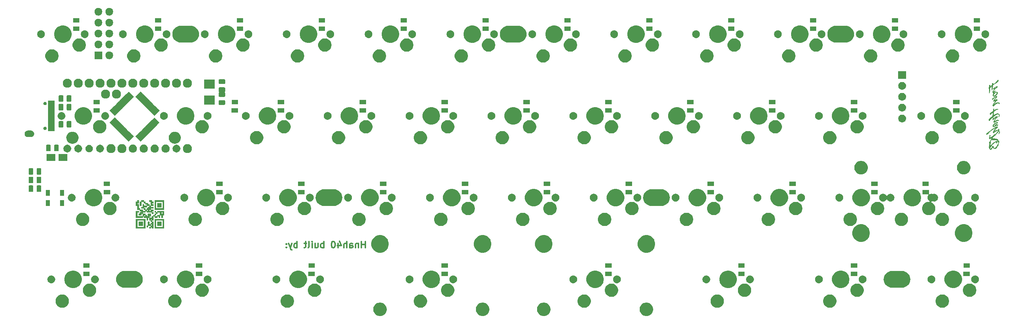
<source format=gbr>
G04 #@! TF.GenerationSoftware,KiCad,Pcbnew,(5.1.2)-2*
G04 #@! TF.CreationDate,2019-08-05T19:31:08+07:00*
G04 #@! TF.ProjectId,PCB,5043422e-6b69-4636-9164-5f7063625858,a*
G04 #@! TF.SameCoordinates,Original*
G04 #@! TF.FileFunction,Soldermask,Bot*
G04 #@! TF.FilePolarity,Negative*
%FSLAX46Y46*%
G04 Gerber Fmt 4.6, Leading zero omitted, Abs format (unit mm)*
G04 Created by KiCad (PCBNEW (5.1.2)-2) date 2019-08-05 19:31:08*
%MOMM*%
%LPD*%
G04 APERTURE LIST*
%ADD10C,0.300000*%
%ADD11C,0.010000*%
%ADD12C,0.100000*%
G04 APERTURE END LIST*
D10*
X70336629Y-49804761D02*
X70336629Y-48304761D01*
X70336629Y-49019047D02*
X69479486Y-49019047D01*
X69479486Y-49804761D02*
X69479486Y-48304761D01*
X68765200Y-48804761D02*
X68765200Y-49804761D01*
X68765200Y-48947618D02*
X68693772Y-48876190D01*
X68550915Y-48804761D01*
X68336629Y-48804761D01*
X68193772Y-48876190D01*
X68122343Y-49019047D01*
X68122343Y-49804761D01*
X66765200Y-49804761D02*
X66765200Y-49019047D01*
X66836629Y-48876190D01*
X66979486Y-48804761D01*
X67265200Y-48804761D01*
X67408057Y-48876190D01*
X66765200Y-49733332D02*
X66908057Y-49804761D01*
X67265200Y-49804761D01*
X67408057Y-49733332D01*
X67479486Y-49590475D01*
X67479486Y-49447618D01*
X67408057Y-49304761D01*
X67265200Y-49233332D01*
X66908057Y-49233332D01*
X66765200Y-49161904D01*
X66050915Y-49804761D02*
X66050915Y-48304761D01*
X65408057Y-49804761D02*
X65408057Y-49019047D01*
X65479486Y-48876190D01*
X65622343Y-48804761D01*
X65836629Y-48804761D01*
X65979486Y-48876190D01*
X66050915Y-48947618D01*
X64050915Y-48804761D02*
X64050915Y-49804761D01*
X64408057Y-48233332D02*
X64765200Y-49304761D01*
X63836629Y-49304761D01*
X62979486Y-48304761D02*
X62836629Y-48304761D01*
X62693772Y-48376190D01*
X62622343Y-48447618D01*
X62550915Y-48590475D01*
X62479486Y-48876190D01*
X62479486Y-49233332D01*
X62550915Y-49519047D01*
X62622343Y-49661904D01*
X62693772Y-49733332D01*
X62836629Y-49804761D01*
X62979486Y-49804761D01*
X63122343Y-49733332D01*
X63193772Y-49661904D01*
X63265200Y-49519047D01*
X63336629Y-49233332D01*
X63336629Y-48876190D01*
X63265200Y-48590475D01*
X63193772Y-48447618D01*
X63122343Y-48376190D01*
X62979486Y-48304761D01*
X60693772Y-49804761D02*
X60693772Y-48304761D01*
X60693772Y-48876190D02*
X60550915Y-48804761D01*
X60265200Y-48804761D01*
X60122343Y-48876190D01*
X60050915Y-48947618D01*
X59979486Y-49090475D01*
X59979486Y-49519047D01*
X60050915Y-49661904D01*
X60122343Y-49733332D01*
X60265200Y-49804761D01*
X60550915Y-49804761D01*
X60693772Y-49733332D01*
X58693772Y-48804761D02*
X58693772Y-49804761D01*
X59336629Y-48804761D02*
X59336629Y-49590475D01*
X59265200Y-49733332D01*
X59122343Y-49804761D01*
X58908057Y-49804761D01*
X58765200Y-49733332D01*
X58693772Y-49661904D01*
X57979486Y-49804761D02*
X57979486Y-48804761D01*
X57979486Y-48304761D02*
X58050915Y-48376190D01*
X57979486Y-48447618D01*
X57908057Y-48376190D01*
X57979486Y-48304761D01*
X57979486Y-48447618D01*
X57050915Y-49804761D02*
X57193772Y-49733332D01*
X57265200Y-49590475D01*
X57265200Y-48304761D01*
X56693772Y-48804761D02*
X56122343Y-48804761D01*
X56479486Y-48304761D02*
X56479486Y-49590475D01*
X56408057Y-49733332D01*
X56265200Y-49804761D01*
X56122343Y-49804761D01*
X54479486Y-49804761D02*
X54479486Y-48304761D01*
X54479486Y-48876190D02*
X54336629Y-48804761D01*
X54050915Y-48804761D01*
X53908057Y-48876190D01*
X53836629Y-48947618D01*
X53765200Y-49090475D01*
X53765200Y-49519047D01*
X53836629Y-49661904D01*
X53908057Y-49733332D01*
X54050915Y-49804761D01*
X54336629Y-49804761D01*
X54479486Y-49733332D01*
X53265200Y-48804761D02*
X52908057Y-49804761D01*
X52550915Y-48804761D02*
X52908057Y-49804761D01*
X53050915Y-50161904D01*
X53122343Y-50233332D01*
X53265200Y-50304761D01*
X51979486Y-49661904D02*
X51908057Y-49733332D01*
X51979486Y-49804761D01*
X52050915Y-49733332D01*
X51979486Y-49661904D01*
X51979486Y-49804761D01*
X51979486Y-48876190D02*
X51908057Y-48947618D01*
X51979486Y-49019047D01*
X52050915Y-48947618D01*
X51979486Y-48876190D01*
X51979486Y-49019047D01*
D11*
G36*
X21951411Y-39323483D02*
G01*
X21951411Y-40254817D01*
X22882744Y-40254817D01*
X22882744Y-39323483D01*
X21951411Y-39323483D01*
X21951411Y-39323483D01*
G37*
X21951411Y-39323483D02*
X21951411Y-40254817D01*
X22882744Y-40254817D01*
X22882744Y-39323483D01*
X21951411Y-39323483D01*
G36*
X21951411Y-43669706D02*
G01*
X21951411Y-44601039D01*
X22882744Y-44601039D01*
X22882744Y-43669706D01*
X21951411Y-43669706D01*
X21951411Y-43669706D01*
G37*
X21951411Y-43669706D02*
X21951411Y-44601039D01*
X22882744Y-44601039D01*
X22882744Y-43669706D01*
X21951411Y-43669706D01*
G36*
X17605188Y-43669706D02*
G01*
X17605188Y-44601039D01*
X18536522Y-44601039D01*
X18536522Y-43669706D01*
X17605188Y-43669706D01*
X17605188Y-43669706D01*
G37*
X17605188Y-43669706D02*
X17605188Y-44601039D01*
X18536522Y-44601039D01*
X18536522Y-43669706D01*
X17605188Y-43669706D01*
G36*
X21330522Y-38702595D02*
G01*
X21330522Y-40875706D01*
X23193188Y-40875706D01*
X23193188Y-40565261D01*
X21640966Y-40565261D01*
X21640966Y-39013039D01*
X23193188Y-39013039D01*
X23193188Y-40565261D01*
X23193188Y-40875706D01*
X23503633Y-40875706D01*
X23503633Y-38702595D01*
X21330522Y-38702595D01*
X21330522Y-38702595D01*
G37*
X21330522Y-38702595D02*
X21330522Y-40875706D01*
X23193188Y-40875706D01*
X23193188Y-40565261D01*
X21640966Y-40565261D01*
X21640966Y-39013039D01*
X23193188Y-39013039D01*
X23193188Y-40565261D01*
X23193188Y-40875706D01*
X23503633Y-40875706D01*
X23503633Y-38702595D01*
X21330522Y-38702595D01*
G36*
X21330522Y-43048817D02*
G01*
X21330522Y-45221928D01*
X23193188Y-45221928D01*
X23193188Y-44911483D01*
X21640966Y-44911483D01*
X21640966Y-43359261D01*
X23193188Y-43359261D01*
X23193188Y-44911483D01*
X23193188Y-45221928D01*
X23503633Y-45221928D01*
X23503633Y-43048817D01*
X21330522Y-43048817D01*
X21330522Y-43048817D01*
G37*
X21330522Y-43048817D02*
X21330522Y-45221928D01*
X23193188Y-45221928D01*
X23193188Y-44911483D01*
X21640966Y-44911483D01*
X21640966Y-43359261D01*
X23193188Y-43359261D01*
X23193188Y-44911483D01*
X23193188Y-45221928D01*
X23503633Y-45221928D01*
X23503633Y-43048817D01*
X21330522Y-43048817D01*
G36*
X20709633Y-41186150D02*
G01*
X21020077Y-41186150D01*
X21020077Y-40875706D01*
X20399188Y-40875706D01*
X20399188Y-40565261D01*
X21020077Y-40565261D01*
X21020077Y-40254817D01*
X20399188Y-40254817D01*
X20399188Y-39944372D01*
X20088744Y-39944372D01*
X20088744Y-40254817D01*
X19778300Y-40254817D01*
X19778300Y-40565261D01*
X19467855Y-40565261D01*
X19467855Y-40875706D01*
X19157411Y-40875706D01*
X19157411Y-41186150D01*
X19467855Y-41186150D01*
X19467855Y-41496595D01*
X19778300Y-41496595D01*
X19778300Y-41186150D01*
X19467855Y-41186150D01*
X19467855Y-40875706D01*
X19778300Y-40875706D01*
X19778300Y-41186150D01*
X19778300Y-41496595D01*
X20399188Y-41496595D01*
X20399188Y-41186150D01*
X20088744Y-41186150D01*
X20088744Y-40875706D01*
X20399188Y-40875706D01*
X20399188Y-41186150D01*
X20399188Y-41496595D01*
X20709633Y-41496595D01*
X20709633Y-41186150D01*
X20709633Y-41186150D01*
G37*
X20709633Y-41186150D02*
X21020077Y-41186150D01*
X21020077Y-40875706D01*
X20399188Y-40875706D01*
X20399188Y-40565261D01*
X21020077Y-40565261D01*
X21020077Y-40254817D01*
X20399188Y-40254817D01*
X20399188Y-39944372D01*
X20088744Y-39944372D01*
X20088744Y-40254817D01*
X19778300Y-40254817D01*
X19778300Y-40565261D01*
X19467855Y-40565261D01*
X19467855Y-40875706D01*
X19157411Y-40875706D01*
X19157411Y-41186150D01*
X19467855Y-41186150D01*
X19467855Y-41496595D01*
X19778300Y-41496595D01*
X19778300Y-41186150D01*
X19467855Y-41186150D01*
X19467855Y-40875706D01*
X19778300Y-40875706D01*
X19778300Y-41186150D01*
X19778300Y-41496595D01*
X20399188Y-41496595D01*
X20399188Y-41186150D01*
X20088744Y-41186150D01*
X20088744Y-40875706D01*
X20399188Y-40875706D01*
X20399188Y-41186150D01*
X20399188Y-41496595D01*
X20709633Y-41496595D01*
X20709633Y-41186150D01*
G36*
X20709633Y-41807039D02*
G01*
X21020077Y-41807039D01*
X21020077Y-41496595D01*
X20709633Y-41496595D01*
X20709633Y-41807039D01*
X20709633Y-41807039D01*
G37*
X20709633Y-41807039D02*
X21020077Y-41807039D01*
X21020077Y-41496595D01*
X20709633Y-41496595D01*
X20709633Y-41807039D01*
G36*
X21020077Y-39944372D02*
G01*
X21020077Y-39633928D01*
X20709633Y-39633928D01*
X20709633Y-39323483D01*
X21020077Y-39323483D01*
X21020077Y-39013039D01*
X20709633Y-39013039D01*
X20709633Y-38702595D01*
X20088744Y-38702595D01*
X20088744Y-39013039D01*
X20399188Y-39013039D01*
X20399188Y-39944372D01*
X21020077Y-39944372D01*
X21020077Y-39944372D01*
G37*
X21020077Y-39944372D02*
X21020077Y-39633928D01*
X20709633Y-39633928D01*
X20709633Y-39323483D01*
X21020077Y-39323483D01*
X21020077Y-39013039D01*
X20709633Y-39013039D01*
X20709633Y-38702595D01*
X20088744Y-38702595D01*
X20088744Y-39013039D01*
X20399188Y-39013039D01*
X20399188Y-39944372D01*
X21020077Y-39944372D01*
G36*
X18536522Y-41186150D02*
G01*
X18536522Y-40875706D01*
X17915633Y-40875706D01*
X17915633Y-41186150D01*
X18226077Y-41186150D01*
X18226077Y-41496595D01*
X17915633Y-41496595D01*
X17915633Y-41807039D01*
X17605188Y-41807039D01*
X17605188Y-42117483D01*
X18226077Y-42117483D01*
X18226077Y-41807039D01*
X18536522Y-41807039D01*
X18536522Y-41496595D01*
X19157411Y-41496595D01*
X19157411Y-41186150D01*
X18536522Y-41186150D01*
X18536522Y-41186150D01*
G37*
X18536522Y-41186150D02*
X18536522Y-40875706D01*
X17915633Y-40875706D01*
X17915633Y-41186150D01*
X18226077Y-41186150D01*
X18226077Y-41496595D01*
X17915633Y-41496595D01*
X17915633Y-41807039D01*
X17605188Y-41807039D01*
X17605188Y-42117483D01*
X18226077Y-42117483D01*
X18226077Y-41807039D01*
X18536522Y-41807039D01*
X18536522Y-41496595D01*
X19157411Y-41496595D01*
X19157411Y-41186150D01*
X18536522Y-41186150D01*
G36*
X18536522Y-42427928D02*
G01*
X18846966Y-42427928D01*
X18846966Y-42117483D01*
X19157411Y-42117483D01*
X19157411Y-41807039D01*
X18536522Y-41807039D01*
X18536522Y-42427928D01*
X18536522Y-42427928D01*
G37*
X18536522Y-42427928D02*
X18846966Y-42427928D01*
X18846966Y-42117483D01*
X19157411Y-42117483D01*
X19157411Y-41807039D01*
X18536522Y-41807039D01*
X18536522Y-42427928D01*
G36*
X18846966Y-39013039D02*
G01*
X18846966Y-38702595D01*
X18226077Y-38702595D01*
X18226077Y-39013039D01*
X18846966Y-39013039D01*
X18846966Y-39013039D01*
G37*
X18846966Y-39013039D02*
X18846966Y-38702595D01*
X18226077Y-38702595D01*
X18226077Y-39013039D01*
X18846966Y-39013039D01*
G36*
X18846966Y-39323483D02*
G01*
X19157411Y-39323483D01*
X19157411Y-39013039D01*
X18846966Y-39013039D01*
X18846966Y-39323483D01*
X18846966Y-39323483D01*
G37*
X18846966Y-39323483D02*
X19157411Y-39323483D01*
X19157411Y-39013039D01*
X18846966Y-39013039D01*
X18846966Y-39323483D01*
G36*
X19157411Y-39633928D02*
G01*
X19467855Y-39633928D01*
X19467855Y-39944372D01*
X20088744Y-39944372D01*
X20088744Y-39633928D01*
X19778300Y-39633928D01*
X19778300Y-39323483D01*
X19157411Y-39323483D01*
X19157411Y-39633928D01*
X19157411Y-39633928D01*
G37*
X19157411Y-39633928D02*
X19467855Y-39633928D01*
X19467855Y-39944372D01*
X20088744Y-39944372D01*
X20088744Y-39633928D01*
X19778300Y-39633928D01*
X19778300Y-39323483D01*
X19157411Y-39323483D01*
X19157411Y-39633928D01*
G36*
X20399188Y-44601039D02*
G01*
X20399188Y-44911483D01*
X20709633Y-44911483D01*
X20709633Y-44601039D01*
X20399188Y-44601039D01*
X20399188Y-44290595D01*
X20709633Y-44290595D01*
X20709633Y-44601039D01*
X20709633Y-44911483D01*
X20709633Y-45221928D01*
X21020077Y-45221928D01*
X21020077Y-43669706D01*
X20709633Y-43669706D01*
X20709633Y-43980150D01*
X20399188Y-43980150D01*
X20399188Y-44290595D01*
X20088744Y-44290595D01*
X20088744Y-43669706D01*
X19778300Y-43669706D01*
X19778300Y-44601039D01*
X20399188Y-44601039D01*
X20399188Y-44601039D01*
G37*
X20399188Y-44601039D02*
X20399188Y-44911483D01*
X20709633Y-44911483D01*
X20709633Y-44601039D01*
X20399188Y-44601039D01*
X20399188Y-44290595D01*
X20709633Y-44290595D01*
X20709633Y-44601039D01*
X20709633Y-44911483D01*
X20709633Y-45221928D01*
X21020077Y-45221928D01*
X21020077Y-43669706D01*
X20709633Y-43669706D01*
X20709633Y-43980150D01*
X20399188Y-43980150D01*
X20399188Y-44290595D01*
X20088744Y-44290595D01*
X20088744Y-43669706D01*
X19778300Y-43669706D01*
X19778300Y-44601039D01*
X20399188Y-44601039D01*
G36*
X17915633Y-40565261D02*
G01*
X17605188Y-40565261D01*
X17605188Y-39633928D01*
X17294744Y-39633928D01*
X17294744Y-39323483D01*
X17605188Y-39323483D01*
X17605188Y-38702595D01*
X17294744Y-38702595D01*
X17294744Y-39013039D01*
X16984300Y-39013039D01*
X16984300Y-39944372D01*
X17294744Y-39944372D01*
X17294744Y-40875706D01*
X17915633Y-40875706D01*
X17915633Y-40565261D01*
X17915633Y-40565261D01*
G37*
X17915633Y-40565261D02*
X17605188Y-40565261D01*
X17605188Y-39633928D01*
X17294744Y-39633928D01*
X17294744Y-39323483D01*
X17605188Y-39323483D01*
X17605188Y-38702595D01*
X17294744Y-38702595D01*
X17294744Y-39013039D01*
X16984300Y-39013039D01*
X16984300Y-39944372D01*
X17294744Y-39944372D01*
X17294744Y-40875706D01*
X17915633Y-40875706D01*
X17915633Y-40565261D01*
G36*
X18846966Y-42738372D02*
G01*
X19467855Y-42738372D01*
X19467855Y-43359261D01*
X19778300Y-43359261D01*
X19778300Y-42738372D01*
X20088744Y-42738372D01*
X20088744Y-42427928D01*
X20399188Y-42427928D01*
X20399188Y-41807039D01*
X19778300Y-41807039D01*
X19778300Y-42427928D01*
X19467855Y-42427928D01*
X19467855Y-42117483D01*
X19157411Y-42117483D01*
X19157411Y-42427928D01*
X18846966Y-42427928D01*
X18846966Y-42738372D01*
X18846966Y-42738372D01*
G37*
X18846966Y-42738372D02*
X19467855Y-42738372D01*
X19467855Y-43359261D01*
X19778300Y-43359261D01*
X19778300Y-42738372D01*
X20088744Y-42738372D01*
X20088744Y-42427928D01*
X20399188Y-42427928D01*
X20399188Y-41807039D01*
X19778300Y-41807039D01*
X19778300Y-42427928D01*
X19467855Y-42427928D01*
X19467855Y-42117483D01*
X19157411Y-42117483D01*
X19157411Y-42427928D01*
X18846966Y-42427928D01*
X18846966Y-42738372D01*
G36*
X20088744Y-43359261D02*
G01*
X20399188Y-43359261D01*
X20399188Y-43669706D01*
X20709633Y-43669706D01*
X20709633Y-43359261D01*
X20399188Y-43359261D01*
X20399188Y-43048817D01*
X20709633Y-43048817D01*
X20709633Y-43359261D01*
X21020077Y-43359261D01*
X21020077Y-42427928D01*
X20709633Y-42427928D01*
X20709633Y-42738372D01*
X20088744Y-42738372D01*
X20088744Y-43359261D01*
X20088744Y-43359261D01*
G37*
X20088744Y-43359261D02*
X20399188Y-43359261D01*
X20399188Y-43669706D01*
X20709633Y-43669706D01*
X20709633Y-43359261D01*
X20399188Y-43359261D01*
X20399188Y-43048817D01*
X20709633Y-43048817D01*
X20709633Y-43359261D01*
X21020077Y-43359261D01*
X21020077Y-42427928D01*
X20709633Y-42427928D01*
X20709633Y-42738372D01*
X20088744Y-42738372D01*
X20088744Y-43359261D01*
G36*
X18846966Y-40254817D02*
G01*
X19467855Y-40254817D01*
X19467855Y-39944372D01*
X18846966Y-39944372D01*
X18846966Y-39633928D01*
X18536522Y-39633928D01*
X18536522Y-40254817D01*
X18226077Y-40254817D01*
X18226077Y-40565261D01*
X18846966Y-40565261D01*
X18846966Y-40254817D01*
X18846966Y-40254817D01*
G37*
X18846966Y-40254817D02*
X19467855Y-40254817D01*
X19467855Y-39944372D01*
X18846966Y-39944372D01*
X18846966Y-39633928D01*
X18536522Y-39633928D01*
X18536522Y-40254817D01*
X18226077Y-40254817D01*
X18226077Y-40565261D01*
X18846966Y-40565261D01*
X18846966Y-40254817D01*
G36*
X17915633Y-39013039D02*
G01*
X17915633Y-39944372D01*
X18226077Y-39944372D01*
X18226077Y-39013039D01*
X17915633Y-39013039D01*
X17915633Y-39013039D01*
G37*
X17915633Y-39013039D02*
X17915633Y-39944372D01*
X18226077Y-39944372D01*
X18226077Y-39013039D01*
X17915633Y-39013039D01*
G36*
X19467855Y-44601039D02*
G01*
X19467855Y-44911483D01*
X19778300Y-44911483D01*
X19778300Y-44601039D01*
X19467855Y-44601039D01*
X19467855Y-44601039D01*
G37*
X19467855Y-44601039D02*
X19467855Y-44911483D01*
X19778300Y-44911483D01*
X19778300Y-44601039D01*
X19467855Y-44601039D01*
G36*
X17294744Y-42427928D02*
G01*
X17294744Y-41496595D01*
X17605188Y-41496595D01*
X17605188Y-41186150D01*
X16984300Y-41186150D01*
X16984300Y-42738372D01*
X18536522Y-42738372D01*
X18536522Y-42427928D01*
X17294744Y-42427928D01*
X17294744Y-42427928D01*
G37*
X17294744Y-42427928D02*
X17294744Y-41496595D01*
X17605188Y-41496595D01*
X17605188Y-41186150D01*
X16984300Y-41186150D01*
X16984300Y-42738372D01*
X18536522Y-42738372D01*
X18536522Y-42427928D01*
X17294744Y-42427928D01*
G36*
X21330522Y-42427928D02*
G01*
X21330522Y-42738372D01*
X21951411Y-42738372D01*
X21951411Y-42427928D01*
X21330522Y-42427928D01*
X21330522Y-42117483D01*
X21640966Y-42117483D01*
X21640966Y-41807039D01*
X21951411Y-41807039D01*
X21951411Y-41496595D01*
X22572300Y-41496595D01*
X22572300Y-42117483D01*
X21951411Y-42117483D01*
X21951411Y-42427928D01*
X22261855Y-42427928D01*
X22261855Y-42738372D01*
X22572300Y-42738372D01*
X22572300Y-42117483D01*
X22882744Y-42117483D01*
X22882744Y-42738372D01*
X23193188Y-42738372D01*
X23193188Y-42117483D01*
X23193188Y-41807039D01*
X22882744Y-41807039D01*
X22882744Y-41496595D01*
X23193188Y-41496595D01*
X23193188Y-41807039D01*
X23193188Y-42117483D01*
X23503633Y-42117483D01*
X23503633Y-41186150D01*
X21951411Y-41186150D01*
X21951411Y-41496595D01*
X21640966Y-41496595D01*
X21640966Y-41807039D01*
X21330522Y-41807039D01*
X21330522Y-42117483D01*
X21020077Y-42117483D01*
X21020077Y-42427928D01*
X21330522Y-42427928D01*
X21330522Y-42427928D01*
G37*
X21330522Y-42427928D02*
X21330522Y-42738372D01*
X21951411Y-42738372D01*
X21951411Y-42427928D01*
X21330522Y-42427928D01*
X21330522Y-42117483D01*
X21640966Y-42117483D01*
X21640966Y-41807039D01*
X21951411Y-41807039D01*
X21951411Y-41496595D01*
X22572300Y-41496595D01*
X22572300Y-42117483D01*
X21951411Y-42117483D01*
X21951411Y-42427928D01*
X22261855Y-42427928D01*
X22261855Y-42738372D01*
X22572300Y-42738372D01*
X22572300Y-42117483D01*
X22882744Y-42117483D01*
X22882744Y-42738372D01*
X23193188Y-42738372D01*
X23193188Y-42117483D01*
X23193188Y-41807039D01*
X22882744Y-41807039D01*
X22882744Y-41496595D01*
X23193188Y-41496595D01*
X23193188Y-41807039D01*
X23193188Y-42117483D01*
X23503633Y-42117483D01*
X23503633Y-41186150D01*
X21951411Y-41186150D01*
X21951411Y-41496595D01*
X21640966Y-41496595D01*
X21640966Y-41807039D01*
X21330522Y-41807039D01*
X21330522Y-42117483D01*
X21020077Y-42117483D01*
X21020077Y-42427928D01*
X21330522Y-42427928D01*
G36*
X21330522Y-41186150D02*
G01*
X21330522Y-41496595D01*
X21640966Y-41496595D01*
X21640966Y-41186150D01*
X21330522Y-41186150D01*
X21330522Y-41186150D01*
G37*
X21330522Y-41186150D02*
X21330522Y-41496595D01*
X21640966Y-41496595D01*
X21640966Y-41186150D01*
X21330522Y-41186150D01*
G36*
X18846966Y-40875706D02*
G01*
X19157411Y-40875706D01*
X19157411Y-40565261D01*
X18846966Y-40565261D01*
X18846966Y-40875706D01*
X18846966Y-40875706D01*
G37*
X18846966Y-40875706D02*
X19157411Y-40875706D01*
X19157411Y-40565261D01*
X18846966Y-40565261D01*
X18846966Y-40875706D01*
G36*
X20088744Y-44911483D02*
G01*
X20088744Y-45221928D01*
X20399188Y-45221928D01*
X20399188Y-44911483D01*
X20088744Y-44911483D01*
X20088744Y-44911483D01*
G37*
X20088744Y-44911483D02*
X20088744Y-45221928D01*
X20399188Y-45221928D01*
X20399188Y-44911483D01*
X20088744Y-44911483D01*
G36*
X16984300Y-43048817D02*
G01*
X16984300Y-45221928D01*
X18846966Y-45221928D01*
X18846966Y-44911483D01*
X17294744Y-44911483D01*
X17294744Y-43359261D01*
X18846966Y-43359261D01*
X18846966Y-44911483D01*
X18846966Y-45221928D01*
X19157411Y-45221928D01*
X19157411Y-43048817D01*
X16984300Y-43048817D01*
X16984300Y-43048817D01*
G37*
X16984300Y-43048817D02*
X16984300Y-45221928D01*
X18846966Y-45221928D01*
X18846966Y-44911483D01*
X17294744Y-44911483D01*
X17294744Y-43359261D01*
X18846966Y-43359261D01*
X18846966Y-44911483D01*
X18846966Y-45221928D01*
X19157411Y-45221928D01*
X19157411Y-43048817D01*
X16984300Y-43048817D01*
G36*
X214831599Y-23250156D02*
G01*
X214855929Y-23286485D01*
X214915486Y-23361373D01*
X214967938Y-23390707D01*
X215023374Y-23374926D01*
X215091878Y-23314470D01*
X215107672Y-23297456D01*
X215172870Y-23226521D01*
X215232404Y-23162861D01*
X215259806Y-23134236D01*
X215297527Y-23087919D01*
X215312015Y-23056015D01*
X215329061Y-23022472D01*
X215373429Y-22965411D01*
X215434961Y-22895608D01*
X215503501Y-22823836D01*
X215568891Y-22760872D01*
X215620976Y-22717490D01*
X215643031Y-22704850D01*
X215683732Y-22678801D01*
X215693015Y-22657817D01*
X215711687Y-22629118D01*
X215758769Y-22582621D01*
X215820855Y-22529380D01*
X215884540Y-22480445D01*
X215936421Y-22446870D01*
X215959129Y-22438410D01*
X215989452Y-22422862D01*
X216045202Y-22382557D01*
X216114296Y-22326998D01*
X216184656Y-22265691D01*
X216216388Y-22235994D01*
X216264491Y-22198494D01*
X216299158Y-22184410D01*
X216335280Y-22170449D01*
X216395055Y-22134821D01*
X216433645Y-22108210D01*
X216500034Y-22064321D01*
X216552855Y-22036780D01*
X216570408Y-22032010D01*
X216607474Y-22011909D01*
X216614170Y-22000240D01*
X216641173Y-21973409D01*
X216699636Y-21934380D01*
X216777112Y-21889658D01*
X216861155Y-21845748D01*
X216939317Y-21809155D01*
X216999150Y-21786384D01*
X217028159Y-21783888D01*
X217023872Y-21811768D01*
X216996249Y-21866475D01*
X216953795Y-21935250D01*
X216905012Y-22005335D01*
X216858405Y-22063971D01*
X216822476Y-22098400D01*
X216816375Y-22101648D01*
X216791033Y-22127485D01*
X216747112Y-22187988D01*
X216691150Y-22273665D01*
X216639231Y-22358803D01*
X216579817Y-22458088D01*
X216529308Y-22540410D01*
X216493556Y-22596361D01*
X216479081Y-22616210D01*
X216447678Y-22660374D01*
X216414716Y-22732315D01*
X216388872Y-22810052D01*
X216378815Y-22870175D01*
X216396422Y-22938763D01*
X216427181Y-22982308D01*
X216470988Y-23011207D01*
X216513148Y-23002006D01*
X216528781Y-22992834D01*
X216569777Y-22956820D01*
X216582015Y-22930975D01*
X216601132Y-22900286D01*
X216649445Y-22855841D01*
X216677265Y-22834880D01*
X216760150Y-22775536D01*
X216850178Y-22710199D01*
X216874115Y-22692649D01*
X216939455Y-22648851D01*
X216991392Y-22621514D01*
X217007557Y-22617053D01*
X217048654Y-22605205D01*
X217112454Y-22576653D01*
X217134180Y-22565410D01*
X217200203Y-22533592D01*
X217249844Y-22515901D01*
X217258972Y-22514610D01*
X217294209Y-22494626D01*
X217298561Y-22485869D01*
X217328108Y-22463350D01*
X217383228Y-22450587D01*
X217445864Y-22443990D01*
X217483715Y-22438219D01*
X217548180Y-22435007D01*
X217590369Y-22454055D01*
X217598015Y-22473251D01*
X217581842Y-22523105D01*
X217537575Y-22601553D01*
X217471589Y-22699874D01*
X217390258Y-22809344D01*
X217299958Y-22921242D01*
X217207063Y-23026847D01*
X217149748Y-23086549D01*
X217001527Y-23228829D01*
X216881592Y-23331430D01*
X216790421Y-23394008D01*
X216728495Y-23416217D01*
X216702974Y-23407729D01*
X216659644Y-23381997D01*
X216621157Y-23383041D01*
X216607415Y-23405807D01*
X216588100Y-23460415D01*
X216536155Y-23534314D01*
X216460579Y-23617678D01*
X216370371Y-23700683D01*
X216274530Y-23773505D01*
X216264515Y-23780156D01*
X216119156Y-23870627D01*
X215982994Y-23946770D01*
X215865071Y-24004005D01*
X215774432Y-24037754D01*
X215742683Y-24044334D01*
X215702980Y-24043492D01*
X215683093Y-24020569D01*
X215673985Y-23962627D01*
X215672531Y-23943913D01*
X215684114Y-23816875D01*
X215716981Y-23718434D01*
X215751398Y-23638493D01*
X215764119Y-23592139D01*
X215753506Y-23566290D01*
X215717921Y-23547860D01*
X215694524Y-23538954D01*
X215649001Y-23524247D01*
X215623778Y-23531631D01*
X215607721Y-23571124D01*
X215594825Y-23628636D01*
X215579478Y-23715508D01*
X215563668Y-23828046D01*
X215551329Y-23937010D01*
X215535364Y-24051053D01*
X215514067Y-24127048D01*
X215495765Y-24154661D01*
X215476100Y-24177688D01*
X215478679Y-24212327D01*
X215505376Y-24273182D01*
X215512869Y-24288011D01*
X215550215Y-24350848D01*
X215583063Y-24388949D01*
X215594154Y-24394210D01*
X215629801Y-24382088D01*
X215694965Y-24350765D01*
X215775987Y-24307804D01*
X215859205Y-24260768D01*
X215930960Y-24217221D01*
X215977591Y-24184726D01*
X215985115Y-24177744D01*
X216031986Y-24137645D01*
X216092921Y-24099395D01*
X216149039Y-24073581D01*
X216178616Y-24069243D01*
X216174383Y-24092045D01*
X216145662Y-24149072D01*
X216096772Y-24232706D01*
X216032030Y-24335328D01*
X216001327Y-24381994D01*
X215909109Y-24525027D01*
X215809996Y-24686166D01*
X215716216Y-24845145D01*
X215643411Y-24975322D01*
X215488086Y-25264334D01*
X215538746Y-25361526D01*
X215564288Y-25415407D01*
X215576004Y-25462538D01*
X215574797Y-25519681D01*
X215561566Y-25603598D01*
X215553937Y-25644092D01*
X215533219Y-25768242D01*
X215513861Y-25910876D01*
X215500872Y-26032587D01*
X215486009Y-26149879D01*
X215465385Y-26237095D01*
X215444508Y-26280160D01*
X215419013Y-26319210D01*
X215431601Y-26353358D01*
X215444671Y-26369060D01*
X215471286Y-26420007D01*
X215494236Y-26498307D01*
X215501721Y-26539206D01*
X215518735Y-26617643D01*
X215550367Y-26681994D01*
X215607133Y-26750769D01*
X215642437Y-26786856D01*
X215733917Y-26867741D01*
X215809078Y-26905473D01*
X215878160Y-26900203D01*
X215951401Y-26852085D01*
X216011233Y-26792331D01*
X216073141Y-26718147D01*
X216126573Y-26636351D01*
X216178710Y-26534112D01*
X216236736Y-26398597D01*
X216249725Y-26366259D01*
X216278678Y-26293608D01*
X216349730Y-26391659D01*
X216454501Y-26509876D01*
X216577389Y-26606540D01*
X216706137Y-26673995D01*
X216828489Y-26704585D01*
X216852438Y-26705610D01*
X216937185Y-26689752D01*
X217026669Y-26649085D01*
X217103584Y-26593963D01*
X217150622Y-26534743D01*
X217154437Y-26524902D01*
X217177000Y-26485425D01*
X217192674Y-26477010D01*
X217221074Y-26455467D01*
X217253259Y-26403009D01*
X217280248Y-26337889D01*
X217293057Y-26278360D01*
X217293215Y-26272693D01*
X217314035Y-26221422D01*
X217342617Y-26205335D01*
X217388714Y-26170040D01*
X217443938Y-26087212D01*
X217507321Y-25959103D01*
X217577895Y-25787968D01*
X217654693Y-25576059D01*
X217736746Y-25325629D01*
X217777682Y-25192506D01*
X217796522Y-25103794D01*
X217801981Y-25017532D01*
X217794746Y-24947385D01*
X217775502Y-24907018D01*
X217763115Y-24902210D01*
X217732560Y-24924431D01*
X217725015Y-24968393D01*
X217716000Y-25049307D01*
X217692460Y-25157674D01*
X217659645Y-25274158D01*
X217622808Y-25379420D01*
X217598587Y-25433854D01*
X217556851Y-25520137D01*
X217515111Y-25613458D01*
X217509776Y-25626110D01*
X217439736Y-25776372D01*
X217354225Y-25931986D01*
X217258651Y-26085568D01*
X217158421Y-26229735D01*
X217058942Y-26357104D01*
X216965621Y-26460292D01*
X216883866Y-26531917D01*
X216823089Y-26563697D01*
X216735647Y-26562475D01*
X216642528Y-26525321D01*
X216561947Y-26461137D01*
X216531866Y-26421388D01*
X216490552Y-26312454D01*
X216480509Y-26216115D01*
X216477037Y-26140235D01*
X216461505Y-26097920D01*
X216426005Y-26072109D01*
X216410565Y-26065154D01*
X216344035Y-26031045D01*
X216298778Y-26000536D01*
X216271461Y-25983983D01*
X216255056Y-25998781D01*
X216242040Y-26053660D01*
X216239290Y-26069568D01*
X216201577Y-26202010D01*
X216136790Y-26337438D01*
X216052906Y-26465111D01*
X215957899Y-26574287D01*
X215859744Y-26654223D01*
X215777347Y-26691786D01*
X215716155Y-26693318D01*
X215681080Y-26656971D01*
X215668245Y-26578211D01*
X215668003Y-26563914D01*
X215679959Y-26507736D01*
X215710756Y-26434129D01*
X215752154Y-26357582D01*
X215795913Y-26292581D01*
X215833792Y-26253613D01*
X215847467Y-26248410D01*
X215871301Y-26227353D01*
X215900363Y-26175635D01*
X215904866Y-26165282D01*
X215932970Y-26116937D01*
X215985667Y-26041223D01*
X216054350Y-25949221D01*
X216130412Y-25852012D01*
X216205244Y-25760676D01*
X216270241Y-25686295D01*
X216303950Y-25651510D01*
X216342389Y-25613248D01*
X216373037Y-25581660D01*
X216412188Y-25547278D01*
X216432632Y-25537210D01*
X216456812Y-25520361D01*
X216507892Y-25475050D01*
X216577246Y-25409128D01*
X216623837Y-25363152D01*
X216769674Y-25230900D01*
X216901678Y-25138786D01*
X217016546Y-25088867D01*
X217078321Y-25080010D01*
X217123299Y-25084994D01*
X217135511Y-25110252D01*
X217127746Y-25157887D01*
X217124858Y-25222791D01*
X217137275Y-25294006D01*
X217159858Y-25353658D01*
X217187469Y-25383872D01*
X217192984Y-25384810D01*
X217216204Y-25363885D01*
X217229876Y-25333501D01*
X217254016Y-25285192D01*
X217298682Y-25215793D01*
X217334641Y-25166278D01*
X217391536Y-25082198D01*
X217410818Y-25020608D01*
X217392530Y-24969898D01*
X217336715Y-24918460D01*
X217335562Y-24917601D01*
X217263610Y-24864110D01*
X217217191Y-24921260D01*
X217161867Y-24963735D01*
X217108187Y-24978410D01*
X217008753Y-24995894D01*
X216883516Y-25044663D01*
X216741679Y-25119190D01*
X216592446Y-25213947D01*
X216445021Y-25323408D01*
X216308607Y-25442045D01*
X216265310Y-25484568D01*
X216193338Y-25554979D01*
X216133031Y-25608839D01*
X216094258Y-25637520D01*
X216087510Y-25640018D01*
X216060996Y-25658418D01*
X216009033Y-25707414D01*
X215939475Y-25779241D01*
X215870815Y-25854199D01*
X215779996Y-25952305D01*
X215717646Y-26011395D01*
X215681817Y-26033141D01*
X215671125Y-26025718D01*
X215671921Y-25977883D01*
X215683457Y-25900504D01*
X215701694Y-25812637D01*
X215722592Y-25733340D01*
X215742110Y-25681670D01*
X215745068Y-25676910D01*
X215761045Y-25636087D01*
X215775869Y-25570336D01*
X215777132Y-25562610D01*
X215791281Y-25484284D01*
X215811356Y-25386486D01*
X215821793Y-25339426D01*
X215837990Y-25259486D01*
X215838694Y-25210513D01*
X215821696Y-25174445D01*
X215798343Y-25147478D01*
X215765340Y-25098659D01*
X215766270Y-25065862D01*
X215785663Y-25029832D01*
X215812523Y-24961988D01*
X215832856Y-24902210D01*
X215862622Y-24818513D01*
X215892043Y-24751291D01*
X215907995Y-24724410D01*
X215938626Y-24674469D01*
X215970162Y-24606618D01*
X215970964Y-24604602D01*
X216003280Y-24539751D01*
X216037204Y-24494783D01*
X216038645Y-24493544D01*
X216065716Y-24483104D01*
X216090282Y-24508784D01*
X216111755Y-24554531D01*
X216140314Y-24612520D01*
X216169700Y-24632818D01*
X216216245Y-24626112D01*
X216219707Y-24625149D01*
X216284148Y-24614351D01*
X216378831Y-24607285D01*
X216491488Y-24603840D01*
X216609852Y-24603902D01*
X216721653Y-24607356D01*
X216814625Y-24614090D01*
X216876500Y-24623990D01*
X216893578Y-24631387D01*
X216937678Y-24649176D01*
X217007728Y-24656265D01*
X217026515Y-24655834D01*
X217156932Y-24664877D01*
X217291120Y-24699842D01*
X217408882Y-24754228D01*
X217468217Y-24797997D01*
X217517078Y-24851195D01*
X217540433Y-24905323D01*
X217547105Y-24983081D01*
X217547215Y-25001300D01*
X217551262Y-25074570D01*
X217561629Y-25121518D01*
X217570130Y-25130810D01*
X217594427Y-25108456D01*
X217619519Y-25052709D01*
X217639565Y-24980541D01*
X217648722Y-24908923D01*
X217648815Y-24902210D01*
X217636038Y-24807610D01*
X217602317Y-24707785D01*
X217554570Y-24615107D01*
X217499712Y-24541947D01*
X217444660Y-24500679D01*
X217421639Y-24495810D01*
X217375615Y-24479482D01*
X217361642Y-24461392D01*
X217354379Y-24448291D01*
X217339628Y-24436917D01*
X217311406Y-24426054D01*
X217263732Y-24414485D01*
X217190621Y-24400997D01*
X217086093Y-24384372D01*
X216944163Y-24363397D01*
X216758850Y-24336854D01*
X216724947Y-24332034D01*
X216582048Y-24310496D01*
X216456291Y-24289214D01*
X216356511Y-24269868D01*
X216291543Y-24254140D01*
X216270877Y-24245632D01*
X216252606Y-24193689D01*
X216274586Y-24119565D01*
X216333663Y-24027470D01*
X216426682Y-23921613D01*
X216550488Y-23806206D01*
X216676089Y-23704871D01*
X216770580Y-23629962D01*
X216849661Y-23561437D01*
X216904416Y-23507402D01*
X216925451Y-23478120D01*
X216953314Y-23437850D01*
X216976164Y-23429010D01*
X217018140Y-23409329D01*
X217032104Y-23391817D01*
X217056816Y-23360520D01*
X217109887Y-23300912D01*
X217184067Y-23220910D01*
X217272108Y-23128435D01*
X217293716Y-23106067D01*
X217412435Y-22978999D01*
X217500659Y-22872694D01*
X217567122Y-22775642D01*
X217620557Y-22676329D01*
X217621972Y-22673360D01*
X217665521Y-22587534D01*
X217703557Y-22523043D01*
X217729404Y-22490908D01*
X217733471Y-22489210D01*
X217777322Y-22512074D01*
X217807781Y-22573838D01*
X217824327Y-22664260D01*
X217826437Y-22773095D01*
X217813588Y-22890102D01*
X217785258Y-23005036D01*
X217762786Y-23063890D01*
X217730841Y-23140389D01*
X217711161Y-23196005D01*
X217707832Y-23217094D01*
X217730471Y-23208568D01*
X217769533Y-23168625D01*
X217815609Y-23109589D01*
X217859290Y-23043784D01*
X217891167Y-22983536D01*
X217896465Y-22970006D01*
X217918748Y-22893424D01*
X217924341Y-22824794D01*
X217912965Y-22744096D01*
X217892141Y-22659929D01*
X217860999Y-22574295D01*
X217820760Y-22500683D01*
X217804266Y-22479758D01*
X217772250Y-22437781D01*
X217759195Y-22390339D01*
X217761393Y-22318705D01*
X217765278Y-22282767D01*
X217771807Y-22194983D01*
X217764219Y-22142324D01*
X217741788Y-22111590D01*
X217693425Y-22089514D01*
X217646878Y-22092346D01*
X217620768Y-22116454D01*
X217621129Y-22135118D01*
X217632004Y-22185781D01*
X217642598Y-22251173D01*
X217653652Y-22330637D01*
X217471337Y-22332352D01*
X217377082Y-22336277D01*
X217301557Y-22344974D01*
X217260352Y-22356608D01*
X217259369Y-22357314D01*
X217216136Y-22376147D01*
X217147172Y-22393030D01*
X217131511Y-22395667D01*
X217036315Y-22421894D01*
X216922941Y-22469377D01*
X216812962Y-22527741D01*
X216727949Y-22586611D01*
X216720077Y-22593556D01*
X216671298Y-22629151D01*
X216637527Y-22641610D01*
X216608900Y-22625580D01*
X216618766Y-22578119D01*
X216666467Y-22500167D01*
X216751347Y-22392665D01*
X216872750Y-22256554D01*
X216997694Y-22125684D01*
X217076283Y-22043804D01*
X217139664Y-21974978D01*
X217180518Y-21927339D01*
X217192072Y-21909784D01*
X217210961Y-21883048D01*
X217257060Y-21839583D01*
X217315646Y-21791339D01*
X217371998Y-21750265D01*
X217411394Y-21728311D01*
X217417007Y-21727210D01*
X217453159Y-21711119D01*
X217451928Y-21666356D01*
X217413734Y-21598187D01*
X217405906Y-21587659D01*
X217354453Y-21532869D01*
X217306267Y-21501492D01*
X217292640Y-21498610D01*
X217245028Y-21512443D01*
X217161678Y-21551442D01*
X217048617Y-21611857D01*
X216911875Y-21689937D01*
X216757480Y-21781932D01*
X216591459Y-21884090D01*
X216419842Y-21992661D01*
X216248656Y-22103894D01*
X216083929Y-22214039D01*
X215931691Y-22319345D01*
X215797970Y-22416062D01*
X215710943Y-22482695D01*
X215601902Y-22568227D01*
X215494535Y-22651027D01*
X215401972Y-22721045D01*
X215342643Y-22764500D01*
X215233339Y-22844532D01*
X215121142Y-22930843D01*
X215020682Y-23011900D01*
X214946591Y-23076175D01*
X214943715Y-23078860D01*
X214884823Y-23129323D01*
X214843229Y-23160607D01*
X214813952Y-23184082D01*
X214809541Y-23208630D01*
X214831599Y-23250156D01*
X214831599Y-23250156D01*
G37*
X214831599Y-23250156D02*
X214855929Y-23286485D01*
X214915486Y-23361373D01*
X214967938Y-23390707D01*
X215023374Y-23374926D01*
X215091878Y-23314470D01*
X215107672Y-23297456D01*
X215172870Y-23226521D01*
X215232404Y-23162861D01*
X215259806Y-23134236D01*
X215297527Y-23087919D01*
X215312015Y-23056015D01*
X215329061Y-23022472D01*
X215373429Y-22965411D01*
X215434961Y-22895608D01*
X215503501Y-22823836D01*
X215568891Y-22760872D01*
X215620976Y-22717490D01*
X215643031Y-22704850D01*
X215683732Y-22678801D01*
X215693015Y-22657817D01*
X215711687Y-22629118D01*
X215758769Y-22582621D01*
X215820855Y-22529380D01*
X215884540Y-22480445D01*
X215936421Y-22446870D01*
X215959129Y-22438410D01*
X215989452Y-22422862D01*
X216045202Y-22382557D01*
X216114296Y-22326998D01*
X216184656Y-22265691D01*
X216216388Y-22235994D01*
X216264491Y-22198494D01*
X216299158Y-22184410D01*
X216335280Y-22170449D01*
X216395055Y-22134821D01*
X216433645Y-22108210D01*
X216500034Y-22064321D01*
X216552855Y-22036780D01*
X216570408Y-22032010D01*
X216607474Y-22011909D01*
X216614170Y-22000240D01*
X216641173Y-21973409D01*
X216699636Y-21934380D01*
X216777112Y-21889658D01*
X216861155Y-21845748D01*
X216939317Y-21809155D01*
X216999150Y-21786384D01*
X217028159Y-21783888D01*
X217023872Y-21811768D01*
X216996249Y-21866475D01*
X216953795Y-21935250D01*
X216905012Y-22005335D01*
X216858405Y-22063971D01*
X216822476Y-22098400D01*
X216816375Y-22101648D01*
X216791033Y-22127485D01*
X216747112Y-22187988D01*
X216691150Y-22273665D01*
X216639231Y-22358803D01*
X216579817Y-22458088D01*
X216529308Y-22540410D01*
X216493556Y-22596361D01*
X216479081Y-22616210D01*
X216447678Y-22660374D01*
X216414716Y-22732315D01*
X216388872Y-22810052D01*
X216378815Y-22870175D01*
X216396422Y-22938763D01*
X216427181Y-22982308D01*
X216470988Y-23011207D01*
X216513148Y-23002006D01*
X216528781Y-22992834D01*
X216569777Y-22956820D01*
X216582015Y-22930975D01*
X216601132Y-22900286D01*
X216649445Y-22855841D01*
X216677265Y-22834880D01*
X216760150Y-22775536D01*
X216850178Y-22710199D01*
X216874115Y-22692649D01*
X216939455Y-22648851D01*
X216991392Y-22621514D01*
X217007557Y-22617053D01*
X217048654Y-22605205D01*
X217112454Y-22576653D01*
X217134180Y-22565410D01*
X217200203Y-22533592D01*
X217249844Y-22515901D01*
X217258972Y-22514610D01*
X217294209Y-22494626D01*
X217298561Y-22485869D01*
X217328108Y-22463350D01*
X217383228Y-22450587D01*
X217445864Y-22443990D01*
X217483715Y-22438219D01*
X217548180Y-22435007D01*
X217590369Y-22454055D01*
X217598015Y-22473251D01*
X217581842Y-22523105D01*
X217537575Y-22601553D01*
X217471589Y-22699874D01*
X217390258Y-22809344D01*
X217299958Y-22921242D01*
X217207063Y-23026847D01*
X217149748Y-23086549D01*
X217001527Y-23228829D01*
X216881592Y-23331430D01*
X216790421Y-23394008D01*
X216728495Y-23416217D01*
X216702974Y-23407729D01*
X216659644Y-23381997D01*
X216621157Y-23383041D01*
X216607415Y-23405807D01*
X216588100Y-23460415D01*
X216536155Y-23534314D01*
X216460579Y-23617678D01*
X216370371Y-23700683D01*
X216274530Y-23773505D01*
X216264515Y-23780156D01*
X216119156Y-23870627D01*
X215982994Y-23946770D01*
X215865071Y-24004005D01*
X215774432Y-24037754D01*
X215742683Y-24044334D01*
X215702980Y-24043492D01*
X215683093Y-24020569D01*
X215673985Y-23962627D01*
X215672531Y-23943913D01*
X215684114Y-23816875D01*
X215716981Y-23718434D01*
X215751398Y-23638493D01*
X215764119Y-23592139D01*
X215753506Y-23566290D01*
X215717921Y-23547860D01*
X215694524Y-23538954D01*
X215649001Y-23524247D01*
X215623778Y-23531631D01*
X215607721Y-23571124D01*
X215594825Y-23628636D01*
X215579478Y-23715508D01*
X215563668Y-23828046D01*
X215551329Y-23937010D01*
X215535364Y-24051053D01*
X215514067Y-24127048D01*
X215495765Y-24154661D01*
X215476100Y-24177688D01*
X215478679Y-24212327D01*
X215505376Y-24273182D01*
X215512869Y-24288011D01*
X215550215Y-24350848D01*
X215583063Y-24388949D01*
X215594154Y-24394210D01*
X215629801Y-24382088D01*
X215694965Y-24350765D01*
X215775987Y-24307804D01*
X215859205Y-24260768D01*
X215930960Y-24217221D01*
X215977591Y-24184726D01*
X215985115Y-24177744D01*
X216031986Y-24137645D01*
X216092921Y-24099395D01*
X216149039Y-24073581D01*
X216178616Y-24069243D01*
X216174383Y-24092045D01*
X216145662Y-24149072D01*
X216096772Y-24232706D01*
X216032030Y-24335328D01*
X216001327Y-24381994D01*
X215909109Y-24525027D01*
X215809996Y-24686166D01*
X215716216Y-24845145D01*
X215643411Y-24975322D01*
X215488086Y-25264334D01*
X215538746Y-25361526D01*
X215564288Y-25415407D01*
X215576004Y-25462538D01*
X215574797Y-25519681D01*
X215561566Y-25603598D01*
X215553937Y-25644092D01*
X215533219Y-25768242D01*
X215513861Y-25910876D01*
X215500872Y-26032587D01*
X215486009Y-26149879D01*
X215465385Y-26237095D01*
X215444508Y-26280160D01*
X215419013Y-26319210D01*
X215431601Y-26353358D01*
X215444671Y-26369060D01*
X215471286Y-26420007D01*
X215494236Y-26498307D01*
X215501721Y-26539206D01*
X215518735Y-26617643D01*
X215550367Y-26681994D01*
X215607133Y-26750769D01*
X215642437Y-26786856D01*
X215733917Y-26867741D01*
X215809078Y-26905473D01*
X215878160Y-26900203D01*
X215951401Y-26852085D01*
X216011233Y-26792331D01*
X216073141Y-26718147D01*
X216126573Y-26636351D01*
X216178710Y-26534112D01*
X216236736Y-26398597D01*
X216249725Y-26366259D01*
X216278678Y-26293608D01*
X216349730Y-26391659D01*
X216454501Y-26509876D01*
X216577389Y-26606540D01*
X216706137Y-26673995D01*
X216828489Y-26704585D01*
X216852438Y-26705610D01*
X216937185Y-26689752D01*
X217026669Y-26649085D01*
X217103584Y-26593963D01*
X217150622Y-26534743D01*
X217154437Y-26524902D01*
X217177000Y-26485425D01*
X217192674Y-26477010D01*
X217221074Y-26455467D01*
X217253259Y-26403009D01*
X217280248Y-26337889D01*
X217293057Y-26278360D01*
X217293215Y-26272693D01*
X217314035Y-26221422D01*
X217342617Y-26205335D01*
X217388714Y-26170040D01*
X217443938Y-26087212D01*
X217507321Y-25959103D01*
X217577895Y-25787968D01*
X217654693Y-25576059D01*
X217736746Y-25325629D01*
X217777682Y-25192506D01*
X217796522Y-25103794D01*
X217801981Y-25017532D01*
X217794746Y-24947385D01*
X217775502Y-24907018D01*
X217763115Y-24902210D01*
X217732560Y-24924431D01*
X217725015Y-24968393D01*
X217716000Y-25049307D01*
X217692460Y-25157674D01*
X217659645Y-25274158D01*
X217622808Y-25379420D01*
X217598587Y-25433854D01*
X217556851Y-25520137D01*
X217515111Y-25613458D01*
X217509776Y-25626110D01*
X217439736Y-25776372D01*
X217354225Y-25931986D01*
X217258651Y-26085568D01*
X217158421Y-26229735D01*
X217058942Y-26357104D01*
X216965621Y-26460292D01*
X216883866Y-26531917D01*
X216823089Y-26563697D01*
X216735647Y-26562475D01*
X216642528Y-26525321D01*
X216561947Y-26461137D01*
X216531866Y-26421388D01*
X216490552Y-26312454D01*
X216480509Y-26216115D01*
X216477037Y-26140235D01*
X216461505Y-26097920D01*
X216426005Y-26072109D01*
X216410565Y-26065154D01*
X216344035Y-26031045D01*
X216298778Y-26000536D01*
X216271461Y-25983983D01*
X216255056Y-25998781D01*
X216242040Y-26053660D01*
X216239290Y-26069568D01*
X216201577Y-26202010D01*
X216136790Y-26337438D01*
X216052906Y-26465111D01*
X215957899Y-26574287D01*
X215859744Y-26654223D01*
X215777347Y-26691786D01*
X215716155Y-26693318D01*
X215681080Y-26656971D01*
X215668245Y-26578211D01*
X215668003Y-26563914D01*
X215679959Y-26507736D01*
X215710756Y-26434129D01*
X215752154Y-26357582D01*
X215795913Y-26292581D01*
X215833792Y-26253613D01*
X215847467Y-26248410D01*
X215871301Y-26227353D01*
X215900363Y-26175635D01*
X215904866Y-26165282D01*
X215932970Y-26116937D01*
X215985667Y-26041223D01*
X216054350Y-25949221D01*
X216130412Y-25852012D01*
X216205244Y-25760676D01*
X216270241Y-25686295D01*
X216303950Y-25651510D01*
X216342389Y-25613248D01*
X216373037Y-25581660D01*
X216412188Y-25547278D01*
X216432632Y-25537210D01*
X216456812Y-25520361D01*
X216507892Y-25475050D01*
X216577246Y-25409128D01*
X216623837Y-25363152D01*
X216769674Y-25230900D01*
X216901678Y-25138786D01*
X217016546Y-25088867D01*
X217078321Y-25080010D01*
X217123299Y-25084994D01*
X217135511Y-25110252D01*
X217127746Y-25157887D01*
X217124858Y-25222791D01*
X217137275Y-25294006D01*
X217159858Y-25353658D01*
X217187469Y-25383872D01*
X217192984Y-25384810D01*
X217216204Y-25363885D01*
X217229876Y-25333501D01*
X217254016Y-25285192D01*
X217298682Y-25215793D01*
X217334641Y-25166278D01*
X217391536Y-25082198D01*
X217410818Y-25020608D01*
X217392530Y-24969898D01*
X217336715Y-24918460D01*
X217335562Y-24917601D01*
X217263610Y-24864110D01*
X217217191Y-24921260D01*
X217161867Y-24963735D01*
X217108187Y-24978410D01*
X217008753Y-24995894D01*
X216883516Y-25044663D01*
X216741679Y-25119190D01*
X216592446Y-25213947D01*
X216445021Y-25323408D01*
X216308607Y-25442045D01*
X216265310Y-25484568D01*
X216193338Y-25554979D01*
X216133031Y-25608839D01*
X216094258Y-25637520D01*
X216087510Y-25640018D01*
X216060996Y-25658418D01*
X216009033Y-25707414D01*
X215939475Y-25779241D01*
X215870815Y-25854199D01*
X215779996Y-25952305D01*
X215717646Y-26011395D01*
X215681817Y-26033141D01*
X215671125Y-26025718D01*
X215671921Y-25977883D01*
X215683457Y-25900504D01*
X215701694Y-25812637D01*
X215722592Y-25733340D01*
X215742110Y-25681670D01*
X215745068Y-25676910D01*
X215761045Y-25636087D01*
X215775869Y-25570336D01*
X215777132Y-25562610D01*
X215791281Y-25484284D01*
X215811356Y-25386486D01*
X215821793Y-25339426D01*
X215837990Y-25259486D01*
X215838694Y-25210513D01*
X215821696Y-25174445D01*
X215798343Y-25147478D01*
X215765340Y-25098659D01*
X215766270Y-25065862D01*
X215785663Y-25029832D01*
X215812523Y-24961988D01*
X215832856Y-24902210D01*
X215862622Y-24818513D01*
X215892043Y-24751291D01*
X215907995Y-24724410D01*
X215938626Y-24674469D01*
X215970162Y-24606618D01*
X215970964Y-24604602D01*
X216003280Y-24539751D01*
X216037204Y-24494783D01*
X216038645Y-24493544D01*
X216065716Y-24483104D01*
X216090282Y-24508784D01*
X216111755Y-24554531D01*
X216140314Y-24612520D01*
X216169700Y-24632818D01*
X216216245Y-24626112D01*
X216219707Y-24625149D01*
X216284148Y-24614351D01*
X216378831Y-24607285D01*
X216491488Y-24603840D01*
X216609852Y-24603902D01*
X216721653Y-24607356D01*
X216814625Y-24614090D01*
X216876500Y-24623990D01*
X216893578Y-24631387D01*
X216937678Y-24649176D01*
X217007728Y-24656265D01*
X217026515Y-24655834D01*
X217156932Y-24664877D01*
X217291120Y-24699842D01*
X217408882Y-24754228D01*
X217468217Y-24797997D01*
X217517078Y-24851195D01*
X217540433Y-24905323D01*
X217547105Y-24983081D01*
X217547215Y-25001300D01*
X217551262Y-25074570D01*
X217561629Y-25121518D01*
X217570130Y-25130810D01*
X217594427Y-25108456D01*
X217619519Y-25052709D01*
X217639565Y-24980541D01*
X217648722Y-24908923D01*
X217648815Y-24902210D01*
X217636038Y-24807610D01*
X217602317Y-24707785D01*
X217554570Y-24615107D01*
X217499712Y-24541947D01*
X217444660Y-24500679D01*
X217421639Y-24495810D01*
X217375615Y-24479482D01*
X217361642Y-24461392D01*
X217354379Y-24448291D01*
X217339628Y-24436917D01*
X217311406Y-24426054D01*
X217263732Y-24414485D01*
X217190621Y-24400997D01*
X217086093Y-24384372D01*
X216944163Y-24363397D01*
X216758850Y-24336854D01*
X216724947Y-24332034D01*
X216582048Y-24310496D01*
X216456291Y-24289214D01*
X216356511Y-24269868D01*
X216291543Y-24254140D01*
X216270877Y-24245632D01*
X216252606Y-24193689D01*
X216274586Y-24119565D01*
X216333663Y-24027470D01*
X216426682Y-23921613D01*
X216550488Y-23806206D01*
X216676089Y-23704871D01*
X216770580Y-23629962D01*
X216849661Y-23561437D01*
X216904416Y-23507402D01*
X216925451Y-23478120D01*
X216953314Y-23437850D01*
X216976164Y-23429010D01*
X217018140Y-23409329D01*
X217032104Y-23391817D01*
X217056816Y-23360520D01*
X217109887Y-23300912D01*
X217184067Y-23220910D01*
X217272108Y-23128435D01*
X217293716Y-23106067D01*
X217412435Y-22978999D01*
X217500659Y-22872694D01*
X217567122Y-22775642D01*
X217620557Y-22676329D01*
X217621972Y-22673360D01*
X217665521Y-22587534D01*
X217703557Y-22523043D01*
X217729404Y-22490908D01*
X217733471Y-22489210D01*
X217777322Y-22512074D01*
X217807781Y-22573838D01*
X217824327Y-22664260D01*
X217826437Y-22773095D01*
X217813588Y-22890102D01*
X217785258Y-23005036D01*
X217762786Y-23063890D01*
X217730841Y-23140389D01*
X217711161Y-23196005D01*
X217707832Y-23217094D01*
X217730471Y-23208568D01*
X217769533Y-23168625D01*
X217815609Y-23109589D01*
X217859290Y-23043784D01*
X217891167Y-22983536D01*
X217896465Y-22970006D01*
X217918748Y-22893424D01*
X217924341Y-22824794D01*
X217912965Y-22744096D01*
X217892141Y-22659929D01*
X217860999Y-22574295D01*
X217820760Y-22500683D01*
X217804266Y-22479758D01*
X217772250Y-22437781D01*
X217759195Y-22390339D01*
X217761393Y-22318705D01*
X217765278Y-22282767D01*
X217771807Y-22194983D01*
X217764219Y-22142324D01*
X217741788Y-22111590D01*
X217693425Y-22089514D01*
X217646878Y-22092346D01*
X217620768Y-22116454D01*
X217621129Y-22135118D01*
X217632004Y-22185781D01*
X217642598Y-22251173D01*
X217653652Y-22330637D01*
X217471337Y-22332352D01*
X217377082Y-22336277D01*
X217301557Y-22344974D01*
X217260352Y-22356608D01*
X217259369Y-22357314D01*
X217216136Y-22376147D01*
X217147172Y-22393030D01*
X217131511Y-22395667D01*
X217036315Y-22421894D01*
X216922941Y-22469377D01*
X216812962Y-22527741D01*
X216727949Y-22586611D01*
X216720077Y-22593556D01*
X216671298Y-22629151D01*
X216637527Y-22641610D01*
X216608900Y-22625580D01*
X216618766Y-22578119D01*
X216666467Y-22500167D01*
X216751347Y-22392665D01*
X216872750Y-22256554D01*
X216997694Y-22125684D01*
X217076283Y-22043804D01*
X217139664Y-21974978D01*
X217180518Y-21927339D01*
X217192072Y-21909784D01*
X217210961Y-21883048D01*
X217257060Y-21839583D01*
X217315646Y-21791339D01*
X217371998Y-21750265D01*
X217411394Y-21728311D01*
X217417007Y-21727210D01*
X217453159Y-21711119D01*
X217451928Y-21666356D01*
X217413734Y-21598187D01*
X217405906Y-21587659D01*
X217354453Y-21532869D01*
X217306267Y-21501492D01*
X217292640Y-21498610D01*
X217245028Y-21512443D01*
X217161678Y-21551442D01*
X217048617Y-21611857D01*
X216911875Y-21689937D01*
X216757480Y-21781932D01*
X216591459Y-21884090D01*
X216419842Y-21992661D01*
X216248656Y-22103894D01*
X216083929Y-22214039D01*
X215931691Y-22319345D01*
X215797970Y-22416062D01*
X215710943Y-22482695D01*
X215601902Y-22568227D01*
X215494535Y-22651027D01*
X215401972Y-22721045D01*
X215342643Y-22764500D01*
X215233339Y-22844532D01*
X215121142Y-22930843D01*
X215020682Y-23011900D01*
X214946591Y-23076175D01*
X214943715Y-23078860D01*
X214884823Y-23129323D01*
X214843229Y-23160607D01*
X214813952Y-23184082D01*
X214809541Y-23208630D01*
X214831599Y-23250156D01*
G36*
X216362954Y-21505168D02*
G01*
X216402707Y-21547936D01*
X216455052Y-21595349D01*
X216492839Y-21622840D01*
X216500523Y-21625610D01*
X216509912Y-21603101D01*
X216511912Y-21546453D01*
X216510282Y-21517491D01*
X216518756Y-21404577D01*
X216554869Y-21276024D01*
X216611264Y-21153016D01*
X216663747Y-21075569D01*
X216795435Y-20926076D01*
X216919793Y-20801818D01*
X217032751Y-20705727D01*
X217130242Y-20640733D01*
X217208195Y-20609770D01*
X217262542Y-20615770D01*
X217278877Y-20632360D01*
X217273564Y-20667303D01*
X217239687Y-20730846D01*
X217183336Y-20814441D01*
X217110597Y-20909541D01*
X217027557Y-21007595D01*
X216959978Y-21080193D01*
X216891576Y-21153295D01*
X216839649Y-21214495D01*
X216812629Y-21253638D01*
X216810615Y-21260092D01*
X216792280Y-21290144D01*
X216745419Y-21337510D01*
X216709015Y-21368555D01*
X216642184Y-21426125D01*
X216613912Y-21466817D01*
X216621041Y-21502739D01*
X216660413Y-21546002D01*
X216662278Y-21547744D01*
X216717142Y-21598857D01*
X216773546Y-21542383D01*
X216874955Y-21455451D01*
X217004456Y-21372449D01*
X217113910Y-21314460D01*
X217228262Y-21264707D01*
X217311161Y-21247212D01*
X217369763Y-21261218D01*
X217396409Y-21284630D01*
X217420955Y-21305382D01*
X217443371Y-21292492D01*
X217474654Y-21240180D01*
X217511157Y-21161444D01*
X217517404Y-21113625D01*
X217494120Y-21087380D01*
X217486796Y-21084207D01*
X217423438Y-21080596D01*
X217328011Y-21101357D01*
X217211265Y-21143528D01*
X217120919Y-21185046D01*
X217030145Y-21230321D01*
X216975674Y-21256318D01*
X216948258Y-21266251D01*
X216938650Y-21263333D01*
X216937604Y-21250779D01*
X216937615Y-21248750D01*
X216954626Y-21222173D01*
X217001171Y-21167517D01*
X217070518Y-21092273D01*
X217155936Y-21003934D01*
X217173431Y-20986283D01*
X217297222Y-20857004D01*
X217384451Y-20753125D01*
X217438594Y-20668783D01*
X217463131Y-20598115D01*
X217461537Y-20535257D01*
X217454724Y-20511981D01*
X217415238Y-20461203D01*
X217346978Y-20449928D01*
X217248645Y-20478130D01*
X217188239Y-20506796D01*
X217121666Y-20538643D01*
X217072650Y-20557021D01*
X217062476Y-20558810D01*
X217026784Y-20575034D01*
X216964125Y-20618321D01*
X216884215Y-20680588D01*
X216796770Y-20753754D01*
X216711506Y-20829736D01*
X216638136Y-20900453D01*
X216593813Y-20948665D01*
X216469319Y-21118933D01*
X216379771Y-21287523D01*
X216340056Y-21403292D01*
X216336972Y-21455633D01*
X216362954Y-21505168D01*
X216362954Y-21505168D01*
G37*
X216362954Y-21505168D02*
X216402707Y-21547936D01*
X216455052Y-21595349D01*
X216492839Y-21622840D01*
X216500523Y-21625610D01*
X216509912Y-21603101D01*
X216511912Y-21546453D01*
X216510282Y-21517491D01*
X216518756Y-21404577D01*
X216554869Y-21276024D01*
X216611264Y-21153016D01*
X216663747Y-21075569D01*
X216795435Y-20926076D01*
X216919793Y-20801818D01*
X217032751Y-20705727D01*
X217130242Y-20640733D01*
X217208195Y-20609770D01*
X217262542Y-20615770D01*
X217278877Y-20632360D01*
X217273564Y-20667303D01*
X217239687Y-20730846D01*
X217183336Y-20814441D01*
X217110597Y-20909541D01*
X217027557Y-21007595D01*
X216959978Y-21080193D01*
X216891576Y-21153295D01*
X216839649Y-21214495D01*
X216812629Y-21253638D01*
X216810615Y-21260092D01*
X216792280Y-21290144D01*
X216745419Y-21337510D01*
X216709015Y-21368555D01*
X216642184Y-21426125D01*
X216613912Y-21466817D01*
X216621041Y-21502739D01*
X216660413Y-21546002D01*
X216662278Y-21547744D01*
X216717142Y-21598857D01*
X216773546Y-21542383D01*
X216874955Y-21455451D01*
X217004456Y-21372449D01*
X217113910Y-21314460D01*
X217228262Y-21264707D01*
X217311161Y-21247212D01*
X217369763Y-21261218D01*
X217396409Y-21284630D01*
X217420955Y-21305382D01*
X217443371Y-21292492D01*
X217474654Y-21240180D01*
X217511157Y-21161444D01*
X217517404Y-21113625D01*
X217494120Y-21087380D01*
X217486796Y-21084207D01*
X217423438Y-21080596D01*
X217328011Y-21101357D01*
X217211265Y-21143528D01*
X217120919Y-21185046D01*
X217030145Y-21230321D01*
X216975674Y-21256318D01*
X216948258Y-21266251D01*
X216938650Y-21263333D01*
X216937604Y-21250779D01*
X216937615Y-21248750D01*
X216954626Y-21222173D01*
X217001171Y-21167517D01*
X217070518Y-21092273D01*
X217155936Y-21003934D01*
X217173431Y-20986283D01*
X217297222Y-20857004D01*
X217384451Y-20753125D01*
X217438594Y-20668783D01*
X217463131Y-20598115D01*
X217461537Y-20535257D01*
X217454724Y-20511981D01*
X217415238Y-20461203D01*
X217346978Y-20449928D01*
X217248645Y-20478130D01*
X217188239Y-20506796D01*
X217121666Y-20538643D01*
X217072650Y-20557021D01*
X217062476Y-20558810D01*
X217026784Y-20575034D01*
X216964125Y-20618321D01*
X216884215Y-20680588D01*
X216796770Y-20753754D01*
X216711506Y-20829736D01*
X216638136Y-20900453D01*
X216593813Y-20948665D01*
X216469319Y-21118933D01*
X216379771Y-21287523D01*
X216340056Y-21403292D01*
X216336972Y-21455633D01*
X216362954Y-21505168D01*
G36*
X216305832Y-19904492D02*
G01*
X216319387Y-19955560D01*
X216344286Y-19995058D01*
X216383625Y-19986780D01*
X216436054Y-19931232D01*
X216454693Y-19904586D01*
X216498843Y-19847287D01*
X216568948Y-19766512D01*
X216654446Y-19674103D01*
X216724102Y-19602495D01*
X216830472Y-19500511D01*
X216924124Y-19419584D01*
X217001267Y-19361583D01*
X217058111Y-19328376D01*
X217090865Y-19321834D01*
X217095738Y-19343823D01*
X217068940Y-19396213D01*
X217029242Y-19452061D01*
X216967788Y-19541061D01*
X216892800Y-19662330D01*
X216811658Y-19802545D01*
X216731741Y-19948382D01*
X216660427Y-20086517D01*
X216605095Y-20203625D01*
X216582343Y-20259044D01*
X216553352Y-20341957D01*
X216542551Y-20395614D01*
X216548847Y-20437757D01*
X216568634Y-20481294D01*
X216601768Y-20533495D01*
X216629681Y-20558450D01*
X216632122Y-20558810D01*
X216661957Y-20544398D01*
X216720769Y-20506060D01*
X216797501Y-20451141D01*
X216823315Y-20431810D01*
X216905362Y-20372922D01*
X216975288Y-20328537D01*
X217021040Y-20306130D01*
X217028108Y-20304810D01*
X217071544Y-20286929D01*
X217108608Y-20254010D01*
X217150407Y-20215653D01*
X217178209Y-20203053D01*
X217217615Y-20192024D01*
X217275220Y-20165912D01*
X217343590Y-20138982D01*
X217433724Y-20114012D01*
X217472869Y-20105890D01*
X217554690Y-20094666D01*
X217608130Y-20100265D01*
X217653643Y-20125526D01*
X217662313Y-20132175D01*
X217705770Y-20162376D01*
X217722915Y-20159449D01*
X217725015Y-20142139D01*
X217705448Y-20101155D01*
X217660479Y-20060495D01*
X217536837Y-20008929D01*
X217386474Y-19999046D01*
X217208815Y-20030913D01*
X217003285Y-20104598D01*
X216903220Y-20150605D01*
X216819271Y-20188961D01*
X216754008Y-20214037D01*
X216719615Y-20221254D01*
X216717684Y-20220345D01*
X216718553Y-20189050D01*
X216741163Y-20127088D01*
X216779531Y-20046362D01*
X216827677Y-19958775D01*
X216879619Y-19876229D01*
X216914809Y-19828101D01*
X216979521Y-19749670D01*
X217059288Y-19656875D01*
X217121555Y-19586801D01*
X217181814Y-19514348D01*
X217225078Y-19450950D01*
X217242192Y-19410068D01*
X217242205Y-19409460D01*
X217260612Y-19371882D01*
X217281408Y-19365010D01*
X217334160Y-19350766D01*
X217391756Y-19316961D01*
X217434704Y-19276985D01*
X217445615Y-19252216D01*
X217426258Y-19210253D01*
X217380586Y-19161533D01*
X217327197Y-19123037D01*
X217290962Y-19111010D01*
X217253581Y-19123125D01*
X217184694Y-19155561D01*
X217096328Y-19202451D01*
X217051299Y-19227922D01*
X216860459Y-19340071D01*
X216707181Y-19435091D01*
X216583491Y-19518362D01*
X216481411Y-19595269D01*
X216392967Y-19671194D01*
X216388883Y-19674947D01*
X216328710Y-19733246D01*
X216297690Y-19779311D01*
X216291503Y-19830581D01*
X216305832Y-19904492D01*
X216305832Y-19904492D01*
G37*
X216305832Y-19904492D02*
X216319387Y-19955560D01*
X216344286Y-19995058D01*
X216383625Y-19986780D01*
X216436054Y-19931232D01*
X216454693Y-19904586D01*
X216498843Y-19847287D01*
X216568948Y-19766512D01*
X216654446Y-19674103D01*
X216724102Y-19602495D01*
X216830472Y-19500511D01*
X216924124Y-19419584D01*
X217001267Y-19361583D01*
X217058111Y-19328376D01*
X217090865Y-19321834D01*
X217095738Y-19343823D01*
X217068940Y-19396213D01*
X217029242Y-19452061D01*
X216967788Y-19541061D01*
X216892800Y-19662330D01*
X216811658Y-19802545D01*
X216731741Y-19948382D01*
X216660427Y-20086517D01*
X216605095Y-20203625D01*
X216582343Y-20259044D01*
X216553352Y-20341957D01*
X216542551Y-20395614D01*
X216548847Y-20437757D01*
X216568634Y-20481294D01*
X216601768Y-20533495D01*
X216629681Y-20558450D01*
X216632122Y-20558810D01*
X216661957Y-20544398D01*
X216720769Y-20506060D01*
X216797501Y-20451141D01*
X216823315Y-20431810D01*
X216905362Y-20372922D01*
X216975288Y-20328537D01*
X217021040Y-20306130D01*
X217028108Y-20304810D01*
X217071544Y-20286929D01*
X217108608Y-20254010D01*
X217150407Y-20215653D01*
X217178209Y-20203053D01*
X217217615Y-20192024D01*
X217275220Y-20165912D01*
X217343590Y-20138982D01*
X217433724Y-20114012D01*
X217472869Y-20105890D01*
X217554690Y-20094666D01*
X217608130Y-20100265D01*
X217653643Y-20125526D01*
X217662313Y-20132175D01*
X217705770Y-20162376D01*
X217722915Y-20159449D01*
X217725015Y-20142139D01*
X217705448Y-20101155D01*
X217660479Y-20060495D01*
X217536837Y-20008929D01*
X217386474Y-19999046D01*
X217208815Y-20030913D01*
X217003285Y-20104598D01*
X216903220Y-20150605D01*
X216819271Y-20188961D01*
X216754008Y-20214037D01*
X216719615Y-20221254D01*
X216717684Y-20220345D01*
X216718553Y-20189050D01*
X216741163Y-20127088D01*
X216779531Y-20046362D01*
X216827677Y-19958775D01*
X216879619Y-19876229D01*
X216914809Y-19828101D01*
X216979521Y-19749670D01*
X217059288Y-19656875D01*
X217121555Y-19586801D01*
X217181814Y-19514348D01*
X217225078Y-19450950D01*
X217242192Y-19410068D01*
X217242205Y-19409460D01*
X217260612Y-19371882D01*
X217281408Y-19365010D01*
X217334160Y-19350766D01*
X217391756Y-19316961D01*
X217434704Y-19276985D01*
X217445615Y-19252216D01*
X217426258Y-19210253D01*
X217380586Y-19161533D01*
X217327197Y-19123037D01*
X217290962Y-19111010D01*
X217253581Y-19123125D01*
X217184694Y-19155561D01*
X217096328Y-19202451D01*
X217051299Y-19227922D01*
X216860459Y-19340071D01*
X216707181Y-19435091D01*
X216583491Y-19518362D01*
X216481411Y-19595269D01*
X216392967Y-19671194D01*
X216388883Y-19674947D01*
X216328710Y-19733246D01*
X216297690Y-19779311D01*
X216291503Y-19830581D01*
X216305832Y-19904492D01*
G36*
X215391352Y-19968784D02*
G01*
X215418201Y-20034841D01*
X215425375Y-20048993D01*
X215466623Y-20106449D01*
X215512161Y-20139194D01*
X215549550Y-20140592D01*
X215563261Y-20122571D01*
X215584501Y-20091483D01*
X215633320Y-20033211D01*
X215701804Y-19956914D01*
X215760595Y-19894126D01*
X215837502Y-19809776D01*
X215898979Y-19735472D01*
X215937571Y-19680651D01*
X215947014Y-19658089D01*
X215968233Y-19619480D01*
X216007891Y-19594607D01*
X216057406Y-19562677D01*
X216120905Y-19504757D01*
X216165670Y-19455536D01*
X216220516Y-19393646D01*
X216263745Y-19351587D01*
X216282593Y-19339610D01*
X216294341Y-19362397D01*
X216301743Y-19420366D01*
X216303003Y-19460260D01*
X216307531Y-19558322D01*
X216319628Y-19606459D01*
X216338255Y-19604811D01*
X216362372Y-19553518D01*
X216390939Y-19452722D01*
X216392018Y-19448251D01*
X216417363Y-19350896D01*
X216441745Y-19271011D01*
X216460654Y-19223078D01*
X216463617Y-19218279D01*
X216498518Y-19185147D01*
X216557839Y-19139935D01*
X216626306Y-19093008D01*
X216688645Y-19054731D01*
X216729582Y-19035469D01*
X216733976Y-19034810D01*
X216758687Y-19013857D01*
X216772632Y-18983641D01*
X216794346Y-18948695D01*
X216811705Y-18946583D01*
X216841859Y-18939120D01*
X216885266Y-18902172D01*
X216890656Y-18896152D01*
X216941989Y-18851497D01*
X216989521Y-18831669D01*
X216991496Y-18831610D01*
X217037346Y-18820073D01*
X217050443Y-18808591D01*
X217085207Y-18780923D01*
X217154648Y-18743462D01*
X217245109Y-18702038D01*
X217342928Y-18662483D01*
X217434446Y-18630629D01*
X217506005Y-18612306D01*
X217512595Y-18611294D01*
X217587955Y-18606591D01*
X217639538Y-18623595D01*
X217684894Y-18662179D01*
X217717837Y-18699767D01*
X217737448Y-18740420D01*
X217747118Y-18798198D01*
X217750239Y-18887160D01*
X217750415Y-18933725D01*
X217747121Y-19037409D01*
X217738397Y-19126303D01*
X217725972Y-19184176D01*
X217722957Y-19191055D01*
X217705108Y-19241189D01*
X217718237Y-19255560D01*
X217754655Y-19231354D01*
X217774341Y-19209858D01*
X217800952Y-19172542D01*
X217821065Y-19127048D01*
X217838413Y-19061028D01*
X217856726Y-18962133D01*
X217865605Y-18907810D01*
X217863476Y-18843231D01*
X217845475Y-18762436D01*
X217838876Y-18742710D01*
X217816182Y-18679565D01*
X217802950Y-18641481D01*
X217801597Y-18636957D01*
X217782839Y-18620987D01*
X217735128Y-18584495D01*
X217694611Y-18554407D01*
X217612956Y-18503208D01*
X217534861Y-18480360D01*
X217454928Y-18476010D01*
X217321626Y-18492585D01*
X217158657Y-18540362D01*
X216973984Y-18616411D01*
X216775567Y-18717806D01*
X216735593Y-18740489D01*
X216645193Y-18791660D01*
X216571799Y-18831389D01*
X216526142Y-18853953D01*
X216517096Y-18857010D01*
X216510294Y-18833500D01*
X216508271Y-18769940D01*
X216510320Y-18676782D01*
X216515737Y-18564478D01*
X216523815Y-18443481D01*
X216533849Y-18324243D01*
X216545135Y-18217218D01*
X216556966Y-18132857D01*
X216568637Y-18081613D01*
X216569592Y-18079135D01*
X216610506Y-18014115D01*
X216673845Y-17946637D01*
X216697810Y-17926735D01*
X216769747Y-17868636D01*
X216833898Y-17811723D01*
X216849395Y-17796560D01*
X216901624Y-17755895D01*
X216946877Y-17739410D01*
X216996692Y-17723233D01*
X217037394Y-17694960D01*
X217098232Y-17642629D01*
X217154391Y-17603982D01*
X217226756Y-17565580D01*
X217272297Y-17543797D01*
X217358939Y-17509548D01*
X217425348Y-17502015D01*
X217469147Y-17510274D01*
X217528598Y-17519432D01*
X217544958Y-17503929D01*
X217516560Y-17468509D01*
X217490763Y-17448750D01*
X217405559Y-17415732D01*
X217293797Y-17418610D01*
X217153678Y-17457893D01*
X216983405Y-17534088D01*
X216781179Y-17647702D01*
X216776855Y-17650323D01*
X216690096Y-17701899D01*
X216620190Y-17741411D01*
X216578112Y-17762740D01*
X216571535Y-17764810D01*
X216566000Y-17741377D01*
X216565054Y-17678524D01*
X216568659Y-17587420D01*
X216572343Y-17532275D01*
X216579430Y-17420805D01*
X216579916Y-17352744D01*
X216573324Y-17321069D01*
X216559182Y-17318760D01*
X216557964Y-17319475D01*
X216517647Y-17368166D01*
X216478548Y-17459315D01*
X216443598Y-17584607D01*
X216419018Y-17713807D01*
X216389418Y-17904105D01*
X216123766Y-18088301D01*
X216017341Y-18164253D01*
X215922297Y-18236035D01*
X215848809Y-18295705D01*
X215807048Y-18335319D01*
X215806360Y-18336154D01*
X215762789Y-18380402D01*
X215728672Y-18399774D01*
X215727747Y-18399810D01*
X215679159Y-18421744D01*
X215641257Y-18473779D01*
X215626876Y-18535259D01*
X215630229Y-18556739D01*
X215668270Y-18634636D01*
X215721580Y-18688397D01*
X215768478Y-18704610D01*
X215805277Y-18687064D01*
X215858681Y-18643935D01*
X215914084Y-18589482D01*
X215956883Y-18537966D01*
X215972575Y-18505311D01*
X215991908Y-18481717D01*
X216038611Y-18447012D01*
X216042425Y-18444572D01*
X216103025Y-18402566D01*
X216180048Y-18344543D01*
X216222039Y-18311222D01*
X216286570Y-18262024D01*
X216336566Y-18229622D01*
X216355389Y-18222010D01*
X216369665Y-18233952D01*
X216376619Y-18273037D01*
X216376061Y-18344151D01*
X216367800Y-18452180D01*
X216351648Y-18602013D01*
X216335431Y-18735285D01*
X216291752Y-19083460D01*
X216208283Y-19128411D01*
X216153603Y-19164066D01*
X216125036Y-19194774D01*
X216123887Y-19199336D01*
X216103553Y-19226626D01*
X216052518Y-19268147D01*
X216011663Y-19295798D01*
X215950083Y-19339941D01*
X215862498Y-19409448D01*
X215760136Y-19495125D01*
X215654223Y-19587775D01*
X215644290Y-19596691D01*
X215529395Y-19702891D01*
X215450458Y-19785338D01*
X215403676Y-19851895D01*
X215385242Y-19910423D01*
X215391352Y-19968784D01*
X215391352Y-19968784D01*
G37*
X215391352Y-19968784D02*
X215418201Y-20034841D01*
X215425375Y-20048993D01*
X215466623Y-20106449D01*
X215512161Y-20139194D01*
X215549550Y-20140592D01*
X215563261Y-20122571D01*
X215584501Y-20091483D01*
X215633320Y-20033211D01*
X215701804Y-19956914D01*
X215760595Y-19894126D01*
X215837502Y-19809776D01*
X215898979Y-19735472D01*
X215937571Y-19680651D01*
X215947014Y-19658089D01*
X215968233Y-19619480D01*
X216007891Y-19594607D01*
X216057406Y-19562677D01*
X216120905Y-19504757D01*
X216165670Y-19455536D01*
X216220516Y-19393646D01*
X216263745Y-19351587D01*
X216282593Y-19339610D01*
X216294341Y-19362397D01*
X216301743Y-19420366D01*
X216303003Y-19460260D01*
X216307531Y-19558322D01*
X216319628Y-19606459D01*
X216338255Y-19604811D01*
X216362372Y-19553518D01*
X216390939Y-19452722D01*
X216392018Y-19448251D01*
X216417363Y-19350896D01*
X216441745Y-19271011D01*
X216460654Y-19223078D01*
X216463617Y-19218279D01*
X216498518Y-19185147D01*
X216557839Y-19139935D01*
X216626306Y-19093008D01*
X216688645Y-19054731D01*
X216729582Y-19035469D01*
X216733976Y-19034810D01*
X216758687Y-19013857D01*
X216772632Y-18983641D01*
X216794346Y-18948695D01*
X216811705Y-18946583D01*
X216841859Y-18939120D01*
X216885266Y-18902172D01*
X216890656Y-18896152D01*
X216941989Y-18851497D01*
X216989521Y-18831669D01*
X216991496Y-18831610D01*
X217037346Y-18820073D01*
X217050443Y-18808591D01*
X217085207Y-18780923D01*
X217154648Y-18743462D01*
X217245109Y-18702038D01*
X217342928Y-18662483D01*
X217434446Y-18630629D01*
X217506005Y-18612306D01*
X217512595Y-18611294D01*
X217587955Y-18606591D01*
X217639538Y-18623595D01*
X217684894Y-18662179D01*
X217717837Y-18699767D01*
X217737448Y-18740420D01*
X217747118Y-18798198D01*
X217750239Y-18887160D01*
X217750415Y-18933725D01*
X217747121Y-19037409D01*
X217738397Y-19126303D01*
X217725972Y-19184176D01*
X217722957Y-19191055D01*
X217705108Y-19241189D01*
X217718237Y-19255560D01*
X217754655Y-19231354D01*
X217774341Y-19209858D01*
X217800952Y-19172542D01*
X217821065Y-19127048D01*
X217838413Y-19061028D01*
X217856726Y-18962133D01*
X217865605Y-18907810D01*
X217863476Y-18843231D01*
X217845475Y-18762436D01*
X217838876Y-18742710D01*
X217816182Y-18679565D01*
X217802950Y-18641481D01*
X217801597Y-18636957D01*
X217782839Y-18620987D01*
X217735128Y-18584495D01*
X217694611Y-18554407D01*
X217612956Y-18503208D01*
X217534861Y-18480360D01*
X217454928Y-18476010D01*
X217321626Y-18492585D01*
X217158657Y-18540362D01*
X216973984Y-18616411D01*
X216775567Y-18717806D01*
X216735593Y-18740489D01*
X216645193Y-18791660D01*
X216571799Y-18831389D01*
X216526142Y-18853953D01*
X216517096Y-18857010D01*
X216510294Y-18833500D01*
X216508271Y-18769940D01*
X216510320Y-18676782D01*
X216515737Y-18564478D01*
X216523815Y-18443481D01*
X216533849Y-18324243D01*
X216545135Y-18217218D01*
X216556966Y-18132857D01*
X216568637Y-18081613D01*
X216569592Y-18079135D01*
X216610506Y-18014115D01*
X216673845Y-17946637D01*
X216697810Y-17926735D01*
X216769747Y-17868636D01*
X216833898Y-17811723D01*
X216849395Y-17796560D01*
X216901624Y-17755895D01*
X216946877Y-17739410D01*
X216996692Y-17723233D01*
X217037394Y-17694960D01*
X217098232Y-17642629D01*
X217154391Y-17603982D01*
X217226756Y-17565580D01*
X217272297Y-17543797D01*
X217358939Y-17509548D01*
X217425348Y-17502015D01*
X217469147Y-17510274D01*
X217528598Y-17519432D01*
X217544958Y-17503929D01*
X217516560Y-17468509D01*
X217490763Y-17448750D01*
X217405559Y-17415732D01*
X217293797Y-17418610D01*
X217153678Y-17457893D01*
X216983405Y-17534088D01*
X216781179Y-17647702D01*
X216776855Y-17650323D01*
X216690096Y-17701899D01*
X216620190Y-17741411D01*
X216578112Y-17762740D01*
X216571535Y-17764810D01*
X216566000Y-17741377D01*
X216565054Y-17678524D01*
X216568659Y-17587420D01*
X216572343Y-17532275D01*
X216579430Y-17420805D01*
X216579916Y-17352744D01*
X216573324Y-17321069D01*
X216559182Y-17318760D01*
X216557964Y-17319475D01*
X216517647Y-17368166D01*
X216478548Y-17459315D01*
X216443598Y-17584607D01*
X216419018Y-17713807D01*
X216389418Y-17904105D01*
X216123766Y-18088301D01*
X216017341Y-18164253D01*
X215922297Y-18236035D01*
X215848809Y-18295705D01*
X215807048Y-18335319D01*
X215806360Y-18336154D01*
X215762789Y-18380402D01*
X215728672Y-18399774D01*
X215727747Y-18399810D01*
X215679159Y-18421744D01*
X215641257Y-18473779D01*
X215626876Y-18535259D01*
X215630229Y-18556739D01*
X215668270Y-18634636D01*
X215721580Y-18688397D01*
X215768478Y-18704610D01*
X215805277Y-18687064D01*
X215858681Y-18643935D01*
X215914084Y-18589482D01*
X215956883Y-18537966D01*
X215972575Y-18505311D01*
X215991908Y-18481717D01*
X216038611Y-18447012D01*
X216042425Y-18444572D01*
X216103025Y-18402566D01*
X216180048Y-18344543D01*
X216222039Y-18311222D01*
X216286570Y-18262024D01*
X216336566Y-18229622D01*
X216355389Y-18222010D01*
X216369665Y-18233952D01*
X216376619Y-18273037D01*
X216376061Y-18344151D01*
X216367800Y-18452180D01*
X216351648Y-18602013D01*
X216335431Y-18735285D01*
X216291752Y-19083460D01*
X216208283Y-19128411D01*
X216153603Y-19164066D01*
X216125036Y-19194774D01*
X216123887Y-19199336D01*
X216103553Y-19226626D01*
X216052518Y-19268147D01*
X216011663Y-19295798D01*
X215950083Y-19339941D01*
X215862498Y-19409448D01*
X215760136Y-19495125D01*
X215654223Y-19587775D01*
X215644290Y-19596691D01*
X215529395Y-19702891D01*
X215450458Y-19785338D01*
X215403676Y-19851895D01*
X215385242Y-19910423D01*
X215391352Y-19968784D01*
G36*
X216200078Y-15125522D02*
G01*
X216244444Y-15174660D01*
X216268861Y-15191893D01*
X216315137Y-15217236D01*
X216343927Y-15209903D01*
X216366263Y-15183907D01*
X216394941Y-15140530D01*
X216403407Y-15120270D01*
X216420314Y-15095098D01*
X216463036Y-15045848D01*
X216521046Y-14983436D01*
X216583818Y-14918779D01*
X216640825Y-14862795D01*
X216681540Y-14826400D01*
X216694479Y-14818410D01*
X216720288Y-14803504D01*
X216773903Y-14764269D01*
X216844133Y-14708927D01*
X216850062Y-14704110D01*
X216933086Y-14643712D01*
X217006600Y-14603093D01*
X217061486Y-14586045D01*
X217088626Y-14596362D01*
X217090015Y-14604283D01*
X217075674Y-14634463D01*
X217036716Y-14696203D01*
X216979235Y-14780599D01*
X216909328Y-14878748D01*
X216833088Y-14981745D01*
X216818035Y-15001594D01*
X216745706Y-15102640D01*
X216673556Y-15213862D01*
X216607544Y-15324808D01*
X216553624Y-15425029D01*
X216517754Y-15504073D01*
X216505815Y-15549376D01*
X216520463Y-15608150D01*
X216538903Y-15641351D01*
X216560599Y-15664839D01*
X216586918Y-15668700D01*
X216630958Y-15650472D01*
X216700136Y-15611044D01*
X216814132Y-15548896D01*
X216891980Y-15517698D01*
X216932626Y-15517333D01*
X216935013Y-15547681D01*
X216898086Y-15608625D01*
X216880465Y-15631271D01*
X216824096Y-15705397D01*
X216752652Y-15805298D01*
X216674408Y-15918715D01*
X216597636Y-16033391D01*
X216530613Y-16137069D01*
X216481613Y-16217491D01*
X216467715Y-16242699D01*
X216426806Y-16321305D01*
X216375871Y-16418621D01*
X216342704Y-16481728D01*
X216268494Y-16622627D01*
X216341106Y-16698418D01*
X216403615Y-16754783D01*
X216452261Y-16768515D01*
X216501531Y-16739133D01*
X216544987Y-16691660D01*
X216600012Y-16634878D01*
X216651260Y-16595939D01*
X216662108Y-16590670D01*
X216710644Y-16553932D01*
X216726955Y-16527170D01*
X216743985Y-16495080D01*
X216775851Y-16460926D01*
X216831284Y-16417195D01*
X216919017Y-16356377D01*
X216948258Y-16336796D01*
X217018899Y-16287205D01*
X217076797Y-16242314D01*
X217092896Y-16228056D01*
X217152156Y-16190336D01*
X217191036Y-16177421D01*
X217249700Y-16153740D01*
X217277055Y-16131422D01*
X217328357Y-16092864D01*
X217411219Y-16052871D01*
X217507079Y-16018273D01*
X217597374Y-15995896D01*
X217656954Y-15991684D01*
X217702369Y-15998212D01*
X217726458Y-16015084D01*
X217735985Y-16055188D01*
X217737711Y-16131411D01*
X217737715Y-16145606D01*
X217740614Y-16224083D01*
X217748124Y-16277095D01*
X217756112Y-16291656D01*
X217779942Y-16270841D01*
X217810267Y-16221467D01*
X217837050Y-16163007D01*
X217850253Y-16114936D01*
X217850404Y-16108721D01*
X217839944Y-16058970D01*
X217827846Y-16024028D01*
X217771589Y-15948671D01*
X217680547Y-15897737D01*
X217566445Y-15875223D01*
X217441010Y-15885126D01*
X217428649Y-15887966D01*
X217337447Y-15916885D01*
X217222641Y-15962799D01*
X217097472Y-16019318D01*
X216975185Y-16080050D01*
X216869025Y-16138606D01*
X216792235Y-16188592D01*
X216773291Y-16204214D01*
X216726655Y-16245100D01*
X216698293Y-16265640D01*
X216696315Y-16266210D01*
X216673014Y-16281727D01*
X216628242Y-16320074D01*
X216617003Y-16330369D01*
X216563125Y-16369326D01*
X216527144Y-16373417D01*
X216524632Y-16371387D01*
X216520251Y-16333378D01*
X216544699Y-16265889D01*
X216592915Y-16177287D01*
X216659840Y-16075939D01*
X216740414Y-15970209D01*
X216827442Y-15870724D01*
X216898676Y-15794184D01*
X216982553Y-15702669D01*
X217043095Y-15635774D01*
X217104378Y-15570315D01*
X217153224Y-15523200D01*
X217179428Y-15504243D01*
X217179882Y-15504210D01*
X217208893Y-15487722D01*
X217252953Y-15447972D01*
X217253839Y-15447060D01*
X217307464Y-15397296D01*
X217350872Y-15364510D01*
X217376461Y-15341967D01*
X217376854Y-15309090D01*
X217356273Y-15255279D01*
X217328291Y-15201119D01*
X217295379Y-15181302D01*
X217236869Y-15185194D01*
X217224052Y-15187257D01*
X217146278Y-15203516D01*
X217082846Y-15222390D01*
X217077315Y-15224613D01*
X217027252Y-15246187D01*
X216949579Y-15280013D01*
X216880465Y-15310279D01*
X216805430Y-15339528D01*
X216752730Y-15353018D01*
X216734415Y-15348577D01*
X216747302Y-15311103D01*
X216780010Y-15247069D01*
X216823609Y-15171795D01*
X216869170Y-15100602D01*
X216907763Y-15048812D01*
X216911695Y-15044419D01*
X216946340Y-15003968D01*
X217000529Y-14937496D01*
X217062721Y-14859167D01*
X217064615Y-14856750D01*
X217133458Y-14769751D01*
X217200894Y-14686002D01*
X217248765Y-14627906D01*
X217303729Y-14542635D01*
X217314586Y-14472094D01*
X217280996Y-14420357D01*
X217266730Y-14411429D01*
X217222887Y-14398545D01*
X217184548Y-14421517D01*
X217165975Y-14442285D01*
X217131912Y-14477893D01*
X217116338Y-14483852D01*
X217116260Y-14483156D01*
X217095578Y-14478853D01*
X217040165Y-14498664D01*
X216957431Y-14538337D01*
X216854789Y-14593618D01*
X216739647Y-14660254D01*
X216619418Y-14733992D01*
X216501512Y-14810580D01*
X216393339Y-14885763D01*
X216324450Y-14937574D01*
X216238715Y-15013231D01*
X216197713Y-15073796D01*
X216200078Y-15125522D01*
X216200078Y-15125522D01*
G37*
X216200078Y-15125522D02*
X216244444Y-15174660D01*
X216268861Y-15191893D01*
X216315137Y-15217236D01*
X216343927Y-15209903D01*
X216366263Y-15183907D01*
X216394941Y-15140530D01*
X216403407Y-15120270D01*
X216420314Y-15095098D01*
X216463036Y-15045848D01*
X216521046Y-14983436D01*
X216583818Y-14918779D01*
X216640825Y-14862795D01*
X216681540Y-14826400D01*
X216694479Y-14818410D01*
X216720288Y-14803504D01*
X216773903Y-14764269D01*
X216844133Y-14708927D01*
X216850062Y-14704110D01*
X216933086Y-14643712D01*
X217006600Y-14603093D01*
X217061486Y-14586045D01*
X217088626Y-14596362D01*
X217090015Y-14604283D01*
X217075674Y-14634463D01*
X217036716Y-14696203D01*
X216979235Y-14780599D01*
X216909328Y-14878748D01*
X216833088Y-14981745D01*
X216818035Y-15001594D01*
X216745706Y-15102640D01*
X216673556Y-15213862D01*
X216607544Y-15324808D01*
X216553624Y-15425029D01*
X216517754Y-15504073D01*
X216505815Y-15549376D01*
X216520463Y-15608150D01*
X216538903Y-15641351D01*
X216560599Y-15664839D01*
X216586918Y-15668700D01*
X216630958Y-15650472D01*
X216700136Y-15611044D01*
X216814132Y-15548896D01*
X216891980Y-15517698D01*
X216932626Y-15517333D01*
X216935013Y-15547681D01*
X216898086Y-15608625D01*
X216880465Y-15631271D01*
X216824096Y-15705397D01*
X216752652Y-15805298D01*
X216674408Y-15918715D01*
X216597636Y-16033391D01*
X216530613Y-16137069D01*
X216481613Y-16217491D01*
X216467715Y-16242699D01*
X216426806Y-16321305D01*
X216375871Y-16418621D01*
X216342704Y-16481728D01*
X216268494Y-16622627D01*
X216341106Y-16698418D01*
X216403615Y-16754783D01*
X216452261Y-16768515D01*
X216501531Y-16739133D01*
X216544987Y-16691660D01*
X216600012Y-16634878D01*
X216651260Y-16595939D01*
X216662108Y-16590670D01*
X216710644Y-16553932D01*
X216726955Y-16527170D01*
X216743985Y-16495080D01*
X216775851Y-16460926D01*
X216831284Y-16417195D01*
X216919017Y-16356377D01*
X216948258Y-16336796D01*
X217018899Y-16287205D01*
X217076797Y-16242314D01*
X217092896Y-16228056D01*
X217152156Y-16190336D01*
X217191036Y-16177421D01*
X217249700Y-16153740D01*
X217277055Y-16131422D01*
X217328357Y-16092864D01*
X217411219Y-16052871D01*
X217507079Y-16018273D01*
X217597374Y-15995896D01*
X217656954Y-15991684D01*
X217702369Y-15998212D01*
X217726458Y-16015084D01*
X217735985Y-16055188D01*
X217737711Y-16131411D01*
X217737715Y-16145606D01*
X217740614Y-16224083D01*
X217748124Y-16277095D01*
X217756112Y-16291656D01*
X217779942Y-16270841D01*
X217810267Y-16221467D01*
X217837050Y-16163007D01*
X217850253Y-16114936D01*
X217850404Y-16108721D01*
X217839944Y-16058970D01*
X217827846Y-16024028D01*
X217771589Y-15948671D01*
X217680547Y-15897737D01*
X217566445Y-15875223D01*
X217441010Y-15885126D01*
X217428649Y-15887966D01*
X217337447Y-15916885D01*
X217222641Y-15962799D01*
X217097472Y-16019318D01*
X216975185Y-16080050D01*
X216869025Y-16138606D01*
X216792235Y-16188592D01*
X216773291Y-16204214D01*
X216726655Y-16245100D01*
X216698293Y-16265640D01*
X216696315Y-16266210D01*
X216673014Y-16281727D01*
X216628242Y-16320074D01*
X216617003Y-16330369D01*
X216563125Y-16369326D01*
X216527144Y-16373417D01*
X216524632Y-16371387D01*
X216520251Y-16333378D01*
X216544699Y-16265889D01*
X216592915Y-16177287D01*
X216659840Y-16075939D01*
X216740414Y-15970209D01*
X216827442Y-15870724D01*
X216898676Y-15794184D01*
X216982553Y-15702669D01*
X217043095Y-15635774D01*
X217104378Y-15570315D01*
X217153224Y-15523200D01*
X217179428Y-15504243D01*
X217179882Y-15504210D01*
X217208893Y-15487722D01*
X217252953Y-15447972D01*
X217253839Y-15447060D01*
X217307464Y-15397296D01*
X217350872Y-15364510D01*
X217376461Y-15341967D01*
X217376854Y-15309090D01*
X217356273Y-15255279D01*
X217328291Y-15201119D01*
X217295379Y-15181302D01*
X217236869Y-15185194D01*
X217224052Y-15187257D01*
X217146278Y-15203516D01*
X217082846Y-15222390D01*
X217077315Y-15224613D01*
X217027252Y-15246187D01*
X216949579Y-15280013D01*
X216880465Y-15310279D01*
X216805430Y-15339528D01*
X216752730Y-15353018D01*
X216734415Y-15348577D01*
X216747302Y-15311103D01*
X216780010Y-15247069D01*
X216823609Y-15171795D01*
X216869170Y-15100602D01*
X216907763Y-15048812D01*
X216911695Y-15044419D01*
X216946340Y-15003968D01*
X217000529Y-14937496D01*
X217062721Y-14859167D01*
X217064615Y-14856750D01*
X217133458Y-14769751D01*
X217200894Y-14686002D01*
X217248765Y-14627906D01*
X217303729Y-14542635D01*
X217314586Y-14472094D01*
X217280996Y-14420357D01*
X217266730Y-14411429D01*
X217222887Y-14398545D01*
X217184548Y-14421517D01*
X217165975Y-14442285D01*
X217131912Y-14477893D01*
X217116338Y-14483852D01*
X217116260Y-14483156D01*
X217095578Y-14478853D01*
X217040165Y-14498664D01*
X216957431Y-14538337D01*
X216854789Y-14593618D01*
X216739647Y-14660254D01*
X216619418Y-14733992D01*
X216501512Y-14810580D01*
X216393339Y-14885763D01*
X216324450Y-14937574D01*
X216238715Y-15013231D01*
X216197713Y-15073796D01*
X216200078Y-15125522D01*
G36*
X216301242Y-13480696D02*
G01*
X216302868Y-13485679D01*
X216337467Y-13564841D01*
X216379408Y-13632295D01*
X216401212Y-13663195D01*
X216413092Y-13695315D01*
X216415385Y-13740293D01*
X216408431Y-13809768D01*
X216392566Y-13915377D01*
X216388389Y-13941635D01*
X216367412Y-14098144D01*
X216362580Y-14215326D01*
X216375227Y-14302448D01*
X216406692Y-14368778D01*
X216457836Y-14423186D01*
X216551773Y-14486559D01*
X216639610Y-14506058D01*
X216736977Y-14483726D01*
X216778768Y-14465163D01*
X216865987Y-14416339D01*
X216951830Y-14357644D01*
X217025092Y-14298056D01*
X217074571Y-14246558D01*
X217089557Y-14216053D01*
X217110131Y-14182013D01*
X217147165Y-14155424D01*
X217215453Y-14103054D01*
X217290147Y-14019773D01*
X217362091Y-13919379D01*
X217422129Y-13815667D01*
X217461108Y-13722431D01*
X217471015Y-13667414D01*
X217456673Y-13612792D01*
X217420659Y-13542388D01*
X217403458Y-13516358D01*
X217352687Y-13455032D01*
X217303836Y-13427402D01*
X217267530Y-13423785D01*
X217267530Y-13509200D01*
X217295607Y-13526011D01*
X217311121Y-13555835D01*
X217314425Y-13587415D01*
X217302743Y-13631932D01*
X217273300Y-13700567D01*
X217229720Y-13791383D01*
X217154632Y-13917391D01*
X217057353Y-14039698D01*
X216946251Y-14151352D01*
X216829696Y-14245401D01*
X216716058Y-14314894D01*
X216613706Y-14352880D01*
X216549315Y-14356502D01*
X216500982Y-14329083D01*
X216481920Y-14270836D01*
X216489602Y-14190548D01*
X216521501Y-14097009D01*
X216575091Y-13999006D01*
X216647846Y-13905330D01*
X216691449Y-13862112D01*
X216755867Y-13799138D01*
X216806126Y-13741205D01*
X216823941Y-13714447D01*
X216867491Y-13662747D01*
X216939393Y-13611572D01*
X217027496Y-13565776D01*
X217119653Y-13530213D01*
X217203714Y-13509736D01*
X217267530Y-13509200D01*
X217267530Y-13423785D01*
X217243694Y-13421410D01*
X217112677Y-13434933D01*
X216967980Y-13470932D01*
X216832353Y-13522548D01*
X216742941Y-13572357D01*
X216671072Y-13617632D01*
X216629599Y-13628389D01*
X216610962Y-13603873D01*
X216607415Y-13558846D01*
X216625997Y-13515351D01*
X216673590Y-13454093D01*
X216737961Y-13386971D01*
X216806876Y-13325880D01*
X216868104Y-13282718D01*
X216905428Y-13269010D01*
X216936084Y-13257676D01*
X216929919Y-13232987D01*
X216892936Y-13208913D01*
X216877525Y-13204096D01*
X216780142Y-13202567D01*
X216669122Y-13237108D01*
X216559819Y-13302075D01*
X216519669Y-13335639D01*
X216455446Y-13385914D01*
X216416006Y-13399347D01*
X216406066Y-13377621D01*
X216430341Y-13322419D01*
X216439927Y-13307189D01*
X216469805Y-13249253D01*
X216480415Y-13207665D01*
X216499803Y-13161567D01*
X216513698Y-13149622D01*
X216551737Y-13114578D01*
X216590144Y-13065810D01*
X216624844Y-13022316D01*
X216682760Y-12957456D01*
X216756265Y-12878967D01*
X216837733Y-12794588D01*
X216919537Y-12712055D01*
X216994052Y-12639108D01*
X217053649Y-12583483D01*
X217090703Y-12552919D01*
X217098834Y-12549696D01*
X217121943Y-12540639D01*
X217168287Y-12505497D01*
X217195004Y-12482004D01*
X217269952Y-12417915D01*
X217347591Y-12358125D01*
X217362891Y-12347382D01*
X217415255Y-12308711D01*
X217443662Y-12282090D01*
X217445346Y-12278410D01*
X217429439Y-12234110D01*
X217390996Y-12178148D01*
X217344541Y-12128103D01*
X217304600Y-12101554D01*
X217298444Y-12100610D01*
X217253851Y-12113198D01*
X217182498Y-12146110D01*
X217104493Y-12189510D01*
X217027929Y-12234325D01*
X216969149Y-12266341D01*
X216940887Y-12278623D01*
X216914394Y-12292626D01*
X216857419Y-12329812D01*
X216780400Y-12383263D01*
X216747115Y-12407072D01*
X216656041Y-12471913D01*
X216572220Y-12530125D01*
X216510527Y-12571416D01*
X216499625Y-12578309D01*
X216442473Y-12634257D01*
X216433626Y-12703759D01*
X216456043Y-12762931D01*
X216471502Y-12783626D01*
X216492446Y-12785183D01*
X216526817Y-12762932D01*
X216582558Y-12712204D01*
X216642510Y-12653311D01*
X216757841Y-12543535D01*
X216869025Y-12446435D01*
X216970384Y-12366063D01*
X217056240Y-12306471D01*
X217120914Y-12271712D01*
X217158728Y-12265838D01*
X217166215Y-12279555D01*
X217148967Y-12313212D01*
X217102472Y-12372645D01*
X217034602Y-12448950D01*
X216953231Y-12533222D01*
X216877365Y-12606288D01*
X216801979Y-12684271D01*
X216708492Y-12793017D01*
X216606308Y-12920578D01*
X216504832Y-13055007D01*
X216413468Y-13184358D01*
X216368835Y-13252316D01*
X216319388Y-13333740D01*
X216294528Y-13388727D01*
X216289924Y-13432603D01*
X216301242Y-13480696D01*
X216301242Y-13480696D01*
G37*
X216301242Y-13480696D02*
X216302868Y-13485679D01*
X216337467Y-13564841D01*
X216379408Y-13632295D01*
X216401212Y-13663195D01*
X216413092Y-13695315D01*
X216415385Y-13740293D01*
X216408431Y-13809768D01*
X216392566Y-13915377D01*
X216388389Y-13941635D01*
X216367412Y-14098144D01*
X216362580Y-14215326D01*
X216375227Y-14302448D01*
X216406692Y-14368778D01*
X216457836Y-14423186D01*
X216551773Y-14486559D01*
X216639610Y-14506058D01*
X216736977Y-14483726D01*
X216778768Y-14465163D01*
X216865987Y-14416339D01*
X216951830Y-14357644D01*
X217025092Y-14298056D01*
X217074571Y-14246558D01*
X217089557Y-14216053D01*
X217110131Y-14182013D01*
X217147165Y-14155424D01*
X217215453Y-14103054D01*
X217290147Y-14019773D01*
X217362091Y-13919379D01*
X217422129Y-13815667D01*
X217461108Y-13722431D01*
X217471015Y-13667414D01*
X217456673Y-13612792D01*
X217420659Y-13542388D01*
X217403458Y-13516358D01*
X217352687Y-13455032D01*
X217303836Y-13427402D01*
X217267530Y-13423785D01*
X217267530Y-13509200D01*
X217295607Y-13526011D01*
X217311121Y-13555835D01*
X217314425Y-13587415D01*
X217302743Y-13631932D01*
X217273300Y-13700567D01*
X217229720Y-13791383D01*
X217154632Y-13917391D01*
X217057353Y-14039698D01*
X216946251Y-14151352D01*
X216829696Y-14245401D01*
X216716058Y-14314894D01*
X216613706Y-14352880D01*
X216549315Y-14356502D01*
X216500982Y-14329083D01*
X216481920Y-14270836D01*
X216489602Y-14190548D01*
X216521501Y-14097009D01*
X216575091Y-13999006D01*
X216647846Y-13905330D01*
X216691449Y-13862112D01*
X216755867Y-13799138D01*
X216806126Y-13741205D01*
X216823941Y-13714447D01*
X216867491Y-13662747D01*
X216939393Y-13611572D01*
X217027496Y-13565776D01*
X217119653Y-13530213D01*
X217203714Y-13509736D01*
X217267530Y-13509200D01*
X217267530Y-13423785D01*
X217243694Y-13421410D01*
X217112677Y-13434933D01*
X216967980Y-13470932D01*
X216832353Y-13522548D01*
X216742941Y-13572357D01*
X216671072Y-13617632D01*
X216629599Y-13628389D01*
X216610962Y-13603873D01*
X216607415Y-13558846D01*
X216625997Y-13515351D01*
X216673590Y-13454093D01*
X216737961Y-13386971D01*
X216806876Y-13325880D01*
X216868104Y-13282718D01*
X216905428Y-13269010D01*
X216936084Y-13257676D01*
X216929919Y-13232987D01*
X216892936Y-13208913D01*
X216877525Y-13204096D01*
X216780142Y-13202567D01*
X216669122Y-13237108D01*
X216559819Y-13302075D01*
X216519669Y-13335639D01*
X216455446Y-13385914D01*
X216416006Y-13399347D01*
X216406066Y-13377621D01*
X216430341Y-13322419D01*
X216439927Y-13307189D01*
X216469805Y-13249253D01*
X216480415Y-13207665D01*
X216499803Y-13161567D01*
X216513698Y-13149622D01*
X216551737Y-13114578D01*
X216590144Y-13065810D01*
X216624844Y-13022316D01*
X216682760Y-12957456D01*
X216756265Y-12878967D01*
X216837733Y-12794588D01*
X216919537Y-12712055D01*
X216994052Y-12639108D01*
X217053649Y-12583483D01*
X217090703Y-12552919D01*
X217098834Y-12549696D01*
X217121943Y-12540639D01*
X217168287Y-12505497D01*
X217195004Y-12482004D01*
X217269952Y-12417915D01*
X217347591Y-12358125D01*
X217362891Y-12347382D01*
X217415255Y-12308711D01*
X217443662Y-12282090D01*
X217445346Y-12278410D01*
X217429439Y-12234110D01*
X217390996Y-12178148D01*
X217344541Y-12128103D01*
X217304600Y-12101554D01*
X217298444Y-12100610D01*
X217253851Y-12113198D01*
X217182498Y-12146110D01*
X217104493Y-12189510D01*
X217027929Y-12234325D01*
X216969149Y-12266341D01*
X216940887Y-12278623D01*
X216914394Y-12292626D01*
X216857419Y-12329812D01*
X216780400Y-12383263D01*
X216747115Y-12407072D01*
X216656041Y-12471913D01*
X216572220Y-12530125D01*
X216510527Y-12571416D01*
X216499625Y-12578309D01*
X216442473Y-12634257D01*
X216433626Y-12703759D01*
X216456043Y-12762931D01*
X216471502Y-12783626D01*
X216492446Y-12785183D01*
X216526817Y-12762932D01*
X216582558Y-12712204D01*
X216642510Y-12653311D01*
X216757841Y-12543535D01*
X216869025Y-12446435D01*
X216970384Y-12366063D01*
X217056240Y-12306471D01*
X217120914Y-12271712D01*
X217158728Y-12265838D01*
X217166215Y-12279555D01*
X217148967Y-12313212D01*
X217102472Y-12372645D01*
X217034602Y-12448950D01*
X216953231Y-12533222D01*
X216877365Y-12606288D01*
X216801979Y-12684271D01*
X216708492Y-12793017D01*
X216606308Y-12920578D01*
X216504832Y-13055007D01*
X216413468Y-13184358D01*
X216368835Y-13252316D01*
X216319388Y-13333740D01*
X216294528Y-13388727D01*
X216289924Y-13432603D01*
X216301242Y-13480696D01*
G36*
X215425866Y-12451339D02*
G01*
X215436126Y-12484242D01*
X215446107Y-12539883D01*
X215454196Y-12641085D01*
X215460161Y-12782636D01*
X215463768Y-12959323D01*
X215464803Y-13126750D01*
X215466254Y-13343730D01*
X215470403Y-13512076D01*
X215477448Y-13633896D01*
X215487586Y-13711293D01*
X215501016Y-13746373D01*
X215517934Y-13741242D01*
X215521938Y-13735271D01*
X215548665Y-13667434D01*
X215575854Y-13555170D01*
X215602425Y-13404830D01*
X215627297Y-13222761D01*
X215649390Y-13015315D01*
X215654927Y-12953597D01*
X215670595Y-12778070D01*
X215685669Y-12643686D01*
X215703761Y-12540960D01*
X215728482Y-12460411D01*
X215763443Y-12392553D01*
X215812256Y-12327905D01*
X215878531Y-12256983D01*
X215945588Y-12190305D01*
X216099414Y-12038700D01*
X216099414Y-12461701D01*
X216101390Y-12643061D01*
X216107114Y-12789024D01*
X216116283Y-12894560D01*
X216128594Y-12954635D01*
X216129224Y-12956206D01*
X216146544Y-12994246D01*
X216158023Y-12999996D01*
X216168254Y-12967560D01*
X216181828Y-12891042D01*
X216182334Y-12888010D01*
X216197737Y-12803213D01*
X216212245Y-12735631D01*
X216219290Y-12710210D01*
X216229092Y-12662720D01*
X216237792Y-12587687D01*
X216240364Y-12553558D01*
X216250920Y-12469571D01*
X216268614Y-12399570D01*
X216276104Y-12382084D01*
X216290173Y-12331255D01*
X216300624Y-12247120D01*
X216305353Y-12147154D01*
X216305420Y-12139011D01*
X216308829Y-12045537D01*
X216316921Y-11973318D01*
X216328054Y-11936075D01*
X216329914Y-11934336D01*
X216350698Y-11899180D01*
X216353729Y-11876860D01*
X216373468Y-11840922D01*
X216421085Y-11794329D01*
X216479751Y-11750555D01*
X216532638Y-11723072D01*
X216550148Y-11719609D01*
X216577355Y-11700557D01*
X216601520Y-11668810D01*
X216640424Y-11628820D01*
X216669418Y-11618010D01*
X216705458Y-11596858D01*
X216721715Y-11567210D01*
X216743978Y-11526176D01*
X216760253Y-11516409D01*
X216792300Y-11503185D01*
X216850831Y-11469176D01*
X216898153Y-11438470D01*
X216986632Y-11388624D01*
X217050509Y-11373758D01*
X217061849Y-11375832D01*
X217119747Y-11371475D01*
X217149024Y-11352172D01*
X217191314Y-11320544D01*
X217213507Y-11313210D01*
X217249076Y-11294874D01*
X217306713Y-11246332D01*
X217377048Y-11177283D01*
X217450713Y-11097424D01*
X217518337Y-11016453D01*
X217570551Y-10944068D01*
X217571342Y-10942825D01*
X217616317Y-10871365D01*
X217638337Y-10826369D01*
X217640176Y-10790495D01*
X217624605Y-10746403D01*
X217608570Y-10709960D01*
X217578410Y-10655147D01*
X217551356Y-10628034D01*
X217548088Y-10627410D01*
X217522617Y-10646924D01*
X217478856Y-10698189D01*
X217426087Y-10770290D01*
X217423916Y-10773460D01*
X217370892Y-10845037D01*
X217300070Y-10932373D01*
X217218731Y-11027449D01*
X217134158Y-11122245D01*
X217053632Y-11208742D01*
X216984435Y-11278921D01*
X216933850Y-11324764D01*
X216910711Y-11338610D01*
X216881587Y-11352042D01*
X216820330Y-11388380D01*
X216736623Y-11441684D01*
X216662283Y-11491010D01*
X216568185Y-11553332D01*
X216489440Y-11603337D01*
X216435577Y-11635103D01*
X216416962Y-11643410D01*
X216407195Y-11621576D01*
X216409138Y-11568267D01*
X216410193Y-11560860D01*
X216415747Y-11493941D01*
X216411611Y-11447169D01*
X216411399Y-11446560D01*
X216380965Y-11425746D01*
X216323602Y-11415915D01*
X216262182Y-11418020D01*
X216219574Y-11433015D01*
X216214853Y-11438367D01*
X216204620Y-11473274D01*
X216190577Y-11544636D01*
X216175395Y-11638520D01*
X216172034Y-11661759D01*
X216143774Y-11861593D01*
X215961527Y-11992667D01*
X215852570Y-12069866D01*
X215777797Y-12118322D01*
X215730834Y-12139878D01*
X215705305Y-12136378D01*
X215694835Y-12109665D01*
X215693014Y-12070307D01*
X215701292Y-12002394D01*
X215721369Y-11955528D01*
X215722894Y-11953890D01*
X215734843Y-11914592D01*
X215708733Y-11872774D01*
X215655739Y-11838444D01*
X215587034Y-11821611D01*
X215574778Y-11821210D01*
X215489815Y-11821210D01*
X215489814Y-12066859D01*
X215487712Y-12191667D01*
X215480467Y-12275785D01*
X215466676Y-12329187D01*
X215448826Y-12357801D01*
X215422900Y-12399951D01*
X215425866Y-12451339D01*
X215425866Y-12451339D01*
G37*
X215425866Y-12451339D02*
X215436126Y-12484242D01*
X215446107Y-12539883D01*
X215454196Y-12641085D01*
X215460161Y-12782636D01*
X215463768Y-12959323D01*
X215464803Y-13126750D01*
X215466254Y-13343730D01*
X215470403Y-13512076D01*
X215477448Y-13633896D01*
X215487586Y-13711293D01*
X215501016Y-13746373D01*
X215517934Y-13741242D01*
X215521938Y-13735271D01*
X215548665Y-13667434D01*
X215575854Y-13555170D01*
X215602425Y-13404830D01*
X215627297Y-13222761D01*
X215649390Y-13015315D01*
X215654927Y-12953597D01*
X215670595Y-12778070D01*
X215685669Y-12643686D01*
X215703761Y-12540960D01*
X215728482Y-12460411D01*
X215763443Y-12392553D01*
X215812256Y-12327905D01*
X215878531Y-12256983D01*
X215945588Y-12190305D01*
X216099414Y-12038700D01*
X216099414Y-12461701D01*
X216101390Y-12643061D01*
X216107114Y-12789024D01*
X216116283Y-12894560D01*
X216128594Y-12954635D01*
X216129224Y-12956206D01*
X216146544Y-12994246D01*
X216158023Y-12999996D01*
X216168254Y-12967560D01*
X216181828Y-12891042D01*
X216182334Y-12888010D01*
X216197737Y-12803213D01*
X216212245Y-12735631D01*
X216219290Y-12710210D01*
X216229092Y-12662720D01*
X216237792Y-12587687D01*
X216240364Y-12553558D01*
X216250920Y-12469571D01*
X216268614Y-12399570D01*
X216276104Y-12382084D01*
X216290173Y-12331255D01*
X216300624Y-12247120D01*
X216305353Y-12147154D01*
X216305420Y-12139011D01*
X216308829Y-12045537D01*
X216316921Y-11973318D01*
X216328054Y-11936075D01*
X216329914Y-11934336D01*
X216350698Y-11899180D01*
X216353729Y-11876860D01*
X216373468Y-11840922D01*
X216421085Y-11794329D01*
X216479751Y-11750555D01*
X216532638Y-11723072D01*
X216550148Y-11719609D01*
X216577355Y-11700557D01*
X216601520Y-11668810D01*
X216640424Y-11628820D01*
X216669418Y-11618010D01*
X216705458Y-11596858D01*
X216721715Y-11567210D01*
X216743978Y-11526176D01*
X216760253Y-11516409D01*
X216792300Y-11503185D01*
X216850831Y-11469176D01*
X216898153Y-11438470D01*
X216986632Y-11388624D01*
X217050509Y-11373758D01*
X217061849Y-11375832D01*
X217119747Y-11371475D01*
X217149024Y-11352172D01*
X217191314Y-11320544D01*
X217213507Y-11313210D01*
X217249076Y-11294874D01*
X217306713Y-11246332D01*
X217377048Y-11177283D01*
X217450713Y-11097424D01*
X217518337Y-11016453D01*
X217570551Y-10944068D01*
X217571342Y-10942825D01*
X217616317Y-10871365D01*
X217638337Y-10826369D01*
X217640176Y-10790495D01*
X217624605Y-10746403D01*
X217608570Y-10709960D01*
X217578410Y-10655147D01*
X217551356Y-10628034D01*
X217548088Y-10627410D01*
X217522617Y-10646924D01*
X217478856Y-10698189D01*
X217426087Y-10770290D01*
X217423916Y-10773460D01*
X217370892Y-10845037D01*
X217300070Y-10932373D01*
X217218731Y-11027449D01*
X217134158Y-11122245D01*
X217053632Y-11208742D01*
X216984435Y-11278921D01*
X216933850Y-11324764D01*
X216910711Y-11338610D01*
X216881587Y-11352042D01*
X216820330Y-11388380D01*
X216736623Y-11441684D01*
X216662283Y-11491010D01*
X216568185Y-11553332D01*
X216489440Y-11603337D01*
X216435577Y-11635103D01*
X216416962Y-11643410D01*
X216407195Y-11621576D01*
X216409138Y-11568267D01*
X216410193Y-11560860D01*
X216415747Y-11493941D01*
X216411611Y-11447169D01*
X216411399Y-11446560D01*
X216380965Y-11425746D01*
X216323602Y-11415915D01*
X216262182Y-11418020D01*
X216219574Y-11433015D01*
X216214853Y-11438367D01*
X216204620Y-11473274D01*
X216190577Y-11544636D01*
X216175395Y-11638520D01*
X216172034Y-11661759D01*
X216143774Y-11861593D01*
X215961527Y-11992667D01*
X215852570Y-12069866D01*
X215777797Y-12118322D01*
X215730834Y-12139878D01*
X215705305Y-12136378D01*
X215694835Y-12109665D01*
X215693014Y-12070307D01*
X215701292Y-12002394D01*
X215721369Y-11955528D01*
X215722894Y-11953890D01*
X215734843Y-11914592D01*
X215708733Y-11872774D01*
X215655739Y-11838444D01*
X215587034Y-11821611D01*
X215574778Y-11821210D01*
X215489815Y-11821210D01*
X215489814Y-12066859D01*
X215487712Y-12191667D01*
X215480467Y-12275785D01*
X215466676Y-12329187D01*
X215448826Y-12357801D01*
X215422900Y-12399951D01*
X215425866Y-12451339D01*
D12*
G36*
X98122361Y-62620576D02*
G01*
X98241087Y-62669754D01*
X98408991Y-62739302D01*
X98408992Y-62739303D01*
X98666954Y-62911667D01*
X98886333Y-63131046D01*
X98944937Y-63218754D01*
X99058698Y-63389009D01*
X99077661Y-63434790D01*
X99177424Y-63675639D01*
X99198391Y-63781050D01*
X99237950Y-63979925D01*
X99237950Y-64290175D01*
X99177424Y-64594460D01*
X99058698Y-64881091D01*
X99058697Y-64881092D01*
X98886333Y-65139054D01*
X98666954Y-65358433D01*
X98494589Y-65473603D01*
X98408991Y-65530798D01*
X98241087Y-65600346D01*
X98122361Y-65649524D01*
X97970217Y-65679787D01*
X97818075Y-65710050D01*
X97507825Y-65710050D01*
X97355683Y-65679787D01*
X97203539Y-65649524D01*
X97084813Y-65600346D01*
X96916909Y-65530798D01*
X96831311Y-65473603D01*
X96658946Y-65358433D01*
X96439567Y-65139054D01*
X96267203Y-64881092D01*
X96267202Y-64881091D01*
X96148476Y-64594460D01*
X96087950Y-64290175D01*
X96087950Y-63979925D01*
X96127509Y-63781050D01*
X96148476Y-63675639D01*
X96248239Y-63434790D01*
X96267202Y-63389009D01*
X96380963Y-63218754D01*
X96439567Y-63131046D01*
X96658946Y-62911667D01*
X96916908Y-62739303D01*
X96916909Y-62739302D01*
X97084813Y-62669754D01*
X97203539Y-62620576D01*
X97507825Y-62560050D01*
X97818075Y-62560050D01*
X98122361Y-62620576D01*
X98122361Y-62620576D01*
G37*
G36*
X136222786Y-62620576D02*
G01*
X136341512Y-62669754D01*
X136509416Y-62739302D01*
X136509417Y-62739303D01*
X136767379Y-62911667D01*
X136986758Y-63131046D01*
X137045362Y-63218754D01*
X137159123Y-63389009D01*
X137178086Y-63434790D01*
X137277849Y-63675639D01*
X137298816Y-63781050D01*
X137338375Y-63979925D01*
X137338375Y-64290175D01*
X137277849Y-64594460D01*
X137159123Y-64881091D01*
X137159122Y-64881092D01*
X136986758Y-65139054D01*
X136767379Y-65358433D01*
X136595014Y-65473603D01*
X136509416Y-65530798D01*
X136341512Y-65600346D01*
X136222786Y-65649524D01*
X136070642Y-65679787D01*
X135918500Y-65710050D01*
X135608250Y-65710050D01*
X135456108Y-65679787D01*
X135303964Y-65649524D01*
X135185238Y-65600346D01*
X135017334Y-65530798D01*
X134931736Y-65473603D01*
X134759371Y-65358433D01*
X134539992Y-65139054D01*
X134367628Y-64881092D01*
X134367627Y-64881091D01*
X134248901Y-64594460D01*
X134188375Y-64290175D01*
X134188375Y-63979925D01*
X134227934Y-63781050D01*
X134248901Y-63675639D01*
X134348664Y-63434790D01*
X134367627Y-63389009D01*
X134481388Y-63218754D01*
X134539992Y-63131046D01*
X134759371Y-62911667D01*
X135017333Y-62739303D01*
X135017334Y-62739302D01*
X135185238Y-62669754D01*
X135303964Y-62620576D01*
X135608250Y-62560050D01*
X135918500Y-62560050D01*
X136222786Y-62620576D01*
X136222786Y-62620576D01*
G37*
G36*
X74246361Y-62620576D02*
G01*
X74365087Y-62669754D01*
X74532991Y-62739302D01*
X74532992Y-62739303D01*
X74790954Y-62911667D01*
X75010333Y-63131046D01*
X75068937Y-63218754D01*
X75182698Y-63389009D01*
X75201661Y-63434790D01*
X75301424Y-63675639D01*
X75322391Y-63781050D01*
X75361950Y-63979925D01*
X75361950Y-64290175D01*
X75301424Y-64594460D01*
X75182698Y-64881091D01*
X75182697Y-64881092D01*
X75010333Y-65139054D01*
X74790954Y-65358433D01*
X74618589Y-65473603D01*
X74532991Y-65530798D01*
X74365087Y-65600346D01*
X74246361Y-65649524D01*
X74094217Y-65679787D01*
X73942075Y-65710050D01*
X73631825Y-65710050D01*
X73479683Y-65679787D01*
X73327539Y-65649524D01*
X73208813Y-65600346D01*
X73040909Y-65530798D01*
X72955311Y-65473603D01*
X72782946Y-65358433D01*
X72563567Y-65139054D01*
X72391203Y-64881092D01*
X72391202Y-64881091D01*
X72272476Y-64594460D01*
X72211950Y-64290175D01*
X72211950Y-63979925D01*
X72251509Y-63781050D01*
X72272476Y-63675639D01*
X72372239Y-63434790D01*
X72391202Y-63389009D01*
X72504963Y-63218754D01*
X72563567Y-63131046D01*
X72782946Y-62911667D01*
X73040908Y-62739303D01*
X73040909Y-62739302D01*
X73208813Y-62669754D01*
X73327539Y-62620576D01*
X73631825Y-62560050D01*
X73942075Y-62560050D01*
X74246361Y-62620576D01*
X74246361Y-62620576D01*
G37*
G36*
X112346786Y-62620576D02*
G01*
X112465512Y-62669754D01*
X112633416Y-62739302D01*
X112633417Y-62739303D01*
X112891379Y-62911667D01*
X113110758Y-63131046D01*
X113169362Y-63218754D01*
X113283123Y-63389009D01*
X113302086Y-63434790D01*
X113401849Y-63675639D01*
X113422816Y-63781050D01*
X113462375Y-63979925D01*
X113462375Y-64290175D01*
X113401849Y-64594460D01*
X113283123Y-64881091D01*
X113283122Y-64881092D01*
X113110758Y-65139054D01*
X112891379Y-65358433D01*
X112719014Y-65473603D01*
X112633416Y-65530798D01*
X112465512Y-65600346D01*
X112346786Y-65649524D01*
X112194642Y-65679787D01*
X112042500Y-65710050D01*
X111732250Y-65710050D01*
X111580108Y-65679787D01*
X111427964Y-65649524D01*
X111309238Y-65600346D01*
X111141334Y-65530798D01*
X111055736Y-65473603D01*
X110883371Y-65358433D01*
X110663992Y-65139054D01*
X110491628Y-64881092D01*
X110491627Y-64881091D01*
X110372901Y-64594460D01*
X110312375Y-64290175D01*
X110312375Y-63979925D01*
X110351934Y-63781050D01*
X110372901Y-63675639D01*
X110472664Y-63434790D01*
X110491627Y-63389009D01*
X110605388Y-63218754D01*
X110663992Y-63131046D01*
X110883371Y-62911667D01*
X111141333Y-62739303D01*
X111141334Y-62739302D01*
X111309238Y-62669754D01*
X111427964Y-62620576D01*
X111732250Y-62560050D01*
X112042500Y-62560050D01*
X112346786Y-62620576D01*
X112346786Y-62620576D01*
G37*
G36*
X121587610Y-60708852D02*
G01*
X121737435Y-60738654D01*
X122019699Y-60855571D01*
X122273730Y-61025309D01*
X122489766Y-61241345D01*
X122659504Y-61495376D01*
X122776421Y-61777640D01*
X122836025Y-62077290D01*
X122836025Y-62382810D01*
X122776421Y-62682460D01*
X122659504Y-62964724D01*
X122489766Y-63218755D01*
X122273730Y-63434791D01*
X122019699Y-63604529D01*
X121737435Y-63721446D01*
X121587610Y-63751248D01*
X121437786Y-63781050D01*
X121132264Y-63781050D01*
X120982440Y-63751248D01*
X120832615Y-63721446D01*
X120550351Y-63604529D01*
X120296320Y-63434791D01*
X120080284Y-63218755D01*
X119910546Y-62964724D01*
X119793629Y-62682460D01*
X119734025Y-62382810D01*
X119734025Y-62077290D01*
X119793629Y-61777640D01*
X119910546Y-61495376D01*
X120080284Y-61241345D01*
X120296320Y-61025309D01*
X120550351Y-60855571D01*
X120832615Y-60738654D01*
X120982440Y-60708852D01*
X121132264Y-60679050D01*
X121437786Y-60679050D01*
X121587610Y-60708852D01*
X121587610Y-60708852D01*
G37*
G36*
X83487610Y-60708852D02*
G01*
X83637435Y-60738654D01*
X83919699Y-60855571D01*
X84173730Y-61025309D01*
X84389766Y-61241345D01*
X84559504Y-61495376D01*
X84676421Y-61777640D01*
X84736025Y-62077290D01*
X84736025Y-62382810D01*
X84676421Y-62682460D01*
X84559504Y-62964724D01*
X84389766Y-63218755D01*
X84173730Y-63434791D01*
X83919699Y-63604529D01*
X83637435Y-63721446D01*
X83487610Y-63751248D01*
X83337786Y-63781050D01*
X83032264Y-63781050D01*
X82882440Y-63751248D01*
X82732615Y-63721446D01*
X82450351Y-63604529D01*
X82196320Y-63434791D01*
X81980284Y-63218755D01*
X81810546Y-62964724D01*
X81693629Y-62682460D01*
X81634025Y-62382810D01*
X81634025Y-62077290D01*
X81693629Y-61777640D01*
X81810546Y-61495376D01*
X81980284Y-61241345D01*
X82196320Y-61025309D01*
X82450351Y-60855571D01*
X82732615Y-60738654D01*
X82882440Y-60708852D01*
X83032264Y-60679050D01*
X83337786Y-60679050D01*
X83487610Y-60708852D01*
X83487610Y-60708852D01*
G37*
G36*
X52531360Y-60708852D02*
G01*
X52681185Y-60738654D01*
X52963449Y-60855571D01*
X53217480Y-61025309D01*
X53433516Y-61241345D01*
X53603254Y-61495376D01*
X53720171Y-61777640D01*
X53779775Y-62077290D01*
X53779775Y-62382810D01*
X53720171Y-62682460D01*
X53603254Y-62964724D01*
X53433516Y-63218755D01*
X53217480Y-63434791D01*
X52963449Y-63604529D01*
X52681185Y-63721446D01*
X52531360Y-63751248D01*
X52381536Y-63781050D01*
X52076014Y-63781050D01*
X51926190Y-63751248D01*
X51776365Y-63721446D01*
X51494101Y-63604529D01*
X51240070Y-63434791D01*
X51024034Y-63218755D01*
X50854296Y-62964724D01*
X50737379Y-62682460D01*
X50677775Y-62382810D01*
X50677775Y-62077290D01*
X50737379Y-61777640D01*
X50854296Y-61495376D01*
X51024034Y-61241345D01*
X51240070Y-61025309D01*
X51494101Y-60855571D01*
X51776365Y-60738654D01*
X51926190Y-60708852D01*
X52076014Y-60679050D01*
X52381536Y-60679050D01*
X52531360Y-60708852D01*
X52531360Y-60708852D01*
G37*
G36*
X152543860Y-60708852D02*
G01*
X152693685Y-60738654D01*
X152975949Y-60855571D01*
X153229980Y-61025309D01*
X153446016Y-61241345D01*
X153615754Y-61495376D01*
X153732671Y-61777640D01*
X153792275Y-62077290D01*
X153792275Y-62382810D01*
X153732671Y-62682460D01*
X153615754Y-62964724D01*
X153446016Y-63218755D01*
X153229980Y-63434791D01*
X152975949Y-63604529D01*
X152693685Y-63721446D01*
X152543860Y-63751248D01*
X152394036Y-63781050D01*
X152088514Y-63781050D01*
X151938690Y-63751248D01*
X151788865Y-63721446D01*
X151506601Y-63604529D01*
X151252570Y-63434791D01*
X151036534Y-63218755D01*
X150866796Y-62964724D01*
X150749879Y-62682460D01*
X150690275Y-62382810D01*
X150690275Y-62077290D01*
X150749879Y-61777640D01*
X150866796Y-61495376D01*
X151036534Y-61241345D01*
X151252570Y-61025309D01*
X151506601Y-60855571D01*
X151788865Y-60738654D01*
X151938690Y-60708852D01*
X152088514Y-60679050D01*
X152394036Y-60679050D01*
X152543860Y-60708852D01*
X152543860Y-60708852D01*
G37*
G36*
X178737610Y-60708852D02*
G01*
X178887435Y-60738654D01*
X179169699Y-60855571D01*
X179423730Y-61025309D01*
X179639766Y-61241345D01*
X179809504Y-61495376D01*
X179926421Y-61777640D01*
X179986025Y-62077290D01*
X179986025Y-62382810D01*
X179926421Y-62682460D01*
X179809504Y-62964724D01*
X179639766Y-63218755D01*
X179423730Y-63434791D01*
X179169699Y-63604529D01*
X178887435Y-63721446D01*
X178737610Y-63751248D01*
X178587786Y-63781050D01*
X178282264Y-63781050D01*
X178132440Y-63751248D01*
X177982615Y-63721446D01*
X177700351Y-63604529D01*
X177446320Y-63434791D01*
X177230284Y-63218755D01*
X177060546Y-62964724D01*
X176943629Y-62682460D01*
X176884025Y-62382810D01*
X176884025Y-62077290D01*
X176943629Y-61777640D01*
X177060546Y-61495376D01*
X177230284Y-61241345D01*
X177446320Y-61025309D01*
X177700351Y-60855571D01*
X177982615Y-60738654D01*
X178132440Y-60708852D01*
X178282264Y-60679050D01*
X178587786Y-60679050D01*
X178737610Y-60708852D01*
X178737610Y-60708852D01*
G37*
G36*
X204931360Y-60708852D02*
G01*
X205081185Y-60738654D01*
X205363449Y-60855571D01*
X205617480Y-61025309D01*
X205833516Y-61241345D01*
X206003254Y-61495376D01*
X206120171Y-61777640D01*
X206179775Y-62077290D01*
X206179775Y-62382810D01*
X206120171Y-62682460D01*
X206003254Y-62964724D01*
X205833516Y-63218755D01*
X205617480Y-63434791D01*
X205363449Y-63604529D01*
X205081185Y-63721446D01*
X204931360Y-63751248D01*
X204781536Y-63781050D01*
X204476014Y-63781050D01*
X204326190Y-63751248D01*
X204176365Y-63721446D01*
X203894101Y-63604529D01*
X203640070Y-63434791D01*
X203424034Y-63218755D01*
X203254296Y-62964724D01*
X203137379Y-62682460D01*
X203077775Y-62382810D01*
X203077775Y-62077290D01*
X203137379Y-61777640D01*
X203254296Y-61495376D01*
X203424034Y-61241345D01*
X203640070Y-61025309D01*
X203894101Y-60855571D01*
X204176365Y-60738654D01*
X204326190Y-60708852D01*
X204476014Y-60679050D01*
X204781536Y-60679050D01*
X204931360Y-60708852D01*
X204931360Y-60708852D01*
G37*
G36*
X26337610Y-60708852D02*
G01*
X26487435Y-60738654D01*
X26769699Y-60855571D01*
X27023730Y-61025309D01*
X27239766Y-61241345D01*
X27409504Y-61495376D01*
X27526421Y-61777640D01*
X27586025Y-62077290D01*
X27586025Y-62382810D01*
X27526421Y-62682460D01*
X27409504Y-62964724D01*
X27239766Y-63218755D01*
X27023730Y-63434791D01*
X26769699Y-63604529D01*
X26487435Y-63721446D01*
X26337610Y-63751248D01*
X26187786Y-63781050D01*
X25882264Y-63781050D01*
X25732440Y-63751248D01*
X25582615Y-63721446D01*
X25300351Y-63604529D01*
X25046320Y-63434791D01*
X24830284Y-63218755D01*
X24660546Y-62964724D01*
X24543629Y-62682460D01*
X24484025Y-62382810D01*
X24484025Y-62077290D01*
X24543629Y-61777640D01*
X24660546Y-61495376D01*
X24830284Y-61241345D01*
X25046320Y-61025309D01*
X25300351Y-60855571D01*
X25582615Y-60738654D01*
X25732440Y-60708852D01*
X25882264Y-60679050D01*
X26187786Y-60679050D01*
X26337610Y-60708852D01*
X26337610Y-60708852D01*
G37*
G36*
X143860Y-60708852D02*
G01*
X293685Y-60738654D01*
X575949Y-60855571D01*
X829980Y-61025309D01*
X1046016Y-61241345D01*
X1215754Y-61495376D01*
X1332671Y-61777640D01*
X1392275Y-62077290D01*
X1392275Y-62382810D01*
X1332671Y-62682460D01*
X1215754Y-62964724D01*
X1046016Y-63218755D01*
X829980Y-63434791D01*
X575949Y-63604529D01*
X293685Y-63721446D01*
X143860Y-63751248D01*
X-5964Y-63781050D01*
X-311486Y-63781050D01*
X-461310Y-63751248D01*
X-611135Y-63721446D01*
X-893399Y-63604529D01*
X-1147430Y-63434791D01*
X-1363466Y-63218755D01*
X-1533204Y-62964724D01*
X-1650121Y-62682460D01*
X-1709725Y-62382810D01*
X-1709725Y-62077290D01*
X-1650121Y-61777640D01*
X-1533204Y-61495376D01*
X-1363466Y-61241345D01*
X-1147430Y-61025309D01*
X-893399Y-60855571D01*
X-611135Y-60738654D01*
X-461310Y-60708852D01*
X-311486Y-60679050D01*
X-5964Y-60679050D01*
X143860Y-60708852D01*
X143860Y-60708852D01*
G37*
G36*
X185087610Y-58168852D02*
G01*
X185237435Y-58198654D01*
X185519699Y-58315571D01*
X185773730Y-58485309D01*
X185989766Y-58701345D01*
X186159504Y-58955376D01*
X186276421Y-59237640D01*
X186336025Y-59537290D01*
X186336025Y-59842810D01*
X186276421Y-60142460D01*
X186159504Y-60424724D01*
X185989766Y-60678755D01*
X185773730Y-60894791D01*
X185519699Y-61064529D01*
X185237435Y-61181446D01*
X185087610Y-61211248D01*
X184937786Y-61241050D01*
X184632264Y-61241050D01*
X184482440Y-61211248D01*
X184332615Y-61181446D01*
X184050351Y-61064529D01*
X183796320Y-60894791D01*
X183580284Y-60678755D01*
X183410546Y-60424724D01*
X183293629Y-60142460D01*
X183234025Y-59842810D01*
X183234025Y-59537290D01*
X183293629Y-59237640D01*
X183410546Y-58955376D01*
X183580284Y-58701345D01*
X183796320Y-58485309D01*
X184050351Y-58315571D01*
X184332615Y-58198654D01*
X184482440Y-58168852D01*
X184632264Y-58139050D01*
X184937786Y-58139050D01*
X185087610Y-58168852D01*
X185087610Y-58168852D01*
G37*
G36*
X6493860Y-58168852D02*
G01*
X6643685Y-58198654D01*
X6925949Y-58315571D01*
X7179980Y-58485309D01*
X7396016Y-58701345D01*
X7565754Y-58955376D01*
X7682671Y-59237640D01*
X7742275Y-59537290D01*
X7742275Y-59842810D01*
X7682671Y-60142460D01*
X7565754Y-60424724D01*
X7396016Y-60678755D01*
X7179980Y-60894791D01*
X6925949Y-61064529D01*
X6643685Y-61181446D01*
X6493860Y-61211248D01*
X6344036Y-61241050D01*
X6038514Y-61241050D01*
X5888690Y-61211248D01*
X5738865Y-61181446D01*
X5456601Y-61064529D01*
X5202570Y-60894791D01*
X4986534Y-60678755D01*
X4816796Y-60424724D01*
X4699879Y-60142460D01*
X4640275Y-59842810D01*
X4640275Y-59537290D01*
X4699879Y-59237640D01*
X4816796Y-58955376D01*
X4986534Y-58701345D01*
X5202570Y-58485309D01*
X5456601Y-58315571D01*
X5738865Y-58198654D01*
X5888690Y-58168852D01*
X6038514Y-58139050D01*
X6344036Y-58139050D01*
X6493860Y-58168852D01*
X6493860Y-58168852D01*
G37*
G36*
X89837610Y-58168852D02*
G01*
X89987435Y-58198654D01*
X90269699Y-58315571D01*
X90523730Y-58485309D01*
X90739766Y-58701345D01*
X90909504Y-58955376D01*
X91026421Y-59237640D01*
X91086025Y-59537290D01*
X91086025Y-59842810D01*
X91026421Y-60142460D01*
X90909504Y-60424724D01*
X90739766Y-60678755D01*
X90523730Y-60894791D01*
X90269699Y-61064529D01*
X89987435Y-61181446D01*
X89837610Y-61211248D01*
X89687786Y-61241050D01*
X89382264Y-61241050D01*
X89232440Y-61211248D01*
X89082615Y-61181446D01*
X88800351Y-61064529D01*
X88546320Y-60894791D01*
X88330284Y-60678755D01*
X88160546Y-60424724D01*
X88043629Y-60142460D01*
X87984025Y-59842810D01*
X87984025Y-59537290D01*
X88043629Y-59237640D01*
X88160546Y-58955376D01*
X88330284Y-58701345D01*
X88546320Y-58485309D01*
X88800351Y-58315571D01*
X89082615Y-58198654D01*
X89232440Y-58168852D01*
X89382264Y-58139050D01*
X89687786Y-58139050D01*
X89837610Y-58168852D01*
X89837610Y-58168852D01*
G37*
G36*
X32687610Y-58168852D02*
G01*
X32837435Y-58198654D01*
X33119699Y-58315571D01*
X33373730Y-58485309D01*
X33589766Y-58701345D01*
X33759504Y-58955376D01*
X33876421Y-59237640D01*
X33936025Y-59537290D01*
X33936025Y-59842810D01*
X33876421Y-60142460D01*
X33759504Y-60424724D01*
X33589766Y-60678755D01*
X33373730Y-60894791D01*
X33119699Y-61064529D01*
X32837435Y-61181446D01*
X32687610Y-61211248D01*
X32537786Y-61241050D01*
X32232264Y-61241050D01*
X32082440Y-61211248D01*
X31932615Y-61181446D01*
X31650351Y-61064529D01*
X31396320Y-60894791D01*
X31180284Y-60678755D01*
X31010546Y-60424724D01*
X30893629Y-60142460D01*
X30834025Y-59842810D01*
X30834025Y-59537290D01*
X30893629Y-59237640D01*
X31010546Y-58955376D01*
X31180284Y-58701345D01*
X31396320Y-58485309D01*
X31650351Y-58315571D01*
X31932615Y-58198654D01*
X32082440Y-58168852D01*
X32232264Y-58139050D01*
X32537786Y-58139050D01*
X32687610Y-58168852D01*
X32687610Y-58168852D01*
G37*
G36*
X211281360Y-58168852D02*
G01*
X211431185Y-58198654D01*
X211713449Y-58315571D01*
X211967480Y-58485309D01*
X212183516Y-58701345D01*
X212353254Y-58955376D01*
X212470171Y-59237640D01*
X212529775Y-59537290D01*
X212529775Y-59842810D01*
X212470171Y-60142460D01*
X212353254Y-60424724D01*
X212183516Y-60678755D01*
X211967480Y-60894791D01*
X211713449Y-61064529D01*
X211431185Y-61181446D01*
X211281360Y-61211248D01*
X211131536Y-61241050D01*
X210826014Y-61241050D01*
X210676190Y-61211248D01*
X210526365Y-61181446D01*
X210244101Y-61064529D01*
X209990070Y-60894791D01*
X209774034Y-60678755D01*
X209604296Y-60424724D01*
X209487379Y-60142460D01*
X209427775Y-59842810D01*
X209427775Y-59537290D01*
X209487379Y-59237640D01*
X209604296Y-58955376D01*
X209774034Y-58701345D01*
X209990070Y-58485309D01*
X210244101Y-58315571D01*
X210526365Y-58198654D01*
X210676190Y-58168852D01*
X210826014Y-58139050D01*
X211131536Y-58139050D01*
X211281360Y-58168852D01*
X211281360Y-58168852D01*
G37*
G36*
X158893860Y-58168852D02*
G01*
X159043685Y-58198654D01*
X159325949Y-58315571D01*
X159579980Y-58485309D01*
X159796016Y-58701345D01*
X159965754Y-58955376D01*
X160082671Y-59237640D01*
X160142275Y-59537290D01*
X160142275Y-59842810D01*
X160082671Y-60142460D01*
X159965754Y-60424724D01*
X159796016Y-60678755D01*
X159579980Y-60894791D01*
X159325949Y-61064529D01*
X159043685Y-61181446D01*
X158893860Y-61211248D01*
X158744036Y-61241050D01*
X158438514Y-61241050D01*
X158288690Y-61211248D01*
X158138865Y-61181446D01*
X157856601Y-61064529D01*
X157602570Y-60894791D01*
X157386534Y-60678755D01*
X157216796Y-60424724D01*
X157099879Y-60142460D01*
X157040275Y-59842810D01*
X157040275Y-59537290D01*
X157099879Y-59237640D01*
X157216796Y-58955376D01*
X157386534Y-58701345D01*
X157602570Y-58485309D01*
X157856601Y-58315571D01*
X158138865Y-58198654D01*
X158288690Y-58168852D01*
X158438514Y-58139050D01*
X158744036Y-58139050D01*
X158893860Y-58168852D01*
X158893860Y-58168852D01*
G37*
G36*
X58881360Y-58168852D02*
G01*
X59031185Y-58198654D01*
X59313449Y-58315571D01*
X59567480Y-58485309D01*
X59783516Y-58701345D01*
X59953254Y-58955376D01*
X60070171Y-59237640D01*
X60129775Y-59537290D01*
X60129775Y-59842810D01*
X60070171Y-60142460D01*
X59953254Y-60424724D01*
X59783516Y-60678755D01*
X59567480Y-60894791D01*
X59313449Y-61064529D01*
X59031185Y-61181446D01*
X58881360Y-61211248D01*
X58731536Y-61241050D01*
X58426014Y-61241050D01*
X58276190Y-61211248D01*
X58126365Y-61181446D01*
X57844101Y-61064529D01*
X57590070Y-60894791D01*
X57374034Y-60678755D01*
X57204296Y-60424724D01*
X57087379Y-60142460D01*
X57027775Y-59842810D01*
X57027775Y-59537290D01*
X57087379Y-59237640D01*
X57204296Y-58955376D01*
X57374034Y-58701345D01*
X57590070Y-58485309D01*
X57844101Y-58315571D01*
X58126365Y-58198654D01*
X58276190Y-58168852D01*
X58426014Y-58139050D01*
X58731536Y-58139050D01*
X58881360Y-58168852D01*
X58881360Y-58168852D01*
G37*
G36*
X127937610Y-58168852D02*
G01*
X128087435Y-58198654D01*
X128369699Y-58315571D01*
X128623730Y-58485309D01*
X128839766Y-58701345D01*
X129009504Y-58955376D01*
X129126421Y-59237640D01*
X129186025Y-59537290D01*
X129186025Y-59842810D01*
X129126421Y-60142460D01*
X129009504Y-60424724D01*
X128839766Y-60678755D01*
X128623730Y-60894791D01*
X128369699Y-61064529D01*
X128087435Y-61181446D01*
X127937610Y-61211248D01*
X127787786Y-61241050D01*
X127482264Y-61241050D01*
X127332440Y-61211248D01*
X127182615Y-61181446D01*
X126900351Y-61064529D01*
X126646320Y-60894791D01*
X126430284Y-60678755D01*
X126260546Y-60424724D01*
X126143629Y-60142460D01*
X126084025Y-59842810D01*
X126084025Y-59537290D01*
X126143629Y-59237640D01*
X126260546Y-58955376D01*
X126430284Y-58701345D01*
X126646320Y-58485309D01*
X126900351Y-58315571D01*
X127182615Y-58198654D01*
X127332440Y-58168852D01*
X127482264Y-58139050D01*
X127787786Y-58139050D01*
X127937610Y-58168852D01*
X127937610Y-58168852D01*
G37*
G36*
X155377749Y-55183734D02*
G01*
X155595749Y-55274033D01*
X155749898Y-55337883D01*
X156084823Y-55561673D01*
X156369652Y-55846502D01*
X156593442Y-56181427D01*
X156657292Y-56335576D01*
X156747591Y-56553576D01*
X156826175Y-56948644D01*
X156826175Y-57351456D01*
X156747591Y-57746524D01*
X156683904Y-57900278D01*
X156593442Y-58118673D01*
X156369652Y-58453598D01*
X156084823Y-58738427D01*
X155749898Y-58962217D01*
X155595749Y-59026067D01*
X155377749Y-59116366D01*
X154982681Y-59194950D01*
X154579869Y-59194950D01*
X154184801Y-59116366D01*
X153966801Y-59026067D01*
X153812652Y-58962217D01*
X153477727Y-58738427D01*
X153192898Y-58453598D01*
X152969108Y-58118673D01*
X152878646Y-57900278D01*
X152814959Y-57746524D01*
X152736375Y-57351456D01*
X152736375Y-56948644D01*
X152814959Y-56553576D01*
X152905258Y-56335576D01*
X152969108Y-56181427D01*
X153192898Y-55846502D01*
X153477727Y-55561673D01*
X153812652Y-55337883D01*
X153966801Y-55274033D01*
X154184801Y-55183734D01*
X154579869Y-55105150D01*
X154982681Y-55105150D01*
X155377749Y-55183734D01*
X155377749Y-55183734D01*
G37*
G36*
X207765249Y-55183734D02*
G01*
X207983249Y-55274033D01*
X208137398Y-55337883D01*
X208472323Y-55561673D01*
X208757152Y-55846502D01*
X208980942Y-56181427D01*
X209044792Y-56335576D01*
X209135091Y-56553576D01*
X209213675Y-56948644D01*
X209213675Y-57351456D01*
X209135091Y-57746524D01*
X209071404Y-57900278D01*
X208980942Y-58118673D01*
X208757152Y-58453598D01*
X208472323Y-58738427D01*
X208137398Y-58962217D01*
X207983249Y-59026067D01*
X207765249Y-59116366D01*
X207370181Y-59194950D01*
X206967369Y-59194950D01*
X206572301Y-59116366D01*
X206354301Y-59026067D01*
X206200152Y-58962217D01*
X205865227Y-58738427D01*
X205580398Y-58453598D01*
X205356608Y-58118673D01*
X205266146Y-57900278D01*
X205202459Y-57746524D01*
X205123875Y-57351456D01*
X205123875Y-56948644D01*
X205202459Y-56553576D01*
X205292758Y-56335576D01*
X205356608Y-56181427D01*
X205580398Y-55846502D01*
X205865227Y-55561673D01*
X206200152Y-55337883D01*
X206354301Y-55274033D01*
X206572301Y-55183734D01*
X206967369Y-55105150D01*
X207370181Y-55105150D01*
X207765249Y-55183734D01*
X207765249Y-55183734D01*
G37*
G36*
X181571499Y-55183734D02*
G01*
X181789499Y-55274033D01*
X181943648Y-55337883D01*
X182278573Y-55561673D01*
X182563402Y-55846502D01*
X182787192Y-56181427D01*
X182851042Y-56335576D01*
X182941341Y-56553576D01*
X183019925Y-56948644D01*
X183019925Y-57351456D01*
X182941341Y-57746524D01*
X182877654Y-57900278D01*
X182787192Y-58118673D01*
X182563402Y-58453598D01*
X182278573Y-58738427D01*
X181943648Y-58962217D01*
X181789499Y-59026067D01*
X181571499Y-59116366D01*
X181176431Y-59194950D01*
X180773619Y-59194950D01*
X180378551Y-59116366D01*
X180160551Y-59026067D01*
X180006402Y-58962217D01*
X179671477Y-58738427D01*
X179386648Y-58453598D01*
X179162858Y-58118673D01*
X179072396Y-57900278D01*
X179008709Y-57746524D01*
X178930125Y-57351456D01*
X178930125Y-56948644D01*
X179008709Y-56553576D01*
X179099008Y-56335576D01*
X179162858Y-56181427D01*
X179386648Y-55846502D01*
X179671477Y-55561673D01*
X180006402Y-55337883D01*
X180160551Y-55274033D01*
X180378551Y-55183734D01*
X180773619Y-55105150D01*
X181176431Y-55105150D01*
X181571499Y-55183734D01*
X181571499Y-55183734D01*
G37*
G36*
X124421499Y-55183734D02*
G01*
X124639499Y-55274033D01*
X124793648Y-55337883D01*
X125128573Y-55561673D01*
X125413402Y-55846502D01*
X125637192Y-56181427D01*
X125701042Y-56335576D01*
X125791341Y-56553576D01*
X125869925Y-56948644D01*
X125869925Y-57351456D01*
X125791341Y-57746524D01*
X125727654Y-57900278D01*
X125637192Y-58118673D01*
X125413402Y-58453598D01*
X125128573Y-58738427D01*
X124793648Y-58962217D01*
X124639499Y-59026067D01*
X124421499Y-59116366D01*
X124026431Y-59194950D01*
X123623619Y-59194950D01*
X123228551Y-59116366D01*
X123010551Y-59026067D01*
X122856402Y-58962217D01*
X122521477Y-58738427D01*
X122236648Y-58453598D01*
X122012858Y-58118673D01*
X121922396Y-57900278D01*
X121858709Y-57746524D01*
X121780125Y-57351456D01*
X121780125Y-56948644D01*
X121858709Y-56553576D01*
X121949008Y-56335576D01*
X122012858Y-56181427D01*
X122236648Y-55846502D01*
X122521477Y-55561673D01*
X122856402Y-55337883D01*
X123010551Y-55274033D01*
X123228551Y-55183734D01*
X123623619Y-55105150D01*
X124026431Y-55105150D01*
X124421499Y-55183734D01*
X124421499Y-55183734D01*
G37*
G36*
X86321499Y-55183734D02*
G01*
X86539499Y-55274033D01*
X86693648Y-55337883D01*
X87028573Y-55561673D01*
X87313402Y-55846502D01*
X87537192Y-56181427D01*
X87601042Y-56335576D01*
X87691341Y-56553576D01*
X87769925Y-56948644D01*
X87769925Y-57351456D01*
X87691341Y-57746524D01*
X87627654Y-57900278D01*
X87537192Y-58118673D01*
X87313402Y-58453598D01*
X87028573Y-58738427D01*
X86693648Y-58962217D01*
X86539499Y-59026067D01*
X86321499Y-59116366D01*
X85926431Y-59194950D01*
X85523619Y-59194950D01*
X85128551Y-59116366D01*
X84910551Y-59026067D01*
X84756402Y-58962217D01*
X84421477Y-58738427D01*
X84136648Y-58453598D01*
X83912858Y-58118673D01*
X83822396Y-57900278D01*
X83758709Y-57746524D01*
X83680125Y-57351456D01*
X83680125Y-56948644D01*
X83758709Y-56553576D01*
X83849008Y-56335576D01*
X83912858Y-56181427D01*
X84136648Y-55846502D01*
X84421477Y-55561673D01*
X84756402Y-55337883D01*
X84910551Y-55274033D01*
X85128551Y-55183734D01*
X85523619Y-55105150D01*
X85926431Y-55105150D01*
X86321499Y-55183734D01*
X86321499Y-55183734D01*
G37*
G36*
X2977749Y-55183734D02*
G01*
X3195749Y-55274033D01*
X3349898Y-55337883D01*
X3684823Y-55561673D01*
X3969652Y-55846502D01*
X4193442Y-56181427D01*
X4257292Y-56335576D01*
X4347591Y-56553576D01*
X4426175Y-56948644D01*
X4426175Y-57351456D01*
X4347591Y-57746524D01*
X4283904Y-57900278D01*
X4193442Y-58118673D01*
X3969652Y-58453598D01*
X3684823Y-58738427D01*
X3349898Y-58962217D01*
X3195749Y-59026067D01*
X2977749Y-59116366D01*
X2582681Y-59194950D01*
X2179869Y-59194950D01*
X1784801Y-59116366D01*
X1566801Y-59026067D01*
X1412652Y-58962217D01*
X1077727Y-58738427D01*
X792898Y-58453598D01*
X569108Y-58118673D01*
X478646Y-57900278D01*
X414959Y-57746524D01*
X336375Y-57351456D01*
X336375Y-56948644D01*
X414959Y-56553576D01*
X505258Y-56335576D01*
X569108Y-56181427D01*
X792898Y-55846502D01*
X1077727Y-55561673D01*
X1412652Y-55337883D01*
X1566801Y-55274033D01*
X1784801Y-55183734D01*
X2179869Y-55105150D01*
X2582681Y-55105150D01*
X2977749Y-55183734D01*
X2977749Y-55183734D01*
G37*
G36*
X29171499Y-55183734D02*
G01*
X29389499Y-55274033D01*
X29543648Y-55337883D01*
X29878573Y-55561673D01*
X30163402Y-55846502D01*
X30387192Y-56181427D01*
X30451042Y-56335576D01*
X30541341Y-56553576D01*
X30619925Y-56948644D01*
X30619925Y-57351456D01*
X30541341Y-57746524D01*
X30477654Y-57900278D01*
X30387192Y-58118673D01*
X30163402Y-58453598D01*
X29878573Y-58738427D01*
X29543648Y-58962217D01*
X29389499Y-59026067D01*
X29171499Y-59116366D01*
X28776431Y-59194950D01*
X28373619Y-59194950D01*
X27978551Y-59116366D01*
X27760551Y-59026067D01*
X27606402Y-58962217D01*
X27271477Y-58738427D01*
X26986648Y-58453598D01*
X26762858Y-58118673D01*
X26672396Y-57900278D01*
X26608709Y-57746524D01*
X26530125Y-57351456D01*
X26530125Y-56948644D01*
X26608709Y-56553576D01*
X26699008Y-56335576D01*
X26762858Y-56181427D01*
X26986648Y-55846502D01*
X27271477Y-55561673D01*
X27606402Y-55337883D01*
X27760551Y-55274033D01*
X27978551Y-55183734D01*
X28373619Y-55105150D01*
X28776431Y-55105150D01*
X29171499Y-55183734D01*
X29171499Y-55183734D01*
G37*
G36*
X55365249Y-55183734D02*
G01*
X55583249Y-55274033D01*
X55737398Y-55337883D01*
X56072323Y-55561673D01*
X56357152Y-55846502D01*
X56580942Y-56181427D01*
X56644792Y-56335576D01*
X56735091Y-56553576D01*
X56813675Y-56948644D01*
X56813675Y-57351456D01*
X56735091Y-57746524D01*
X56671404Y-57900278D01*
X56580942Y-58118673D01*
X56357152Y-58453598D01*
X56072323Y-58738427D01*
X55737398Y-58962217D01*
X55583249Y-59026067D01*
X55365249Y-59116366D01*
X54970181Y-59194950D01*
X54567369Y-59194950D01*
X54172301Y-59116366D01*
X53954301Y-59026067D01*
X53800152Y-58962217D01*
X53465227Y-58738427D01*
X53180398Y-58453598D01*
X52956608Y-58118673D01*
X52866146Y-57900278D01*
X52802459Y-57746524D01*
X52723875Y-57351456D01*
X52723875Y-56948644D01*
X52802459Y-56553576D01*
X52892758Y-56335576D01*
X52956608Y-56181427D01*
X53180398Y-55846502D01*
X53465227Y-55561673D01*
X53800152Y-55337883D01*
X53954301Y-55274033D01*
X54172301Y-55183734D01*
X54567369Y-55105150D01*
X54970181Y-55105150D01*
X55365249Y-55183734D01*
X55365249Y-55183734D01*
G37*
G36*
X17010643Y-55227279D02*
G01*
X17378408Y-55338840D01*
X17717342Y-55520004D01*
X18014420Y-55763810D01*
X18258226Y-56060888D01*
X18439390Y-56399822D01*
X18550951Y-56767587D01*
X18588620Y-57150050D01*
X18550951Y-57532513D01*
X18439390Y-57900278D01*
X18258226Y-58239212D01*
X18014420Y-58536290D01*
X17717342Y-58780096D01*
X17378408Y-58961260D01*
X17010643Y-59072821D01*
X16724027Y-59101050D01*
X14232333Y-59101050D01*
X13945717Y-59072821D01*
X13577952Y-58961260D01*
X13239018Y-58780096D01*
X12941940Y-58536290D01*
X12698134Y-58239212D01*
X12516970Y-57900278D01*
X12405409Y-57532513D01*
X12367740Y-57150050D01*
X12405409Y-56767587D01*
X12516970Y-56399822D01*
X12698134Y-56060888D01*
X12941940Y-55763810D01*
X13239018Y-55520004D01*
X13577952Y-55338840D01*
X13945717Y-55227279D01*
X14232333Y-55199050D01*
X16724027Y-55199050D01*
X17010643Y-55227279D01*
X17010643Y-55227279D01*
G37*
G36*
X195604733Y-55227279D02*
G01*
X195972498Y-55338840D01*
X196311432Y-55520004D01*
X196608510Y-55763810D01*
X196852316Y-56060888D01*
X197033480Y-56399822D01*
X197145041Y-56767587D01*
X197182710Y-57150050D01*
X197145041Y-57532513D01*
X197033480Y-57900278D01*
X196852316Y-58239212D01*
X196608510Y-58536290D01*
X196311432Y-58780096D01*
X195972498Y-58961260D01*
X195604733Y-59072821D01*
X195318117Y-59101050D01*
X192826423Y-59101050D01*
X192539807Y-59072821D01*
X192172042Y-58961260D01*
X191833108Y-58780096D01*
X191536030Y-58536290D01*
X191292224Y-58239212D01*
X191111060Y-57900278D01*
X190999499Y-57532513D01*
X190961830Y-57150050D01*
X190999499Y-56767587D01*
X191111060Y-56399822D01*
X191292224Y-56060888D01*
X191536030Y-55763810D01*
X191833108Y-55520004D01*
X192172042Y-55338840D01*
X192539807Y-55227279D01*
X192826423Y-55199050D01*
X195318117Y-55199050D01*
X195604733Y-55227279D01*
X195604733Y-55227279D01*
G37*
G36*
X186230977Y-56265480D02*
G01*
X186318100Y-56282809D01*
X186427523Y-56328134D01*
X186482236Y-56350797D01*
X186555604Y-56399820D01*
X186629953Y-56449498D01*
X186755577Y-56575122D01*
X186755579Y-56575125D01*
X186854278Y-56722839D01*
X186854278Y-56722840D01*
X186922266Y-56886975D01*
X186956925Y-57061221D01*
X186956925Y-57238879D01*
X186922266Y-57413125D01*
X186876941Y-57522548D01*
X186854278Y-57577261D01*
X186756242Y-57723983D01*
X186755577Y-57724978D01*
X186629953Y-57850602D01*
X186629950Y-57850604D01*
X186482236Y-57949303D01*
X186427523Y-57971966D01*
X186318100Y-58017291D01*
X186230977Y-58034620D01*
X186143856Y-58051950D01*
X185966194Y-58051950D01*
X185879073Y-58034620D01*
X185791950Y-58017291D01*
X185682527Y-57971966D01*
X185627814Y-57949303D01*
X185480100Y-57850604D01*
X185480097Y-57850602D01*
X185354473Y-57724978D01*
X185353808Y-57723983D01*
X185255772Y-57577261D01*
X185233109Y-57522548D01*
X185187784Y-57413125D01*
X185153125Y-57238879D01*
X185153125Y-57061221D01*
X185187784Y-56886975D01*
X185255772Y-56722840D01*
X185255772Y-56722839D01*
X185354471Y-56575125D01*
X185354473Y-56575122D01*
X185480097Y-56449498D01*
X185554446Y-56399820D01*
X185627814Y-56350797D01*
X185682527Y-56328134D01*
X185791950Y-56282809D01*
X185879073Y-56265480D01*
X185966194Y-56248150D01*
X186143856Y-56248150D01*
X186230977Y-56265480D01*
X186230977Y-56265480D01*
G37*
G36*
X80820977Y-56265480D02*
G01*
X80908100Y-56282809D01*
X81017523Y-56328134D01*
X81072236Y-56350797D01*
X81145604Y-56399820D01*
X81219953Y-56449498D01*
X81345577Y-56575122D01*
X81345579Y-56575125D01*
X81444278Y-56722839D01*
X81444278Y-56722840D01*
X81512266Y-56886975D01*
X81546925Y-57061221D01*
X81546925Y-57238879D01*
X81512266Y-57413125D01*
X81466941Y-57522548D01*
X81444278Y-57577261D01*
X81346242Y-57723983D01*
X81345577Y-57724978D01*
X81219953Y-57850602D01*
X81219950Y-57850604D01*
X81072236Y-57949303D01*
X81017523Y-57971966D01*
X80908100Y-58017291D01*
X80820977Y-58034620D01*
X80733856Y-58051950D01*
X80556194Y-58051950D01*
X80469073Y-58034620D01*
X80381950Y-58017291D01*
X80272527Y-57971966D01*
X80217814Y-57949303D01*
X80070100Y-57850604D01*
X80070097Y-57850602D01*
X79944473Y-57724978D01*
X79943808Y-57723983D01*
X79845772Y-57577261D01*
X79823109Y-57522548D01*
X79777784Y-57413125D01*
X79743125Y-57238879D01*
X79743125Y-57061221D01*
X79777784Y-56886975D01*
X79845772Y-56722840D01*
X79845772Y-56722839D01*
X79944471Y-56575125D01*
X79944473Y-56575122D01*
X80070097Y-56449498D01*
X80144446Y-56399820D01*
X80217814Y-56350797D01*
X80272527Y-56328134D01*
X80381950Y-56282809D01*
X80469073Y-56265480D01*
X80556194Y-56248150D01*
X80733856Y-56248150D01*
X80820977Y-56265480D01*
X80820977Y-56265480D01*
G37*
G36*
X60024727Y-56265480D02*
G01*
X60111850Y-56282809D01*
X60221273Y-56328134D01*
X60275986Y-56350797D01*
X60349354Y-56399820D01*
X60423703Y-56449498D01*
X60549327Y-56575122D01*
X60549329Y-56575125D01*
X60648028Y-56722839D01*
X60648028Y-56722840D01*
X60716016Y-56886975D01*
X60750675Y-57061221D01*
X60750675Y-57238879D01*
X60716016Y-57413125D01*
X60670691Y-57522548D01*
X60648028Y-57577261D01*
X60549992Y-57723983D01*
X60549327Y-57724978D01*
X60423703Y-57850602D01*
X60423700Y-57850604D01*
X60275986Y-57949303D01*
X60221273Y-57971966D01*
X60111850Y-58017291D01*
X60024727Y-58034620D01*
X59937606Y-58051950D01*
X59759944Y-58051950D01*
X59672823Y-58034620D01*
X59585700Y-58017291D01*
X59476277Y-57971966D01*
X59421564Y-57949303D01*
X59273850Y-57850604D01*
X59273847Y-57850602D01*
X59148223Y-57724978D01*
X59147558Y-57723983D01*
X59049522Y-57577261D01*
X59026859Y-57522548D01*
X58981534Y-57413125D01*
X58946875Y-57238879D01*
X58946875Y-57061221D01*
X58981534Y-56886975D01*
X59049522Y-56722840D01*
X59049522Y-56722839D01*
X59148221Y-56575125D01*
X59148223Y-56575122D01*
X59273847Y-56449498D01*
X59348196Y-56399820D01*
X59421564Y-56350797D01*
X59476277Y-56328134D01*
X59585700Y-56282809D01*
X59672823Y-56265480D01*
X59759944Y-56248150D01*
X59937606Y-56248150D01*
X60024727Y-56265480D01*
X60024727Y-56265480D01*
G37*
G36*
X49864727Y-56265480D02*
G01*
X49951850Y-56282809D01*
X50061273Y-56328134D01*
X50115986Y-56350797D01*
X50189354Y-56399820D01*
X50263703Y-56449498D01*
X50389327Y-56575122D01*
X50389329Y-56575125D01*
X50488028Y-56722839D01*
X50488028Y-56722840D01*
X50556016Y-56886975D01*
X50590675Y-57061221D01*
X50590675Y-57238879D01*
X50556016Y-57413125D01*
X50510691Y-57522548D01*
X50488028Y-57577261D01*
X50389992Y-57723983D01*
X50389327Y-57724978D01*
X50263703Y-57850602D01*
X50263700Y-57850604D01*
X50115986Y-57949303D01*
X50061273Y-57971966D01*
X49951850Y-58017291D01*
X49864727Y-58034620D01*
X49777606Y-58051950D01*
X49599944Y-58051950D01*
X49512823Y-58034620D01*
X49425700Y-58017291D01*
X49316277Y-57971966D01*
X49261564Y-57949303D01*
X49113850Y-57850604D01*
X49113847Y-57850602D01*
X48988223Y-57724978D01*
X48987558Y-57723983D01*
X48889522Y-57577261D01*
X48866859Y-57522548D01*
X48821534Y-57413125D01*
X48786875Y-57238879D01*
X48786875Y-57061221D01*
X48821534Y-56886975D01*
X48889522Y-56722840D01*
X48889522Y-56722839D01*
X48988221Y-56575125D01*
X48988223Y-56575122D01*
X49113847Y-56449498D01*
X49188196Y-56399820D01*
X49261564Y-56350797D01*
X49316277Y-56328134D01*
X49425700Y-56282809D01*
X49512823Y-56265480D01*
X49599944Y-56248150D01*
X49777606Y-56248150D01*
X49864727Y-56265480D01*
X49864727Y-56265480D01*
G37*
G36*
X7637227Y-56265480D02*
G01*
X7724350Y-56282809D01*
X7833773Y-56328134D01*
X7888486Y-56350797D01*
X7961854Y-56399820D01*
X8036203Y-56449498D01*
X8161827Y-56575122D01*
X8161829Y-56575125D01*
X8260528Y-56722839D01*
X8260528Y-56722840D01*
X8328516Y-56886975D01*
X8363175Y-57061221D01*
X8363175Y-57238879D01*
X8328516Y-57413125D01*
X8283191Y-57522548D01*
X8260528Y-57577261D01*
X8162492Y-57723983D01*
X8161827Y-57724978D01*
X8036203Y-57850602D01*
X8036200Y-57850604D01*
X7888486Y-57949303D01*
X7833773Y-57971966D01*
X7724350Y-58017291D01*
X7637227Y-58034620D01*
X7550106Y-58051950D01*
X7372444Y-58051950D01*
X7285323Y-58034620D01*
X7198200Y-58017291D01*
X7088777Y-57971966D01*
X7034064Y-57949303D01*
X6886350Y-57850604D01*
X6886347Y-57850602D01*
X6760723Y-57724978D01*
X6760058Y-57723983D01*
X6662022Y-57577261D01*
X6639359Y-57522548D01*
X6594034Y-57413125D01*
X6559375Y-57238879D01*
X6559375Y-57061221D01*
X6594034Y-56886975D01*
X6662022Y-56722840D01*
X6662022Y-56722839D01*
X6760721Y-56575125D01*
X6760723Y-56575122D01*
X6886347Y-56449498D01*
X6960696Y-56399820D01*
X7034064Y-56350797D01*
X7088777Y-56328134D01*
X7198200Y-56282809D01*
X7285323Y-56265480D01*
X7372444Y-56248150D01*
X7550106Y-56248150D01*
X7637227Y-56265480D01*
X7637227Y-56265480D01*
G37*
G36*
X-2522773Y-56265480D02*
G01*
X-2435650Y-56282809D01*
X-2326227Y-56328134D01*
X-2271514Y-56350797D01*
X-2198146Y-56399820D01*
X-2123797Y-56449498D01*
X-1998173Y-56575122D01*
X-1998171Y-56575125D01*
X-1899472Y-56722839D01*
X-1899472Y-56722840D01*
X-1831484Y-56886975D01*
X-1796825Y-57061221D01*
X-1796825Y-57238879D01*
X-1831484Y-57413125D01*
X-1876809Y-57522548D01*
X-1899472Y-57577261D01*
X-1997508Y-57723983D01*
X-1998173Y-57724978D01*
X-2123797Y-57850602D01*
X-2123800Y-57850604D01*
X-2271514Y-57949303D01*
X-2326227Y-57971966D01*
X-2435650Y-58017291D01*
X-2522773Y-58034620D01*
X-2609894Y-58051950D01*
X-2787556Y-58051950D01*
X-2874677Y-58034620D01*
X-2961800Y-58017291D01*
X-3071223Y-57971966D01*
X-3125936Y-57949303D01*
X-3273650Y-57850604D01*
X-3273653Y-57850602D01*
X-3399277Y-57724978D01*
X-3399942Y-57723983D01*
X-3497978Y-57577261D01*
X-3520641Y-57522548D01*
X-3565966Y-57413125D01*
X-3600625Y-57238879D01*
X-3600625Y-57061221D01*
X-3565966Y-56886975D01*
X-3497978Y-56722840D01*
X-3497978Y-56722839D01*
X-3399279Y-56575125D01*
X-3399277Y-56575122D01*
X-3273653Y-56449498D01*
X-3199304Y-56399820D01*
X-3125936Y-56350797D01*
X-3071223Y-56328134D01*
X-2961800Y-56282809D01*
X-2874677Y-56265480D01*
X-2787556Y-56248150D01*
X-2609894Y-56248150D01*
X-2522773Y-56265480D01*
X-2522773Y-56265480D01*
G37*
G36*
X23670977Y-56265480D02*
G01*
X23758100Y-56282809D01*
X23867523Y-56328134D01*
X23922236Y-56350797D01*
X23995604Y-56399820D01*
X24069953Y-56449498D01*
X24195577Y-56575122D01*
X24195579Y-56575125D01*
X24294278Y-56722839D01*
X24294278Y-56722840D01*
X24362266Y-56886975D01*
X24396925Y-57061221D01*
X24396925Y-57238879D01*
X24362266Y-57413125D01*
X24316941Y-57522548D01*
X24294278Y-57577261D01*
X24196242Y-57723983D01*
X24195577Y-57724978D01*
X24069953Y-57850602D01*
X24069950Y-57850604D01*
X23922236Y-57949303D01*
X23867523Y-57971966D01*
X23758100Y-58017291D01*
X23670977Y-58034620D01*
X23583856Y-58051950D01*
X23406194Y-58051950D01*
X23319073Y-58034620D01*
X23231950Y-58017291D01*
X23122527Y-57971966D01*
X23067814Y-57949303D01*
X22920100Y-57850604D01*
X22920097Y-57850602D01*
X22794473Y-57724978D01*
X22793808Y-57723983D01*
X22695772Y-57577261D01*
X22673109Y-57522548D01*
X22627784Y-57413125D01*
X22593125Y-57238879D01*
X22593125Y-57061221D01*
X22627784Y-56886975D01*
X22695772Y-56722840D01*
X22695772Y-56722839D01*
X22794471Y-56575125D01*
X22794473Y-56575122D01*
X22920097Y-56449498D01*
X22994446Y-56399820D01*
X23067814Y-56350797D01*
X23122527Y-56328134D01*
X23231950Y-56282809D01*
X23319073Y-56265480D01*
X23406194Y-56248150D01*
X23583856Y-56248150D01*
X23670977Y-56265480D01*
X23670977Y-56265480D01*
G37*
G36*
X90980977Y-56265480D02*
G01*
X91068100Y-56282809D01*
X91177523Y-56328134D01*
X91232236Y-56350797D01*
X91305604Y-56399820D01*
X91379953Y-56449498D01*
X91505577Y-56575122D01*
X91505579Y-56575125D01*
X91604278Y-56722839D01*
X91604278Y-56722840D01*
X91672266Y-56886975D01*
X91706925Y-57061221D01*
X91706925Y-57238879D01*
X91672266Y-57413125D01*
X91626941Y-57522548D01*
X91604278Y-57577261D01*
X91506242Y-57723983D01*
X91505577Y-57724978D01*
X91379953Y-57850602D01*
X91379950Y-57850604D01*
X91232236Y-57949303D01*
X91177523Y-57971966D01*
X91068100Y-58017291D01*
X90980977Y-58034620D01*
X90893856Y-58051950D01*
X90716194Y-58051950D01*
X90629073Y-58034620D01*
X90541950Y-58017291D01*
X90432527Y-57971966D01*
X90377814Y-57949303D01*
X90230100Y-57850604D01*
X90230097Y-57850602D01*
X90104473Y-57724978D01*
X90103808Y-57723983D01*
X90005772Y-57577261D01*
X89983109Y-57522548D01*
X89937784Y-57413125D01*
X89903125Y-57238879D01*
X89903125Y-57061221D01*
X89937784Y-56886975D01*
X90005772Y-56722840D01*
X90005772Y-56722839D01*
X90104471Y-56575125D01*
X90104473Y-56575122D01*
X90230097Y-56449498D01*
X90304446Y-56399820D01*
X90377814Y-56350797D01*
X90432527Y-56328134D01*
X90541950Y-56282809D01*
X90629073Y-56265480D01*
X90716194Y-56248150D01*
X90893856Y-56248150D01*
X90980977Y-56265480D01*
X90980977Y-56265480D01*
G37*
G36*
X212424727Y-56265480D02*
G01*
X212511850Y-56282809D01*
X212621273Y-56328134D01*
X212675986Y-56350797D01*
X212749354Y-56399820D01*
X212823703Y-56449498D01*
X212949327Y-56575122D01*
X212949329Y-56575125D01*
X213048028Y-56722839D01*
X213048028Y-56722840D01*
X213116016Y-56886975D01*
X213150675Y-57061221D01*
X213150675Y-57238879D01*
X213116016Y-57413125D01*
X213070691Y-57522548D01*
X213048028Y-57577261D01*
X212949992Y-57723983D01*
X212949327Y-57724978D01*
X212823703Y-57850602D01*
X212823700Y-57850604D01*
X212675986Y-57949303D01*
X212621273Y-57971966D01*
X212511850Y-58017291D01*
X212424727Y-58034620D01*
X212337606Y-58051950D01*
X212159944Y-58051950D01*
X212072823Y-58034620D01*
X211985700Y-58017291D01*
X211876277Y-57971966D01*
X211821564Y-57949303D01*
X211673850Y-57850604D01*
X211673847Y-57850602D01*
X211548223Y-57724978D01*
X211547558Y-57723983D01*
X211449522Y-57577261D01*
X211426859Y-57522548D01*
X211381534Y-57413125D01*
X211346875Y-57238879D01*
X211346875Y-57061221D01*
X211381534Y-56886975D01*
X211449522Y-56722840D01*
X211449522Y-56722839D01*
X211548221Y-56575125D01*
X211548223Y-56575122D01*
X211673847Y-56449498D01*
X211748196Y-56399820D01*
X211821564Y-56350797D01*
X211876277Y-56328134D01*
X211985700Y-56282809D01*
X212072823Y-56265480D01*
X212159944Y-56248150D01*
X212337606Y-56248150D01*
X212424727Y-56265480D01*
X212424727Y-56265480D01*
G37*
G36*
X33830977Y-56265480D02*
G01*
X33918100Y-56282809D01*
X34027523Y-56328134D01*
X34082236Y-56350797D01*
X34155604Y-56399820D01*
X34229953Y-56449498D01*
X34355577Y-56575122D01*
X34355579Y-56575125D01*
X34454278Y-56722839D01*
X34454278Y-56722840D01*
X34522266Y-56886975D01*
X34556925Y-57061221D01*
X34556925Y-57238879D01*
X34522266Y-57413125D01*
X34476941Y-57522548D01*
X34454278Y-57577261D01*
X34356242Y-57723983D01*
X34355577Y-57724978D01*
X34229953Y-57850602D01*
X34229950Y-57850604D01*
X34082236Y-57949303D01*
X34027523Y-57971966D01*
X33918100Y-58017291D01*
X33830977Y-58034620D01*
X33743856Y-58051950D01*
X33566194Y-58051950D01*
X33479073Y-58034620D01*
X33391950Y-58017291D01*
X33282527Y-57971966D01*
X33227814Y-57949303D01*
X33080100Y-57850604D01*
X33080097Y-57850602D01*
X32954473Y-57724978D01*
X32953808Y-57723983D01*
X32855772Y-57577261D01*
X32833109Y-57522548D01*
X32787784Y-57413125D01*
X32753125Y-57238879D01*
X32753125Y-57061221D01*
X32787784Y-56886975D01*
X32855772Y-56722840D01*
X32855772Y-56722839D01*
X32954471Y-56575125D01*
X32954473Y-56575122D01*
X33080097Y-56449498D01*
X33154446Y-56399820D01*
X33227814Y-56350797D01*
X33282527Y-56328134D01*
X33391950Y-56282809D01*
X33479073Y-56265480D01*
X33566194Y-56248150D01*
X33743856Y-56248150D01*
X33830977Y-56265480D01*
X33830977Y-56265480D01*
G37*
G36*
X176070977Y-56265480D02*
G01*
X176158100Y-56282809D01*
X176267523Y-56328134D01*
X176322236Y-56350797D01*
X176395604Y-56399820D01*
X176469953Y-56449498D01*
X176595577Y-56575122D01*
X176595579Y-56575125D01*
X176694278Y-56722839D01*
X176694278Y-56722840D01*
X176762266Y-56886975D01*
X176796925Y-57061221D01*
X176796925Y-57238879D01*
X176762266Y-57413125D01*
X176716941Y-57522548D01*
X176694278Y-57577261D01*
X176596242Y-57723983D01*
X176595577Y-57724978D01*
X176469953Y-57850602D01*
X176469950Y-57850604D01*
X176322236Y-57949303D01*
X176267523Y-57971966D01*
X176158100Y-58017291D01*
X176070977Y-58034620D01*
X175983856Y-58051950D01*
X175806194Y-58051950D01*
X175719073Y-58034620D01*
X175631950Y-58017291D01*
X175522527Y-57971966D01*
X175467814Y-57949303D01*
X175320100Y-57850604D01*
X175320097Y-57850602D01*
X175194473Y-57724978D01*
X175193808Y-57723983D01*
X175095772Y-57577261D01*
X175073109Y-57522548D01*
X175027784Y-57413125D01*
X174993125Y-57238879D01*
X174993125Y-57061221D01*
X175027784Y-56886975D01*
X175095772Y-56722840D01*
X175095772Y-56722839D01*
X175194471Y-56575125D01*
X175194473Y-56575122D01*
X175320097Y-56449498D01*
X175394446Y-56399820D01*
X175467814Y-56350797D01*
X175522527Y-56328134D01*
X175631950Y-56282809D01*
X175719073Y-56265480D01*
X175806194Y-56248150D01*
X175983856Y-56248150D01*
X176070977Y-56265480D01*
X176070977Y-56265480D01*
G37*
G36*
X129080977Y-56265480D02*
G01*
X129168100Y-56282809D01*
X129277523Y-56328134D01*
X129332236Y-56350797D01*
X129405604Y-56399820D01*
X129479953Y-56449498D01*
X129605577Y-56575122D01*
X129605579Y-56575125D01*
X129704278Y-56722839D01*
X129704278Y-56722840D01*
X129772266Y-56886975D01*
X129806925Y-57061221D01*
X129806925Y-57238879D01*
X129772266Y-57413125D01*
X129726941Y-57522548D01*
X129704278Y-57577261D01*
X129606242Y-57723983D01*
X129605577Y-57724978D01*
X129479953Y-57850602D01*
X129479950Y-57850604D01*
X129332236Y-57949303D01*
X129277523Y-57971966D01*
X129168100Y-58017291D01*
X129080977Y-58034620D01*
X128993856Y-58051950D01*
X128816194Y-58051950D01*
X128729073Y-58034620D01*
X128641950Y-58017291D01*
X128532527Y-57971966D01*
X128477814Y-57949303D01*
X128330100Y-57850604D01*
X128330097Y-57850602D01*
X128204473Y-57724978D01*
X128203808Y-57723983D01*
X128105772Y-57577261D01*
X128083109Y-57522548D01*
X128037784Y-57413125D01*
X128003125Y-57238879D01*
X128003125Y-57061221D01*
X128037784Y-56886975D01*
X128105772Y-56722840D01*
X128105772Y-56722839D01*
X128204471Y-56575125D01*
X128204473Y-56575122D01*
X128330097Y-56449498D01*
X128404446Y-56399820D01*
X128477814Y-56350797D01*
X128532527Y-56328134D01*
X128641950Y-56282809D01*
X128729073Y-56265480D01*
X128816194Y-56248150D01*
X128993856Y-56248150D01*
X129080977Y-56265480D01*
X129080977Y-56265480D01*
G37*
G36*
X160037227Y-56265480D02*
G01*
X160124350Y-56282809D01*
X160233773Y-56328134D01*
X160288486Y-56350797D01*
X160361854Y-56399820D01*
X160436203Y-56449498D01*
X160561827Y-56575122D01*
X160561829Y-56575125D01*
X160660528Y-56722839D01*
X160660528Y-56722840D01*
X160728516Y-56886975D01*
X160763175Y-57061221D01*
X160763175Y-57238879D01*
X160728516Y-57413125D01*
X160683191Y-57522548D01*
X160660528Y-57577261D01*
X160562492Y-57723983D01*
X160561827Y-57724978D01*
X160436203Y-57850602D01*
X160436200Y-57850604D01*
X160288486Y-57949303D01*
X160233773Y-57971966D01*
X160124350Y-58017291D01*
X160037227Y-58034620D01*
X159950106Y-58051950D01*
X159772444Y-58051950D01*
X159685323Y-58034620D01*
X159598200Y-58017291D01*
X159488777Y-57971966D01*
X159434064Y-57949303D01*
X159286350Y-57850604D01*
X159286347Y-57850602D01*
X159160723Y-57724978D01*
X159160058Y-57723983D01*
X159062022Y-57577261D01*
X159039359Y-57522548D01*
X158994034Y-57413125D01*
X158959375Y-57238879D01*
X158959375Y-57061221D01*
X158994034Y-56886975D01*
X159062022Y-56722840D01*
X159062022Y-56722839D01*
X159160721Y-56575125D01*
X159160723Y-56575122D01*
X159286347Y-56449498D01*
X159360696Y-56399820D01*
X159434064Y-56350797D01*
X159488777Y-56328134D01*
X159598200Y-56282809D01*
X159685323Y-56265480D01*
X159772444Y-56248150D01*
X159950106Y-56248150D01*
X160037227Y-56265480D01*
X160037227Y-56265480D01*
G37*
G36*
X149877227Y-56265480D02*
G01*
X149964350Y-56282809D01*
X150073773Y-56328134D01*
X150128486Y-56350797D01*
X150201854Y-56399820D01*
X150276203Y-56449498D01*
X150401827Y-56575122D01*
X150401829Y-56575125D01*
X150500528Y-56722839D01*
X150500528Y-56722840D01*
X150568516Y-56886975D01*
X150603175Y-57061221D01*
X150603175Y-57238879D01*
X150568516Y-57413125D01*
X150523191Y-57522548D01*
X150500528Y-57577261D01*
X150402492Y-57723983D01*
X150401827Y-57724978D01*
X150276203Y-57850602D01*
X150276200Y-57850604D01*
X150128486Y-57949303D01*
X150073773Y-57971966D01*
X149964350Y-58017291D01*
X149877227Y-58034620D01*
X149790106Y-58051950D01*
X149612444Y-58051950D01*
X149525323Y-58034620D01*
X149438200Y-58017291D01*
X149328777Y-57971966D01*
X149274064Y-57949303D01*
X149126350Y-57850604D01*
X149126347Y-57850602D01*
X149000723Y-57724978D01*
X149000058Y-57723983D01*
X148902022Y-57577261D01*
X148879359Y-57522548D01*
X148834034Y-57413125D01*
X148799375Y-57238879D01*
X148799375Y-57061221D01*
X148834034Y-56886975D01*
X148902022Y-56722840D01*
X148902022Y-56722839D01*
X149000721Y-56575125D01*
X149000723Y-56575122D01*
X149126347Y-56449498D01*
X149200696Y-56399820D01*
X149274064Y-56350797D01*
X149328777Y-56328134D01*
X149438200Y-56282809D01*
X149525323Y-56265480D01*
X149612444Y-56248150D01*
X149790106Y-56248150D01*
X149877227Y-56265480D01*
X149877227Y-56265480D01*
G37*
G36*
X118920977Y-56265480D02*
G01*
X119008100Y-56282809D01*
X119117523Y-56328134D01*
X119172236Y-56350797D01*
X119245604Y-56399820D01*
X119319953Y-56449498D01*
X119445577Y-56575122D01*
X119445579Y-56575125D01*
X119544278Y-56722839D01*
X119544278Y-56722840D01*
X119612266Y-56886975D01*
X119646925Y-57061221D01*
X119646925Y-57238879D01*
X119612266Y-57413125D01*
X119566941Y-57522548D01*
X119544278Y-57577261D01*
X119446242Y-57723983D01*
X119445577Y-57724978D01*
X119319953Y-57850602D01*
X119319950Y-57850604D01*
X119172236Y-57949303D01*
X119117523Y-57971966D01*
X119008100Y-58017291D01*
X118920977Y-58034620D01*
X118833856Y-58051950D01*
X118656194Y-58051950D01*
X118569073Y-58034620D01*
X118481950Y-58017291D01*
X118372527Y-57971966D01*
X118317814Y-57949303D01*
X118170100Y-57850604D01*
X118170097Y-57850602D01*
X118044473Y-57724978D01*
X118043808Y-57723983D01*
X117945772Y-57577261D01*
X117923109Y-57522548D01*
X117877784Y-57413125D01*
X117843125Y-57238879D01*
X117843125Y-57061221D01*
X117877784Y-56886975D01*
X117945772Y-56722840D01*
X117945772Y-56722839D01*
X118044471Y-56575125D01*
X118044473Y-56575122D01*
X118170097Y-56449498D01*
X118244446Y-56399820D01*
X118317814Y-56350797D01*
X118372527Y-56328134D01*
X118481950Y-56282809D01*
X118569073Y-56265480D01*
X118656194Y-56248150D01*
X118833856Y-56248150D01*
X118920977Y-56265480D01*
X118920977Y-56265480D01*
G37*
G36*
X202264727Y-56265480D02*
G01*
X202351850Y-56282809D01*
X202461273Y-56328134D01*
X202515986Y-56350797D01*
X202589354Y-56399820D01*
X202663703Y-56449498D01*
X202789327Y-56575122D01*
X202789329Y-56575125D01*
X202888028Y-56722839D01*
X202888028Y-56722840D01*
X202956016Y-56886975D01*
X202990675Y-57061221D01*
X202990675Y-57238879D01*
X202956016Y-57413125D01*
X202910691Y-57522548D01*
X202888028Y-57577261D01*
X202789992Y-57723983D01*
X202789327Y-57724978D01*
X202663703Y-57850602D01*
X202663700Y-57850604D01*
X202515986Y-57949303D01*
X202461273Y-57971966D01*
X202351850Y-58017291D01*
X202264727Y-58034620D01*
X202177606Y-58051950D01*
X201999944Y-58051950D01*
X201912823Y-58034620D01*
X201825700Y-58017291D01*
X201716277Y-57971966D01*
X201661564Y-57949303D01*
X201513850Y-57850604D01*
X201513847Y-57850602D01*
X201388223Y-57724978D01*
X201387558Y-57723983D01*
X201289522Y-57577261D01*
X201266859Y-57522548D01*
X201221534Y-57413125D01*
X201186875Y-57238879D01*
X201186875Y-57061221D01*
X201221534Y-56886975D01*
X201289522Y-56722840D01*
X201289522Y-56722839D01*
X201388221Y-56575125D01*
X201388223Y-56575122D01*
X201513847Y-56449498D01*
X201588196Y-56399820D01*
X201661564Y-56350797D01*
X201716277Y-56328134D01*
X201825700Y-56282809D01*
X201912823Y-56265480D01*
X201999944Y-56248150D01*
X202177606Y-56248150D01*
X202264727Y-56265480D01*
X202264727Y-56265480D01*
G37*
G36*
X127674500Y-56398000D02*
G01*
X126175500Y-56398000D01*
X126175500Y-55407000D01*
X127674500Y-55407000D01*
X127674500Y-56398000D01*
X127674500Y-56398000D01*
G37*
G36*
X89574500Y-56398000D02*
G01*
X88075500Y-56398000D01*
X88075500Y-55407000D01*
X89574500Y-55407000D01*
X89574500Y-56398000D01*
X89574500Y-56398000D01*
G37*
G36*
X58618250Y-56398000D02*
G01*
X57119250Y-56398000D01*
X57119250Y-55407000D01*
X58618250Y-55407000D01*
X58618250Y-56398000D01*
X58618250Y-56398000D01*
G37*
G36*
X158630750Y-56398000D02*
G01*
X157131750Y-56398000D01*
X157131750Y-55407000D01*
X158630750Y-55407000D01*
X158630750Y-56398000D01*
X158630750Y-56398000D01*
G37*
G36*
X184824500Y-56398000D02*
G01*
X183325500Y-56398000D01*
X183325500Y-55407000D01*
X184824500Y-55407000D01*
X184824500Y-56398000D01*
X184824500Y-56398000D01*
G37*
G36*
X211018250Y-56398000D02*
G01*
X209519250Y-56398000D01*
X209519250Y-55407000D01*
X211018250Y-55407000D01*
X211018250Y-56398000D01*
X211018250Y-56398000D01*
G37*
G36*
X6230750Y-56398000D02*
G01*
X4731750Y-56398000D01*
X4731750Y-55407000D01*
X6230750Y-55407000D01*
X6230750Y-56398000D01*
X6230750Y-56398000D01*
G37*
G36*
X32424500Y-56398000D02*
G01*
X30925500Y-56398000D01*
X30925500Y-55407000D01*
X32424500Y-55407000D01*
X32424500Y-56398000D01*
X32424500Y-56398000D01*
G37*
G36*
X158613250Y-54429500D02*
G01*
X157149250Y-54429500D01*
X157149250Y-53438500D01*
X158613250Y-53438500D01*
X158613250Y-54429500D01*
X158613250Y-54429500D01*
G37*
G36*
X127657000Y-54429500D02*
G01*
X126193000Y-54429500D01*
X126193000Y-53438500D01*
X127657000Y-53438500D01*
X127657000Y-54429500D01*
X127657000Y-54429500D01*
G37*
G36*
X89557000Y-54429500D02*
G01*
X88093000Y-54429500D01*
X88093000Y-53438500D01*
X89557000Y-53438500D01*
X89557000Y-54429500D01*
X89557000Y-54429500D01*
G37*
G36*
X184807000Y-54429500D02*
G01*
X183343000Y-54429500D01*
X183343000Y-53438500D01*
X184807000Y-53438500D01*
X184807000Y-54429500D01*
X184807000Y-54429500D01*
G37*
G36*
X58600750Y-54429500D02*
G01*
X57136750Y-54429500D01*
X57136750Y-53438500D01*
X58600750Y-53438500D01*
X58600750Y-54429500D01*
X58600750Y-54429500D01*
G37*
G36*
X32407000Y-54429500D02*
G01*
X30943000Y-54429500D01*
X30943000Y-53438500D01*
X32407000Y-53438500D01*
X32407000Y-54429500D01*
X32407000Y-54429500D01*
G37*
G36*
X6213250Y-54429500D02*
G01*
X4749250Y-54429500D01*
X4749250Y-53438500D01*
X6213250Y-53438500D01*
X6213250Y-54429500D01*
X6213250Y-54429500D01*
G37*
G36*
X211000750Y-54429500D02*
G01*
X209536750Y-54429500D01*
X209536750Y-53438500D01*
X211000750Y-53438500D01*
X211000750Y-54429500D01*
X211000750Y-54429500D01*
G37*
G36*
X74383424Y-46928734D02*
G01*
X74601424Y-47019033D01*
X74755573Y-47082883D01*
X75090498Y-47306673D01*
X75375327Y-47591502D01*
X75599117Y-47926427D01*
X75662967Y-48080576D01*
X75753266Y-48298576D01*
X75831850Y-48693644D01*
X75831850Y-49096456D01*
X75753266Y-49491524D01*
X75662967Y-49709524D01*
X75599117Y-49863673D01*
X75375327Y-50198598D01*
X75090498Y-50483427D01*
X74755573Y-50707217D01*
X74601424Y-50771067D01*
X74383424Y-50861366D01*
X73988356Y-50939950D01*
X73585544Y-50939950D01*
X73190476Y-50861366D01*
X72972476Y-50771067D01*
X72818327Y-50707217D01*
X72483402Y-50483427D01*
X72198573Y-50198598D01*
X71974783Y-49863673D01*
X71910933Y-49709524D01*
X71820634Y-49491524D01*
X71742050Y-49096456D01*
X71742050Y-48693644D01*
X71820634Y-48298576D01*
X71910933Y-48080576D01*
X71974783Y-47926427D01*
X72198573Y-47591502D01*
X72483402Y-47306673D01*
X72818327Y-47082883D01*
X72972476Y-47019033D01*
X73190476Y-46928734D01*
X73585544Y-46850150D01*
X73988356Y-46850150D01*
X74383424Y-46928734D01*
X74383424Y-46928734D01*
G37*
G36*
X98259424Y-46928734D02*
G01*
X98477424Y-47019033D01*
X98631573Y-47082883D01*
X98966498Y-47306673D01*
X99251327Y-47591502D01*
X99475117Y-47926427D01*
X99538967Y-48080576D01*
X99629266Y-48298576D01*
X99707850Y-48693644D01*
X99707850Y-49096456D01*
X99629266Y-49491524D01*
X99538967Y-49709524D01*
X99475117Y-49863673D01*
X99251327Y-50198598D01*
X98966498Y-50483427D01*
X98631573Y-50707217D01*
X98477424Y-50771067D01*
X98259424Y-50861366D01*
X97864356Y-50939950D01*
X97461544Y-50939950D01*
X97066476Y-50861366D01*
X96848476Y-50771067D01*
X96694327Y-50707217D01*
X96359402Y-50483427D01*
X96074573Y-50198598D01*
X95850783Y-49863673D01*
X95786933Y-49709524D01*
X95696634Y-49491524D01*
X95618050Y-49096456D01*
X95618050Y-48693644D01*
X95696634Y-48298576D01*
X95786933Y-48080576D01*
X95850783Y-47926427D01*
X96074573Y-47591502D01*
X96359402Y-47306673D01*
X96694327Y-47082883D01*
X96848476Y-47019033D01*
X97066476Y-46928734D01*
X97461544Y-46850150D01*
X97864356Y-46850150D01*
X98259424Y-46928734D01*
X98259424Y-46928734D01*
G37*
G36*
X112483849Y-46928734D02*
G01*
X112701849Y-47019033D01*
X112855998Y-47082883D01*
X113190923Y-47306673D01*
X113475752Y-47591502D01*
X113699542Y-47926427D01*
X113763392Y-48080576D01*
X113853691Y-48298576D01*
X113932275Y-48693644D01*
X113932275Y-49096456D01*
X113853691Y-49491524D01*
X113763392Y-49709524D01*
X113699542Y-49863673D01*
X113475752Y-50198598D01*
X113190923Y-50483427D01*
X112855998Y-50707217D01*
X112701849Y-50771067D01*
X112483849Y-50861366D01*
X112088781Y-50939950D01*
X111685969Y-50939950D01*
X111290901Y-50861366D01*
X111072901Y-50771067D01*
X110918752Y-50707217D01*
X110583827Y-50483427D01*
X110298998Y-50198598D01*
X110075208Y-49863673D01*
X110011358Y-49709524D01*
X109921059Y-49491524D01*
X109842475Y-49096456D01*
X109842475Y-48693644D01*
X109921059Y-48298576D01*
X110011358Y-48080576D01*
X110075208Y-47926427D01*
X110298998Y-47591502D01*
X110583827Y-47306673D01*
X110918752Y-47082883D01*
X111072901Y-47019033D01*
X111290901Y-46928734D01*
X111685969Y-46850150D01*
X112088781Y-46850150D01*
X112483849Y-46928734D01*
X112483849Y-46928734D01*
G37*
G36*
X136359849Y-46928734D02*
G01*
X136577849Y-47019033D01*
X136731998Y-47082883D01*
X137066923Y-47306673D01*
X137351752Y-47591502D01*
X137575542Y-47926427D01*
X137639392Y-48080576D01*
X137729691Y-48298576D01*
X137808275Y-48693644D01*
X137808275Y-49096456D01*
X137729691Y-49491524D01*
X137639392Y-49709524D01*
X137575542Y-49863673D01*
X137351752Y-50198598D01*
X137066923Y-50483427D01*
X136731998Y-50707217D01*
X136577849Y-50771067D01*
X136359849Y-50861366D01*
X135964781Y-50939950D01*
X135561969Y-50939950D01*
X135166901Y-50861366D01*
X134948901Y-50771067D01*
X134794752Y-50707217D01*
X134459827Y-50483427D01*
X134174998Y-50198598D01*
X133951208Y-49863673D01*
X133887358Y-49709524D01*
X133797059Y-49491524D01*
X133718475Y-49096456D01*
X133718475Y-48693644D01*
X133797059Y-48298576D01*
X133887358Y-48080576D01*
X133951208Y-47926427D01*
X134174998Y-47591502D01*
X134459827Y-47306673D01*
X134794752Y-47082883D01*
X134948901Y-47019033D01*
X135166901Y-46928734D01*
X135561969Y-46850150D01*
X135964781Y-46850150D01*
X136359849Y-46928734D01*
X136359849Y-46928734D01*
G37*
G36*
X186301849Y-44388734D02*
G01*
X186519849Y-44479033D01*
X186673998Y-44542883D01*
X187008923Y-44766673D01*
X187293752Y-45051502D01*
X187517542Y-45386427D01*
X187517542Y-45386428D01*
X187671691Y-45758576D01*
X187750275Y-46153644D01*
X187750275Y-46556456D01*
X187671691Y-46951524D01*
X187617280Y-47082883D01*
X187517542Y-47323673D01*
X187293752Y-47658598D01*
X187008923Y-47943427D01*
X186673998Y-48167217D01*
X186519849Y-48231067D01*
X186301849Y-48321366D01*
X185906781Y-48399950D01*
X185503969Y-48399950D01*
X185108901Y-48321366D01*
X184890901Y-48231067D01*
X184736752Y-48167217D01*
X184401827Y-47943427D01*
X184116998Y-47658598D01*
X183893208Y-47323673D01*
X183793470Y-47082883D01*
X183739059Y-46951524D01*
X183660475Y-46556456D01*
X183660475Y-46153644D01*
X183739059Y-45758576D01*
X183893208Y-45386428D01*
X183893208Y-45386427D01*
X184116998Y-45051502D01*
X184401827Y-44766673D01*
X184736752Y-44542883D01*
X184890901Y-44479033D01*
X185108901Y-44388734D01*
X185503969Y-44310150D01*
X185906781Y-44310150D01*
X186301849Y-44388734D01*
X186301849Y-44388734D01*
G37*
G36*
X210177849Y-44388734D02*
G01*
X210395849Y-44479033D01*
X210549998Y-44542883D01*
X210884923Y-44766673D01*
X211169752Y-45051502D01*
X211393542Y-45386427D01*
X211393542Y-45386428D01*
X211547691Y-45758576D01*
X211626275Y-46153644D01*
X211626275Y-46556456D01*
X211547691Y-46951524D01*
X211493280Y-47082883D01*
X211393542Y-47323673D01*
X211169752Y-47658598D01*
X210884923Y-47943427D01*
X210549998Y-48167217D01*
X210395849Y-48231067D01*
X210177849Y-48321366D01*
X209782781Y-48399950D01*
X209379969Y-48399950D01*
X208984901Y-48321366D01*
X208766901Y-48231067D01*
X208612752Y-48167217D01*
X208277827Y-47943427D01*
X207992998Y-47658598D01*
X207769208Y-47323673D01*
X207669470Y-47082883D01*
X207615059Y-46951524D01*
X207536475Y-46556456D01*
X207536475Y-46153644D01*
X207615059Y-45758576D01*
X207769208Y-45386428D01*
X207769208Y-45386427D01*
X207992998Y-45051502D01*
X208277827Y-44766673D01*
X208612752Y-44542883D01*
X208766901Y-44479033D01*
X208984901Y-44388734D01*
X209379969Y-44310150D01*
X209782781Y-44310150D01*
X210177849Y-44388734D01*
X210177849Y-44388734D01*
G37*
G36*
X204931410Y-41658952D02*
G01*
X205081235Y-41688754D01*
X205363499Y-41805671D01*
X205617530Y-41975409D01*
X205833566Y-42191445D01*
X206003304Y-42445476D01*
X206120221Y-42727740D01*
X206179825Y-43027390D01*
X206179825Y-43332910D01*
X206120221Y-43632560D01*
X206003304Y-43914824D01*
X205833566Y-44168855D01*
X205617530Y-44384891D01*
X205363499Y-44554629D01*
X205081235Y-44671546D01*
X204931410Y-44701348D01*
X204781586Y-44731150D01*
X204476064Y-44731150D01*
X204326240Y-44701348D01*
X204176415Y-44671546D01*
X203894151Y-44554629D01*
X203640120Y-44384891D01*
X203424084Y-44168855D01*
X203254346Y-43914824D01*
X203137429Y-43632560D01*
X203077825Y-43332910D01*
X203077825Y-43027390D01*
X203137429Y-42727740D01*
X203254346Y-42445476D01*
X203424084Y-42191445D01*
X203640120Y-41975409D01*
X203894151Y-41805671D01*
X204176415Y-41688754D01*
X204326240Y-41658952D01*
X204476064Y-41629150D01*
X204781586Y-41629150D01*
X204931410Y-41658952D01*
X204931410Y-41658952D01*
G37*
G36*
X195406410Y-41658952D02*
G01*
X195556235Y-41688754D01*
X195838499Y-41805671D01*
X196092530Y-41975409D01*
X196308566Y-42191445D01*
X196478304Y-42445476D01*
X196595221Y-42727740D01*
X196654825Y-43027390D01*
X196654825Y-43332910D01*
X196595221Y-43632560D01*
X196478304Y-43914824D01*
X196308566Y-44168855D01*
X196092530Y-44384891D01*
X195838499Y-44554629D01*
X195556235Y-44671546D01*
X195406410Y-44701348D01*
X195256586Y-44731150D01*
X194951064Y-44731150D01*
X194801240Y-44701348D01*
X194651415Y-44671546D01*
X194369151Y-44554629D01*
X194115120Y-44384891D01*
X193899084Y-44168855D01*
X193729346Y-43914824D01*
X193612429Y-43632560D01*
X193552825Y-43332910D01*
X193552825Y-43027390D01*
X193612429Y-42727740D01*
X193729346Y-42445476D01*
X193899084Y-42191445D01*
X194115120Y-41975409D01*
X194369151Y-41805671D01*
X194651415Y-41688754D01*
X194801240Y-41658952D01*
X194951064Y-41629150D01*
X195256586Y-41629150D01*
X195406410Y-41658952D01*
X195406410Y-41658952D01*
G37*
G36*
X126350110Y-41658852D02*
G01*
X126499935Y-41688654D01*
X126782199Y-41805571D01*
X127036230Y-41975309D01*
X127252266Y-42191345D01*
X127422004Y-42445376D01*
X127538921Y-42727640D01*
X127598525Y-43027290D01*
X127598525Y-43332810D01*
X127538921Y-43632460D01*
X127422004Y-43914724D01*
X127252266Y-44168755D01*
X127036230Y-44384791D01*
X126782199Y-44554529D01*
X126499935Y-44671446D01*
X126350110Y-44701248D01*
X126200286Y-44731050D01*
X125894764Y-44731050D01*
X125744940Y-44701248D01*
X125595115Y-44671446D01*
X125312851Y-44554529D01*
X125058820Y-44384791D01*
X124842784Y-44168755D01*
X124673046Y-43914724D01*
X124556129Y-43632460D01*
X124496525Y-43332810D01*
X124496525Y-43027290D01*
X124556129Y-42727640D01*
X124673046Y-42445376D01*
X124842784Y-42191345D01*
X125058820Y-41975309D01*
X125312851Y-41805571D01*
X125595115Y-41688654D01*
X125744940Y-41658852D01*
X125894764Y-41629050D01*
X126200286Y-41629050D01*
X126350110Y-41658852D01*
X126350110Y-41658852D01*
G37*
G36*
X164450110Y-41658852D02*
G01*
X164599935Y-41688654D01*
X164882199Y-41805571D01*
X165136230Y-41975309D01*
X165352266Y-42191345D01*
X165522004Y-42445376D01*
X165638921Y-42727640D01*
X165698525Y-43027290D01*
X165698525Y-43332810D01*
X165638921Y-43632460D01*
X165522004Y-43914724D01*
X165352266Y-44168755D01*
X165136230Y-44384791D01*
X164882199Y-44554529D01*
X164599935Y-44671446D01*
X164450110Y-44701248D01*
X164300286Y-44731050D01*
X163994764Y-44731050D01*
X163844940Y-44701248D01*
X163695115Y-44671446D01*
X163412851Y-44554529D01*
X163158820Y-44384791D01*
X162942784Y-44168755D01*
X162773046Y-43914724D01*
X162656129Y-43632460D01*
X162596525Y-43332810D01*
X162596525Y-43027290D01*
X162656129Y-42727640D01*
X162773046Y-42445376D01*
X162942784Y-42191345D01*
X163158820Y-41975309D01*
X163412851Y-41805571D01*
X163695115Y-41688654D01*
X163844940Y-41658852D01*
X163994764Y-41629050D01*
X164300286Y-41629050D01*
X164450110Y-41658852D01*
X164450110Y-41658852D01*
G37*
G36*
X50150110Y-41658852D02*
G01*
X50299935Y-41688654D01*
X50582199Y-41805571D01*
X50836230Y-41975309D01*
X51052266Y-42191345D01*
X51222004Y-42445376D01*
X51338921Y-42727640D01*
X51398525Y-43027290D01*
X51398525Y-43332810D01*
X51338921Y-43632460D01*
X51222004Y-43914724D01*
X51052266Y-44168755D01*
X50836230Y-44384791D01*
X50582199Y-44554529D01*
X50299935Y-44671446D01*
X50150110Y-44701248D01*
X50000286Y-44731050D01*
X49694764Y-44731050D01*
X49544940Y-44701248D01*
X49395115Y-44671446D01*
X49112851Y-44554529D01*
X48858820Y-44384791D01*
X48642784Y-44168755D01*
X48473046Y-43914724D01*
X48356129Y-43632460D01*
X48296525Y-43332810D01*
X48296525Y-43027290D01*
X48356129Y-42727640D01*
X48473046Y-42445376D01*
X48642784Y-42191345D01*
X48858820Y-41975309D01*
X49112851Y-41805571D01*
X49395115Y-41688654D01*
X49544940Y-41658852D01*
X49694764Y-41629050D01*
X50000286Y-41629050D01*
X50150110Y-41658852D01*
X50150110Y-41658852D01*
G37*
G36*
X183500110Y-41658852D02*
G01*
X183649935Y-41688654D01*
X183932199Y-41805571D01*
X184186230Y-41975309D01*
X184402266Y-42191345D01*
X184572004Y-42445376D01*
X184688921Y-42727640D01*
X184748525Y-43027290D01*
X184748525Y-43332810D01*
X184688921Y-43632460D01*
X184572004Y-43914724D01*
X184402266Y-44168755D01*
X184186230Y-44384791D01*
X183932199Y-44554529D01*
X183649935Y-44671446D01*
X183500110Y-44701248D01*
X183350286Y-44731050D01*
X183044764Y-44731050D01*
X182894940Y-44701248D01*
X182745115Y-44671446D01*
X182462851Y-44554529D01*
X182208820Y-44384791D01*
X181992784Y-44168755D01*
X181823046Y-43914724D01*
X181706129Y-43632460D01*
X181646525Y-43332810D01*
X181646525Y-43027290D01*
X181706129Y-42727640D01*
X181823046Y-42445376D01*
X181992784Y-42191345D01*
X182208820Y-41975309D01*
X182462851Y-41805571D01*
X182745115Y-41688654D01*
X182894940Y-41658852D01*
X183044764Y-41629050D01*
X183350286Y-41629050D01*
X183500110Y-41658852D01*
X183500110Y-41658852D01*
G37*
G36*
X31100110Y-41658852D02*
G01*
X31249935Y-41688654D01*
X31532199Y-41805571D01*
X31786230Y-41975309D01*
X32002266Y-42191345D01*
X32172004Y-42445376D01*
X32288921Y-42727640D01*
X32348525Y-43027290D01*
X32348525Y-43332810D01*
X32288921Y-43632460D01*
X32172004Y-43914724D01*
X32002266Y-44168755D01*
X31786230Y-44384791D01*
X31532199Y-44554529D01*
X31249935Y-44671446D01*
X31100110Y-44701248D01*
X30950286Y-44731050D01*
X30644764Y-44731050D01*
X30494940Y-44701248D01*
X30345115Y-44671446D01*
X30062851Y-44554529D01*
X29808820Y-44384791D01*
X29592784Y-44168755D01*
X29423046Y-43914724D01*
X29306129Y-43632460D01*
X29246525Y-43332810D01*
X29246525Y-43027290D01*
X29306129Y-42727640D01*
X29423046Y-42445376D01*
X29592784Y-42191345D01*
X29808820Y-41975309D01*
X30062851Y-41805571D01*
X30345115Y-41688654D01*
X30494940Y-41658852D01*
X30644764Y-41629050D01*
X30950286Y-41629050D01*
X31100110Y-41658852D01*
X31100110Y-41658852D01*
G37*
G36*
X145400110Y-41658852D02*
G01*
X145549935Y-41688654D01*
X145832199Y-41805571D01*
X146086230Y-41975309D01*
X146302266Y-42191345D01*
X146472004Y-42445376D01*
X146588921Y-42727640D01*
X146648525Y-43027290D01*
X146648525Y-43332810D01*
X146588921Y-43632460D01*
X146472004Y-43914724D01*
X146302266Y-44168755D01*
X146086230Y-44384791D01*
X145832199Y-44554529D01*
X145549935Y-44671446D01*
X145400110Y-44701248D01*
X145250286Y-44731050D01*
X144944764Y-44731050D01*
X144794940Y-44701248D01*
X144645115Y-44671446D01*
X144362851Y-44554529D01*
X144108820Y-44384791D01*
X143892784Y-44168755D01*
X143723046Y-43914724D01*
X143606129Y-43632460D01*
X143546525Y-43332810D01*
X143546525Y-43027290D01*
X143606129Y-42727640D01*
X143723046Y-42445376D01*
X143892784Y-42191345D01*
X144108820Y-41975309D01*
X144362851Y-41805571D01*
X144645115Y-41688654D01*
X144794940Y-41658852D01*
X144944764Y-41629050D01*
X145250286Y-41629050D01*
X145400110Y-41658852D01*
X145400110Y-41658852D01*
G37*
G36*
X107300110Y-41658852D02*
G01*
X107449935Y-41688654D01*
X107732199Y-41805571D01*
X107986230Y-41975309D01*
X108202266Y-42191345D01*
X108372004Y-42445376D01*
X108488921Y-42727640D01*
X108548525Y-43027290D01*
X108548525Y-43332810D01*
X108488921Y-43632460D01*
X108372004Y-43914724D01*
X108202266Y-44168755D01*
X107986230Y-44384791D01*
X107732199Y-44554529D01*
X107449935Y-44671446D01*
X107300110Y-44701248D01*
X107150286Y-44731050D01*
X106844764Y-44731050D01*
X106694940Y-44701248D01*
X106545115Y-44671446D01*
X106262851Y-44554529D01*
X106008820Y-44384791D01*
X105792784Y-44168755D01*
X105623046Y-43914724D01*
X105506129Y-43632460D01*
X105446525Y-43332810D01*
X105446525Y-43027290D01*
X105506129Y-42727640D01*
X105623046Y-42445376D01*
X105792784Y-42191345D01*
X106008820Y-41975309D01*
X106262851Y-41805571D01*
X106545115Y-41688654D01*
X106694940Y-41658852D01*
X106844764Y-41629050D01*
X107150286Y-41629050D01*
X107300110Y-41658852D01*
X107300110Y-41658852D01*
G37*
G36*
X69200110Y-41658852D02*
G01*
X69349935Y-41688654D01*
X69632199Y-41805571D01*
X69886230Y-41975309D01*
X70102266Y-42191345D01*
X70272004Y-42445376D01*
X70388921Y-42727640D01*
X70448525Y-43027290D01*
X70448525Y-43332810D01*
X70388921Y-43632460D01*
X70272004Y-43914724D01*
X70102266Y-44168755D01*
X69886230Y-44384791D01*
X69632199Y-44554529D01*
X69349935Y-44671446D01*
X69200110Y-44701248D01*
X69050286Y-44731050D01*
X68744764Y-44731050D01*
X68594940Y-44701248D01*
X68445115Y-44671446D01*
X68162851Y-44554529D01*
X67908820Y-44384791D01*
X67692784Y-44168755D01*
X67523046Y-43914724D01*
X67406129Y-43632460D01*
X67346525Y-43332810D01*
X67346525Y-43027290D01*
X67406129Y-42727640D01*
X67523046Y-42445376D01*
X67692784Y-42191345D01*
X67908820Y-41975309D01*
X68162851Y-41805571D01*
X68445115Y-41688654D01*
X68594940Y-41658852D01*
X68744764Y-41629050D01*
X69050286Y-41629050D01*
X69200110Y-41658852D01*
X69200110Y-41658852D01*
G37*
G36*
X4906360Y-41658852D02*
G01*
X5056185Y-41688654D01*
X5338449Y-41805571D01*
X5592480Y-41975309D01*
X5808516Y-42191345D01*
X5978254Y-42445376D01*
X6095171Y-42727640D01*
X6154775Y-43027290D01*
X6154775Y-43332810D01*
X6095171Y-43632460D01*
X5978254Y-43914724D01*
X5808516Y-44168755D01*
X5592480Y-44384791D01*
X5338449Y-44554529D01*
X5056185Y-44671446D01*
X4906360Y-44701248D01*
X4756536Y-44731050D01*
X4451014Y-44731050D01*
X4301190Y-44701248D01*
X4151365Y-44671446D01*
X3869101Y-44554529D01*
X3615070Y-44384791D01*
X3399034Y-44168755D01*
X3229296Y-43914724D01*
X3112379Y-43632460D01*
X3052775Y-43332810D01*
X3052775Y-43027290D01*
X3112379Y-42727640D01*
X3229296Y-42445376D01*
X3399034Y-42191345D01*
X3615070Y-41975309D01*
X3869101Y-41805571D01*
X4151365Y-41688654D01*
X4301190Y-41658852D01*
X4451014Y-41629050D01*
X4756536Y-41629050D01*
X4906360Y-41658852D01*
X4906360Y-41658852D01*
G37*
G36*
X88250110Y-41658852D02*
G01*
X88399935Y-41688654D01*
X88682199Y-41805571D01*
X88936230Y-41975309D01*
X89152266Y-42191345D01*
X89322004Y-42445376D01*
X89438921Y-42727640D01*
X89498525Y-43027290D01*
X89498525Y-43332810D01*
X89438921Y-43632460D01*
X89322004Y-43914724D01*
X89152266Y-44168755D01*
X88936230Y-44384791D01*
X88682199Y-44554529D01*
X88399935Y-44671446D01*
X88250110Y-44701248D01*
X88100286Y-44731050D01*
X87794764Y-44731050D01*
X87644940Y-44701248D01*
X87495115Y-44671446D01*
X87212851Y-44554529D01*
X86958820Y-44384791D01*
X86742784Y-44168755D01*
X86573046Y-43914724D01*
X86456129Y-43632460D01*
X86396525Y-43332810D01*
X86396525Y-43027290D01*
X86456129Y-42727640D01*
X86573046Y-42445376D01*
X86742784Y-42191345D01*
X86958820Y-41975309D01*
X87212851Y-41805571D01*
X87495115Y-41688654D01*
X87644940Y-41658852D01*
X87794764Y-41629050D01*
X88100286Y-41629050D01*
X88250110Y-41658852D01*
X88250110Y-41658852D01*
G37*
G36*
X201493250Y-37183562D02*
G01*
X201495652Y-37207948D01*
X201502765Y-37231397D01*
X201514316Y-37253008D01*
X201529861Y-37271950D01*
X201548803Y-37287495D01*
X201570414Y-37299046D01*
X201593863Y-37306159D01*
X201618249Y-37308561D01*
X201642635Y-37306159D01*
X201666084Y-37299046D01*
X201693970Y-37287495D01*
X201825750Y-37232909D01*
X201912873Y-37215579D01*
X201999994Y-37198250D01*
X202177656Y-37198250D01*
X202293818Y-37221356D01*
X202351900Y-37232909D01*
X202358496Y-37235641D01*
X202381941Y-37242753D01*
X202406327Y-37245154D01*
X202430713Y-37242752D01*
X202454154Y-37235641D01*
X202460750Y-37232909D01*
X202518832Y-37221356D01*
X202634994Y-37198250D01*
X202812656Y-37198250D01*
X202899777Y-37215579D01*
X202986900Y-37232909D01*
X203081152Y-37271950D01*
X203151036Y-37300897D01*
X203235771Y-37357515D01*
X203298753Y-37399598D01*
X203424377Y-37525222D01*
X203424379Y-37525225D01*
X203523078Y-37672939D01*
X203541572Y-37717587D01*
X203591066Y-37837075D01*
X203603313Y-37898645D01*
X203625706Y-38011221D01*
X203625725Y-38011321D01*
X203625725Y-38188979D01*
X203591066Y-38363225D01*
X203545741Y-38472648D01*
X203523078Y-38527361D01*
X203425042Y-38674083D01*
X203424377Y-38675078D01*
X203298753Y-38800702D01*
X203298750Y-38800704D01*
X203151036Y-38899403D01*
X203110204Y-38916316D01*
X202986900Y-38967391D01*
X202899777Y-38984720D01*
X202812656Y-39002050D01*
X202634994Y-39002050D01*
X202518832Y-38978944D01*
X202460750Y-38967391D01*
X202454154Y-38964659D01*
X202430709Y-38957547D01*
X202406323Y-38955146D01*
X202381937Y-38957548D01*
X202358496Y-38964659D01*
X202351900Y-38967391D01*
X202317133Y-38974306D01*
X202174893Y-39002600D01*
X202156086Y-39004452D01*
X202132637Y-39011565D01*
X202111026Y-39023116D01*
X202092084Y-39038661D01*
X202076539Y-39057603D01*
X202064988Y-39079214D01*
X202057875Y-39102663D01*
X202055473Y-39127049D01*
X202057875Y-39151435D01*
X202064988Y-39174884D01*
X202076539Y-39196495D01*
X202092084Y-39215437D01*
X202111026Y-39230982D01*
X202132631Y-39242530D01*
X202188499Y-39265671D01*
X202442530Y-39435409D01*
X202658566Y-39651445D01*
X202828304Y-39905476D01*
X202945221Y-40187740D01*
X203004825Y-40487390D01*
X203004825Y-40792910D01*
X202945221Y-41092560D01*
X202828304Y-41374824D01*
X202658566Y-41628855D01*
X202442530Y-41844891D01*
X202188499Y-42014629D01*
X201906235Y-42131546D01*
X201756410Y-42161348D01*
X201606586Y-42191150D01*
X201301064Y-42191150D01*
X201151240Y-42161348D01*
X201001415Y-42131546D01*
X200719151Y-42014629D01*
X200465120Y-41844891D01*
X200249084Y-41628855D01*
X200079346Y-41374824D01*
X199962429Y-41092560D01*
X199902825Y-40792910D01*
X199902825Y-40487390D01*
X199962429Y-40187740D01*
X200079346Y-39905476D01*
X200249084Y-39651445D01*
X200465120Y-39435409D01*
X200719151Y-39265671D01*
X201001415Y-39148754D01*
X201233130Y-39102663D01*
X201301064Y-39089150D01*
X201533524Y-39089150D01*
X201557910Y-39086748D01*
X201581359Y-39079635D01*
X201602970Y-39068084D01*
X201621912Y-39052539D01*
X201637457Y-39033597D01*
X201649008Y-39011986D01*
X201656121Y-38988537D01*
X201658523Y-38964151D01*
X201656121Y-38939765D01*
X201649008Y-38916316D01*
X201637457Y-38894705D01*
X201621912Y-38875763D01*
X201602970Y-38860218D01*
X201513897Y-38800702D01*
X201388273Y-38675078D01*
X201387608Y-38674083D01*
X201289572Y-38527361D01*
X201266909Y-38472648D01*
X201221584Y-38363225D01*
X201186925Y-38188979D01*
X201186925Y-38011321D01*
X201186945Y-38011221D01*
X201209337Y-37898645D01*
X201221584Y-37837075D01*
X201277907Y-37701101D01*
X201289571Y-37672942D01*
X201289639Y-37672840D01*
X201376770Y-37542438D01*
X201388317Y-37520834D01*
X201395430Y-37497385D01*
X201397832Y-37472999D01*
X201395430Y-37448613D01*
X201388317Y-37425164D01*
X201376766Y-37403553D01*
X201361221Y-37384611D01*
X201342279Y-37369066D01*
X201320668Y-37357515D01*
X201297219Y-37350402D01*
X201272833Y-37348000D01*
X199994250Y-37348000D01*
X199994250Y-36357000D01*
X201493250Y-36357000D01*
X201493250Y-37183562D01*
X201493250Y-37183562D01*
G37*
G36*
X211199520Y-39102663D02*
G01*
X211431235Y-39148754D01*
X211713499Y-39265671D01*
X211967530Y-39435409D01*
X212183566Y-39651445D01*
X212353304Y-39905476D01*
X212470221Y-40187740D01*
X212529825Y-40487390D01*
X212529825Y-40792910D01*
X212470221Y-41092560D01*
X212353304Y-41374824D01*
X212183566Y-41628855D01*
X211967530Y-41844891D01*
X211713499Y-42014629D01*
X211431235Y-42131546D01*
X211281410Y-42161348D01*
X211131586Y-42191150D01*
X210826064Y-42191150D01*
X210676240Y-42161348D01*
X210526415Y-42131546D01*
X210244151Y-42014629D01*
X209990120Y-41844891D01*
X209774084Y-41628855D01*
X209604346Y-41374824D01*
X209487429Y-41092560D01*
X209427825Y-40792910D01*
X209427825Y-40487390D01*
X209487429Y-40187740D01*
X209604346Y-39905476D01*
X209774084Y-39651445D01*
X209990120Y-39435409D01*
X210244151Y-39265671D01*
X210526415Y-39148754D01*
X210758130Y-39102663D01*
X210826064Y-39089150D01*
X211131586Y-39089150D01*
X211199520Y-39102663D01*
X211199520Y-39102663D01*
G37*
G36*
X37450110Y-39118852D02*
G01*
X37599935Y-39148654D01*
X37882199Y-39265571D01*
X38136230Y-39435309D01*
X38352266Y-39651345D01*
X38522004Y-39905376D01*
X38638921Y-40187640D01*
X38698525Y-40487290D01*
X38698525Y-40792810D01*
X38638921Y-41092460D01*
X38522004Y-41374724D01*
X38352266Y-41628755D01*
X38136230Y-41844791D01*
X37882199Y-42014529D01*
X37599935Y-42131446D01*
X37450110Y-42161248D01*
X37300286Y-42191050D01*
X36994764Y-42191050D01*
X36844940Y-42161248D01*
X36695115Y-42131446D01*
X36412851Y-42014529D01*
X36158820Y-41844791D01*
X35942784Y-41628755D01*
X35773046Y-41374724D01*
X35656129Y-41092460D01*
X35596525Y-40792810D01*
X35596525Y-40487290D01*
X35656129Y-40187640D01*
X35773046Y-39905376D01*
X35942784Y-39651345D01*
X36158820Y-39435309D01*
X36412851Y-39265571D01*
X36695115Y-39148654D01*
X36844940Y-39118852D01*
X36994764Y-39089050D01*
X37300286Y-39089050D01*
X37450110Y-39118852D01*
X37450110Y-39118852D01*
G37*
G36*
X170800110Y-39118852D02*
G01*
X170949935Y-39148654D01*
X171232199Y-39265571D01*
X171486230Y-39435309D01*
X171702266Y-39651345D01*
X171872004Y-39905376D01*
X171988921Y-40187640D01*
X172048525Y-40487290D01*
X172048525Y-40792810D01*
X171988921Y-41092460D01*
X171872004Y-41374724D01*
X171702266Y-41628755D01*
X171486230Y-41844791D01*
X171232199Y-42014529D01*
X170949935Y-42131446D01*
X170800110Y-42161248D01*
X170650286Y-42191050D01*
X170344764Y-42191050D01*
X170194940Y-42161248D01*
X170045115Y-42131446D01*
X169762851Y-42014529D01*
X169508820Y-41844791D01*
X169292784Y-41628755D01*
X169123046Y-41374724D01*
X169006129Y-41092460D01*
X168946525Y-40792810D01*
X168946525Y-40487290D01*
X169006129Y-40187640D01*
X169123046Y-39905376D01*
X169292784Y-39651345D01*
X169508820Y-39435309D01*
X169762851Y-39265571D01*
X170045115Y-39148654D01*
X170194940Y-39118852D01*
X170344764Y-39089050D01*
X170650286Y-39089050D01*
X170800110Y-39118852D01*
X170800110Y-39118852D01*
G37*
G36*
X151750110Y-39118852D02*
G01*
X151899935Y-39148654D01*
X152182199Y-39265571D01*
X152436230Y-39435309D01*
X152652266Y-39651345D01*
X152822004Y-39905376D01*
X152938921Y-40187640D01*
X152998525Y-40487290D01*
X152998525Y-40792810D01*
X152938921Y-41092460D01*
X152822004Y-41374724D01*
X152652266Y-41628755D01*
X152436230Y-41844791D01*
X152182199Y-42014529D01*
X151899935Y-42131446D01*
X151750110Y-42161248D01*
X151600286Y-42191050D01*
X151294764Y-42191050D01*
X151144940Y-42161248D01*
X150995115Y-42131446D01*
X150712851Y-42014529D01*
X150458820Y-41844791D01*
X150242784Y-41628755D01*
X150073046Y-41374724D01*
X149956129Y-41092460D01*
X149896525Y-40792810D01*
X149896525Y-40487290D01*
X149956129Y-40187640D01*
X150073046Y-39905376D01*
X150242784Y-39651345D01*
X150458820Y-39435309D01*
X150712851Y-39265571D01*
X150995115Y-39148654D01*
X151144940Y-39118852D01*
X151294764Y-39089050D01*
X151600286Y-39089050D01*
X151750110Y-39118852D01*
X151750110Y-39118852D01*
G37*
G36*
X132700110Y-39118852D02*
G01*
X132849935Y-39148654D01*
X133132199Y-39265571D01*
X133386230Y-39435309D01*
X133602266Y-39651345D01*
X133772004Y-39905376D01*
X133888921Y-40187640D01*
X133948525Y-40487290D01*
X133948525Y-40792810D01*
X133888921Y-41092460D01*
X133772004Y-41374724D01*
X133602266Y-41628755D01*
X133386230Y-41844791D01*
X133132199Y-42014529D01*
X132849935Y-42131446D01*
X132700110Y-42161248D01*
X132550286Y-42191050D01*
X132244764Y-42191050D01*
X132094940Y-42161248D01*
X131945115Y-42131446D01*
X131662851Y-42014529D01*
X131408820Y-41844791D01*
X131192784Y-41628755D01*
X131023046Y-41374724D01*
X130906129Y-41092460D01*
X130846525Y-40792810D01*
X130846525Y-40487290D01*
X130906129Y-40187640D01*
X131023046Y-39905376D01*
X131192784Y-39651345D01*
X131408820Y-39435309D01*
X131662851Y-39265571D01*
X131945115Y-39148654D01*
X132094940Y-39118852D01*
X132244764Y-39089050D01*
X132550286Y-39089050D01*
X132700110Y-39118852D01*
X132700110Y-39118852D01*
G37*
G36*
X113650110Y-39118852D02*
G01*
X113799935Y-39148654D01*
X114082199Y-39265571D01*
X114336230Y-39435309D01*
X114552266Y-39651345D01*
X114722004Y-39905376D01*
X114838921Y-40187640D01*
X114898525Y-40487290D01*
X114898525Y-40792810D01*
X114838921Y-41092460D01*
X114722004Y-41374724D01*
X114552266Y-41628755D01*
X114336230Y-41844791D01*
X114082199Y-42014529D01*
X113799935Y-42131446D01*
X113650110Y-42161248D01*
X113500286Y-42191050D01*
X113194764Y-42191050D01*
X113044940Y-42161248D01*
X112895115Y-42131446D01*
X112612851Y-42014529D01*
X112358820Y-41844791D01*
X112142784Y-41628755D01*
X111973046Y-41374724D01*
X111856129Y-41092460D01*
X111796525Y-40792810D01*
X111796525Y-40487290D01*
X111856129Y-40187640D01*
X111973046Y-39905376D01*
X112142784Y-39651345D01*
X112358820Y-39435309D01*
X112612851Y-39265571D01*
X112895115Y-39148654D01*
X113044940Y-39118852D01*
X113194764Y-39089050D01*
X113500286Y-39089050D01*
X113650110Y-39118852D01*
X113650110Y-39118852D01*
G37*
G36*
X189850110Y-39118852D02*
G01*
X189999935Y-39148654D01*
X190282199Y-39265571D01*
X190536230Y-39435309D01*
X190752266Y-39651345D01*
X190922004Y-39905376D01*
X191038921Y-40187640D01*
X191098525Y-40487290D01*
X191098525Y-40792810D01*
X191038921Y-41092460D01*
X190922004Y-41374724D01*
X190752266Y-41628755D01*
X190536230Y-41844791D01*
X190282199Y-42014529D01*
X189999935Y-42131446D01*
X189850110Y-42161248D01*
X189700286Y-42191050D01*
X189394764Y-42191050D01*
X189244940Y-42161248D01*
X189095115Y-42131446D01*
X188812851Y-42014529D01*
X188558820Y-41844791D01*
X188342784Y-41628755D01*
X188173046Y-41374724D01*
X188056129Y-41092460D01*
X187996525Y-40792810D01*
X187996525Y-40487290D01*
X188056129Y-40187640D01*
X188173046Y-39905376D01*
X188342784Y-39651345D01*
X188558820Y-39435309D01*
X188812851Y-39265571D01*
X189095115Y-39148654D01*
X189244940Y-39118852D01*
X189394764Y-39089050D01*
X189700286Y-39089050D01*
X189850110Y-39118852D01*
X189850110Y-39118852D01*
G37*
G36*
X11256360Y-39118852D02*
G01*
X11406185Y-39148654D01*
X11688449Y-39265571D01*
X11942480Y-39435309D01*
X12158516Y-39651345D01*
X12328254Y-39905376D01*
X12445171Y-40187640D01*
X12504775Y-40487290D01*
X12504775Y-40792810D01*
X12445171Y-41092460D01*
X12328254Y-41374724D01*
X12158516Y-41628755D01*
X11942480Y-41844791D01*
X11688449Y-42014529D01*
X11406185Y-42131446D01*
X11256360Y-42161248D01*
X11106536Y-42191050D01*
X10801014Y-42191050D01*
X10651190Y-42161248D01*
X10501365Y-42131446D01*
X10219101Y-42014529D01*
X9965070Y-41844791D01*
X9749034Y-41628755D01*
X9579296Y-41374724D01*
X9462379Y-41092460D01*
X9402775Y-40792810D01*
X9402775Y-40487290D01*
X9462379Y-40187640D01*
X9579296Y-39905376D01*
X9749034Y-39651345D01*
X9965070Y-39435309D01*
X10219101Y-39265571D01*
X10501365Y-39148654D01*
X10651190Y-39118852D01*
X10801014Y-39089050D01*
X11106536Y-39089050D01*
X11256360Y-39118852D01*
X11256360Y-39118852D01*
G37*
G36*
X94600110Y-39118852D02*
G01*
X94749935Y-39148654D01*
X95032199Y-39265571D01*
X95286230Y-39435309D01*
X95502266Y-39651345D01*
X95672004Y-39905376D01*
X95788921Y-40187640D01*
X95848525Y-40487290D01*
X95848525Y-40792810D01*
X95788921Y-41092460D01*
X95672004Y-41374724D01*
X95502266Y-41628755D01*
X95286230Y-41844791D01*
X95032199Y-42014529D01*
X94749935Y-42131446D01*
X94600110Y-42161248D01*
X94450286Y-42191050D01*
X94144764Y-42191050D01*
X93994940Y-42161248D01*
X93845115Y-42131446D01*
X93562851Y-42014529D01*
X93308820Y-41844791D01*
X93092784Y-41628755D01*
X92923046Y-41374724D01*
X92806129Y-41092460D01*
X92746525Y-40792810D01*
X92746525Y-40487290D01*
X92806129Y-40187640D01*
X92923046Y-39905376D01*
X93092784Y-39651345D01*
X93308820Y-39435309D01*
X93562851Y-39265571D01*
X93845115Y-39148654D01*
X93994940Y-39118852D01*
X94144764Y-39089050D01*
X94450286Y-39089050D01*
X94600110Y-39118852D01*
X94600110Y-39118852D01*
G37*
G36*
X56500110Y-39118852D02*
G01*
X56649935Y-39148654D01*
X56932199Y-39265571D01*
X57186230Y-39435309D01*
X57402266Y-39651345D01*
X57572004Y-39905376D01*
X57688921Y-40187640D01*
X57748525Y-40487290D01*
X57748525Y-40792810D01*
X57688921Y-41092460D01*
X57572004Y-41374724D01*
X57402266Y-41628755D01*
X57186230Y-41844791D01*
X56932199Y-42014529D01*
X56649935Y-42131446D01*
X56500110Y-42161248D01*
X56350286Y-42191050D01*
X56044764Y-42191050D01*
X55894940Y-42161248D01*
X55745115Y-42131446D01*
X55462851Y-42014529D01*
X55208820Y-41844791D01*
X54992784Y-41628755D01*
X54823046Y-41374724D01*
X54706129Y-41092460D01*
X54646525Y-40792810D01*
X54646525Y-40487290D01*
X54706129Y-40187640D01*
X54823046Y-39905376D01*
X54992784Y-39651345D01*
X55208820Y-39435309D01*
X55462851Y-39265571D01*
X55745115Y-39148654D01*
X55894940Y-39118852D01*
X56044764Y-39089050D01*
X56350286Y-39089050D01*
X56500110Y-39118852D01*
X56500110Y-39118852D01*
G37*
G36*
X75550110Y-39118852D02*
G01*
X75699935Y-39148654D01*
X75982199Y-39265571D01*
X76236230Y-39435309D01*
X76452266Y-39651345D01*
X76622004Y-39905376D01*
X76738921Y-40187640D01*
X76798525Y-40487290D01*
X76798525Y-40792810D01*
X76738921Y-41092460D01*
X76622004Y-41374724D01*
X76452266Y-41628755D01*
X76236230Y-41844791D01*
X75982199Y-42014529D01*
X75699935Y-42131446D01*
X75550110Y-42161248D01*
X75400286Y-42191050D01*
X75094764Y-42191050D01*
X74944940Y-42161248D01*
X74795115Y-42131446D01*
X74512851Y-42014529D01*
X74258820Y-41844791D01*
X74042784Y-41628755D01*
X73873046Y-41374724D01*
X73756129Y-41092460D01*
X73696525Y-40792810D01*
X73696525Y-40487290D01*
X73756129Y-40187640D01*
X73873046Y-39905376D01*
X74042784Y-39651345D01*
X74258820Y-39435309D01*
X74512851Y-39265571D01*
X74795115Y-39148654D01*
X74944940Y-39118852D01*
X75094764Y-39089050D01*
X75400286Y-39089050D01*
X75550110Y-39118852D01*
X75550110Y-39118852D01*
G37*
G36*
X207765299Y-36133834D02*
G01*
X207983299Y-36224133D01*
X208137448Y-36287983D01*
X208472373Y-36511773D01*
X208757202Y-36796602D01*
X208980992Y-37131527D01*
X209024117Y-37235640D01*
X209135141Y-37503676D01*
X209213725Y-37898744D01*
X209213725Y-38301556D01*
X209135141Y-38696624D01*
X209071495Y-38850278D01*
X208980992Y-39068773D01*
X208757202Y-39403698D01*
X208472373Y-39688527D01*
X208137448Y-39912317D01*
X207983299Y-39976167D01*
X207765299Y-40066466D01*
X207370231Y-40145050D01*
X206967419Y-40145050D01*
X206572351Y-40066466D01*
X206354351Y-39976167D01*
X206200202Y-39912317D01*
X205865277Y-39688527D01*
X205580448Y-39403698D01*
X205356658Y-39068773D01*
X205266155Y-38850278D01*
X205202509Y-38696624D01*
X205123925Y-38301556D01*
X205123925Y-37898744D01*
X205202509Y-37503676D01*
X205313533Y-37235640D01*
X205356658Y-37131527D01*
X205580448Y-36796602D01*
X205865277Y-36511773D01*
X206200202Y-36287983D01*
X206354351Y-36224133D01*
X206572351Y-36133834D01*
X206967419Y-36055250D01*
X207370231Y-36055250D01*
X207765299Y-36133834D01*
X207765299Y-36133834D01*
G37*
G36*
X198240299Y-36133834D02*
G01*
X198458299Y-36224133D01*
X198612448Y-36287983D01*
X198947373Y-36511773D01*
X199232202Y-36796602D01*
X199455992Y-37131527D01*
X199499117Y-37235640D01*
X199610141Y-37503676D01*
X199688725Y-37898744D01*
X199688725Y-38301556D01*
X199610141Y-38696624D01*
X199546495Y-38850278D01*
X199455992Y-39068773D01*
X199232202Y-39403698D01*
X198947373Y-39688527D01*
X198612448Y-39912317D01*
X198458299Y-39976167D01*
X198240299Y-40066466D01*
X197845231Y-40145050D01*
X197442419Y-40145050D01*
X197047351Y-40066466D01*
X196829351Y-39976167D01*
X196675202Y-39912317D01*
X196340277Y-39688527D01*
X196055448Y-39403698D01*
X195831658Y-39068773D01*
X195741155Y-38850278D01*
X195677509Y-38696624D01*
X195598925Y-38301556D01*
X195598925Y-37898744D01*
X195677509Y-37503676D01*
X195788533Y-37235640D01*
X195831658Y-37131527D01*
X196055448Y-36796602D01*
X196340277Y-36511773D01*
X196675202Y-36287983D01*
X196829351Y-36224133D01*
X197047351Y-36133834D01*
X197442419Y-36055250D01*
X197845231Y-36055250D01*
X198240299Y-36133834D01*
X198240299Y-36133834D01*
G37*
G36*
X148233999Y-36133734D02*
G01*
X148451999Y-36224033D01*
X148606148Y-36287883D01*
X148941073Y-36511673D01*
X149225902Y-36796502D01*
X149449692Y-37131427D01*
X149496799Y-37245154D01*
X149603841Y-37503576D01*
X149682425Y-37898644D01*
X149682425Y-38301456D01*
X149603841Y-38696524D01*
X149529598Y-38875763D01*
X149449692Y-39068673D01*
X149225902Y-39403598D01*
X148941073Y-39688427D01*
X148606148Y-39912217D01*
X148451999Y-39976067D01*
X148233999Y-40066366D01*
X147838931Y-40144950D01*
X147436119Y-40144950D01*
X147041051Y-40066366D01*
X146823051Y-39976067D01*
X146668902Y-39912217D01*
X146333977Y-39688427D01*
X146049148Y-39403598D01*
X145825358Y-39068673D01*
X145745452Y-38875763D01*
X145671209Y-38696524D01*
X145592625Y-38301456D01*
X145592625Y-37898644D01*
X145671209Y-37503576D01*
X145778251Y-37245154D01*
X145825358Y-37131427D01*
X146049148Y-36796502D01*
X146333977Y-36511673D01*
X146668902Y-36287883D01*
X146823051Y-36224033D01*
X147041051Y-36133734D01*
X147436119Y-36055150D01*
X147838931Y-36055150D01*
X148233999Y-36133734D01*
X148233999Y-36133734D01*
G37*
G36*
X167283999Y-36133734D02*
G01*
X167501999Y-36224033D01*
X167656148Y-36287883D01*
X167991073Y-36511673D01*
X168275902Y-36796502D01*
X168499692Y-37131427D01*
X168546799Y-37245154D01*
X168653841Y-37503576D01*
X168732425Y-37898644D01*
X168732425Y-38301456D01*
X168653841Y-38696524D01*
X168579598Y-38875763D01*
X168499692Y-39068673D01*
X168275902Y-39403598D01*
X167991073Y-39688427D01*
X167656148Y-39912217D01*
X167501999Y-39976067D01*
X167283999Y-40066366D01*
X166888931Y-40144950D01*
X166486119Y-40144950D01*
X166091051Y-40066366D01*
X165873051Y-39976067D01*
X165718902Y-39912217D01*
X165383977Y-39688427D01*
X165099148Y-39403598D01*
X164875358Y-39068673D01*
X164795452Y-38875763D01*
X164721209Y-38696524D01*
X164642625Y-38301456D01*
X164642625Y-37898644D01*
X164721209Y-37503576D01*
X164828251Y-37245154D01*
X164875358Y-37131427D01*
X165099148Y-36796502D01*
X165383977Y-36511673D01*
X165718902Y-36287883D01*
X165873051Y-36224033D01*
X166091051Y-36133734D01*
X166486119Y-36055150D01*
X166888931Y-36055150D01*
X167283999Y-36133734D01*
X167283999Y-36133734D01*
G37*
G36*
X186333999Y-36133734D02*
G01*
X186551999Y-36224033D01*
X186706148Y-36287883D01*
X187041073Y-36511673D01*
X187325902Y-36796502D01*
X187549692Y-37131427D01*
X187596799Y-37245154D01*
X187703841Y-37503576D01*
X187782425Y-37898644D01*
X187782425Y-38301456D01*
X187703841Y-38696524D01*
X187629598Y-38875763D01*
X187549692Y-39068673D01*
X187325902Y-39403598D01*
X187041073Y-39688427D01*
X186706148Y-39912217D01*
X186551999Y-39976067D01*
X186333999Y-40066366D01*
X185938931Y-40144950D01*
X185536119Y-40144950D01*
X185141051Y-40066366D01*
X184923051Y-39976067D01*
X184768902Y-39912217D01*
X184433977Y-39688427D01*
X184149148Y-39403598D01*
X183925358Y-39068673D01*
X183845452Y-38875763D01*
X183771209Y-38696524D01*
X183692625Y-38301456D01*
X183692625Y-37898644D01*
X183771209Y-37503576D01*
X183878251Y-37245154D01*
X183925358Y-37131427D01*
X184149148Y-36796502D01*
X184433977Y-36511673D01*
X184768902Y-36287883D01*
X184923051Y-36224033D01*
X185141051Y-36133734D01*
X185536119Y-36055150D01*
X185938931Y-36055150D01*
X186333999Y-36133734D01*
X186333999Y-36133734D01*
G37*
G36*
X33933999Y-36133734D02*
G01*
X34151999Y-36224033D01*
X34306148Y-36287883D01*
X34641073Y-36511673D01*
X34925902Y-36796502D01*
X35149692Y-37131427D01*
X35196799Y-37245154D01*
X35303841Y-37503576D01*
X35382425Y-37898644D01*
X35382425Y-38301456D01*
X35303841Y-38696524D01*
X35229598Y-38875763D01*
X35149692Y-39068673D01*
X34925902Y-39403598D01*
X34641073Y-39688427D01*
X34306148Y-39912217D01*
X34151999Y-39976067D01*
X33933999Y-40066366D01*
X33538931Y-40144950D01*
X33136119Y-40144950D01*
X32741051Y-40066366D01*
X32523051Y-39976067D01*
X32368902Y-39912217D01*
X32033977Y-39688427D01*
X31749148Y-39403598D01*
X31525358Y-39068673D01*
X31445452Y-38875763D01*
X31371209Y-38696524D01*
X31292625Y-38301456D01*
X31292625Y-37898644D01*
X31371209Y-37503576D01*
X31478251Y-37245154D01*
X31525358Y-37131427D01*
X31749148Y-36796502D01*
X32033977Y-36511673D01*
X32368902Y-36287883D01*
X32523051Y-36224033D01*
X32741051Y-36133734D01*
X33136119Y-36055150D01*
X33538931Y-36055150D01*
X33933999Y-36133734D01*
X33933999Y-36133734D01*
G37*
G36*
X72033999Y-36133734D02*
G01*
X72251999Y-36224033D01*
X72406148Y-36287883D01*
X72741073Y-36511673D01*
X73025902Y-36796502D01*
X73249692Y-37131427D01*
X73296799Y-37245154D01*
X73403841Y-37503576D01*
X73482425Y-37898644D01*
X73482425Y-38301456D01*
X73403841Y-38696524D01*
X73329598Y-38875763D01*
X73249692Y-39068673D01*
X73025902Y-39403598D01*
X72741073Y-39688427D01*
X72406148Y-39912217D01*
X72251999Y-39976067D01*
X72033999Y-40066366D01*
X71638931Y-40144950D01*
X71236119Y-40144950D01*
X70841051Y-40066366D01*
X70623051Y-39976067D01*
X70468902Y-39912217D01*
X70133977Y-39688427D01*
X69849148Y-39403598D01*
X69625358Y-39068673D01*
X69545452Y-38875763D01*
X69471209Y-38696524D01*
X69392625Y-38301456D01*
X69392625Y-37898644D01*
X69471209Y-37503576D01*
X69578251Y-37245154D01*
X69625358Y-37131427D01*
X69849148Y-36796502D01*
X70133977Y-36511673D01*
X70468902Y-36287883D01*
X70623051Y-36224033D01*
X70841051Y-36133734D01*
X71236119Y-36055150D01*
X71638931Y-36055150D01*
X72033999Y-36133734D01*
X72033999Y-36133734D01*
G37*
G36*
X91083999Y-36133734D02*
G01*
X91301999Y-36224033D01*
X91456148Y-36287883D01*
X91791073Y-36511673D01*
X92075902Y-36796502D01*
X92299692Y-37131427D01*
X92346799Y-37245154D01*
X92453841Y-37503576D01*
X92532425Y-37898644D01*
X92532425Y-38301456D01*
X92453841Y-38696524D01*
X92379598Y-38875763D01*
X92299692Y-39068673D01*
X92075902Y-39403598D01*
X91791073Y-39688427D01*
X91456148Y-39912217D01*
X91301999Y-39976067D01*
X91083999Y-40066366D01*
X90688931Y-40144950D01*
X90286119Y-40144950D01*
X89891051Y-40066366D01*
X89673051Y-39976067D01*
X89518902Y-39912217D01*
X89183977Y-39688427D01*
X88899148Y-39403598D01*
X88675358Y-39068673D01*
X88595452Y-38875763D01*
X88521209Y-38696524D01*
X88442625Y-38301456D01*
X88442625Y-37898644D01*
X88521209Y-37503576D01*
X88628251Y-37245154D01*
X88675358Y-37131427D01*
X88899148Y-36796502D01*
X89183977Y-36511673D01*
X89518902Y-36287883D01*
X89673051Y-36224033D01*
X89891051Y-36133734D01*
X90286119Y-36055150D01*
X90688931Y-36055150D01*
X91083999Y-36133734D01*
X91083999Y-36133734D01*
G37*
G36*
X52983999Y-36133734D02*
G01*
X53201999Y-36224033D01*
X53356148Y-36287883D01*
X53691073Y-36511673D01*
X53975902Y-36796502D01*
X54199692Y-37131427D01*
X54246799Y-37245154D01*
X54353841Y-37503576D01*
X54432425Y-37898644D01*
X54432425Y-38301456D01*
X54353841Y-38696524D01*
X54279598Y-38875763D01*
X54199692Y-39068673D01*
X53975902Y-39403598D01*
X53691073Y-39688427D01*
X53356148Y-39912217D01*
X53201999Y-39976067D01*
X52983999Y-40066366D01*
X52588931Y-40144950D01*
X52186119Y-40144950D01*
X51791051Y-40066366D01*
X51573051Y-39976067D01*
X51418902Y-39912217D01*
X51083977Y-39688427D01*
X50799148Y-39403598D01*
X50575358Y-39068673D01*
X50495452Y-38875763D01*
X50421209Y-38696524D01*
X50342625Y-38301456D01*
X50342625Y-37898644D01*
X50421209Y-37503576D01*
X50528251Y-37245154D01*
X50575358Y-37131427D01*
X50799148Y-36796502D01*
X51083977Y-36511673D01*
X51418902Y-36287883D01*
X51573051Y-36224033D01*
X51791051Y-36133734D01*
X52186119Y-36055150D01*
X52588931Y-36055150D01*
X52983999Y-36133734D01*
X52983999Y-36133734D01*
G37*
G36*
X129183999Y-36133734D02*
G01*
X129401999Y-36224033D01*
X129556148Y-36287883D01*
X129891073Y-36511673D01*
X130175902Y-36796502D01*
X130399692Y-37131427D01*
X130446799Y-37245154D01*
X130553841Y-37503576D01*
X130632425Y-37898644D01*
X130632425Y-38301456D01*
X130553841Y-38696524D01*
X130479598Y-38875763D01*
X130399692Y-39068673D01*
X130175902Y-39403598D01*
X129891073Y-39688427D01*
X129556148Y-39912217D01*
X129401999Y-39976067D01*
X129183999Y-40066366D01*
X128788931Y-40144950D01*
X128386119Y-40144950D01*
X127991051Y-40066366D01*
X127773051Y-39976067D01*
X127618902Y-39912217D01*
X127283977Y-39688427D01*
X126999148Y-39403598D01*
X126775358Y-39068673D01*
X126695452Y-38875763D01*
X126621209Y-38696524D01*
X126542625Y-38301456D01*
X126542625Y-37898644D01*
X126621209Y-37503576D01*
X126728251Y-37245154D01*
X126775358Y-37131427D01*
X126999148Y-36796502D01*
X127283977Y-36511673D01*
X127618902Y-36287883D01*
X127773051Y-36224033D01*
X127991051Y-36133734D01*
X128386119Y-36055150D01*
X128788931Y-36055150D01*
X129183999Y-36133734D01*
X129183999Y-36133734D01*
G37*
G36*
X7740249Y-36133734D02*
G01*
X7958249Y-36224033D01*
X8112398Y-36287883D01*
X8447323Y-36511673D01*
X8732152Y-36796502D01*
X8955942Y-37131427D01*
X9003049Y-37245154D01*
X9110091Y-37503576D01*
X9188675Y-37898644D01*
X9188675Y-38301456D01*
X9110091Y-38696524D01*
X9035848Y-38875763D01*
X8955942Y-39068673D01*
X8732152Y-39403598D01*
X8447323Y-39688427D01*
X8112398Y-39912217D01*
X7958249Y-39976067D01*
X7740249Y-40066366D01*
X7345181Y-40144950D01*
X6942369Y-40144950D01*
X6547301Y-40066366D01*
X6329301Y-39976067D01*
X6175152Y-39912217D01*
X5840227Y-39688427D01*
X5555398Y-39403598D01*
X5331608Y-39068673D01*
X5251702Y-38875763D01*
X5177459Y-38696524D01*
X5098875Y-38301456D01*
X5098875Y-37898644D01*
X5177459Y-37503576D01*
X5284501Y-37245154D01*
X5331608Y-37131427D01*
X5555398Y-36796502D01*
X5840227Y-36511673D01*
X6175152Y-36287883D01*
X6329301Y-36224033D01*
X6547301Y-36133734D01*
X6942369Y-36055150D01*
X7345181Y-36055150D01*
X7740249Y-36133734D01*
X7740249Y-36133734D01*
G37*
G36*
X110133999Y-36133734D02*
G01*
X110351999Y-36224033D01*
X110506148Y-36287883D01*
X110841073Y-36511673D01*
X111125902Y-36796502D01*
X111349692Y-37131427D01*
X111396799Y-37245154D01*
X111503841Y-37503576D01*
X111582425Y-37898644D01*
X111582425Y-38301456D01*
X111503841Y-38696524D01*
X111429598Y-38875763D01*
X111349692Y-39068673D01*
X111125902Y-39403598D01*
X110841073Y-39688427D01*
X110506148Y-39912217D01*
X110351999Y-39976067D01*
X110133999Y-40066366D01*
X109738931Y-40144950D01*
X109336119Y-40144950D01*
X108941051Y-40066366D01*
X108723051Y-39976067D01*
X108568902Y-39912217D01*
X108233977Y-39688427D01*
X107949148Y-39403598D01*
X107725358Y-39068673D01*
X107645452Y-38875763D01*
X107571209Y-38696524D01*
X107492625Y-38301456D01*
X107492625Y-37898644D01*
X107571209Y-37503576D01*
X107678251Y-37245154D01*
X107725358Y-37131427D01*
X107949148Y-36796502D01*
X108233977Y-36511673D01*
X108568902Y-36287883D01*
X108723051Y-36224033D01*
X108941051Y-36133734D01*
X109336119Y-36055150D01*
X109738931Y-36055150D01*
X110133999Y-36133734D01*
X110133999Y-36133734D01*
G37*
G36*
X63444988Y-36177279D02*
G01*
X63812753Y-36288840D01*
X64151687Y-36470004D01*
X64448765Y-36713810D01*
X64692571Y-37010888D01*
X64873735Y-37349822D01*
X64985296Y-37717587D01*
X65022965Y-38100050D01*
X64985296Y-38482513D01*
X64873735Y-38850278D01*
X64692571Y-39189212D01*
X64448765Y-39486290D01*
X64151687Y-39730096D01*
X63812753Y-39911260D01*
X63444988Y-40022821D01*
X63158372Y-40051050D01*
X60666678Y-40051050D01*
X60380062Y-40022821D01*
X60012297Y-39911260D01*
X59673363Y-39730096D01*
X59376285Y-39486290D01*
X59132479Y-39189212D01*
X58951315Y-38850278D01*
X58839754Y-38482513D01*
X58802085Y-38100050D01*
X58839754Y-37717587D01*
X58951315Y-37349822D01*
X59132479Y-37010888D01*
X59376285Y-36713810D01*
X59673363Y-36470004D01*
X60012297Y-36288840D01*
X60380062Y-36177279D01*
X60666678Y-36149050D01*
X63158372Y-36149050D01*
X63444988Y-36177279D01*
X63444988Y-36177279D01*
G37*
G36*
X139644988Y-36177279D02*
G01*
X140012753Y-36288840D01*
X140351687Y-36470004D01*
X140648765Y-36713810D01*
X140892571Y-37010888D01*
X141073735Y-37349822D01*
X141185296Y-37717587D01*
X141222965Y-38100050D01*
X141185296Y-38482513D01*
X141073735Y-38850278D01*
X140892571Y-39189212D01*
X140648765Y-39486290D01*
X140351687Y-39730096D01*
X140012753Y-39911260D01*
X139644988Y-40022821D01*
X139358372Y-40051050D01*
X136866678Y-40051050D01*
X136580062Y-40022821D01*
X136212297Y-39911260D01*
X135873363Y-39730096D01*
X135576285Y-39486290D01*
X135332479Y-39189212D01*
X135151315Y-38850278D01*
X135039754Y-38482513D01*
X135002085Y-38100050D01*
X135039754Y-37717587D01*
X135151315Y-37349822D01*
X135332479Y-37010888D01*
X135576285Y-36713810D01*
X135873363Y-36470004D01*
X136212297Y-36288840D01*
X136580062Y-36177279D01*
X136866678Y-36149050D01*
X139358372Y-36149050D01*
X139644988Y-36177279D01*
X139644988Y-36177279D01*
G37*
G36*
X308550Y-40024725D02*
G01*
X-693450Y-40024725D01*
X-693450Y-38722725D01*
X308550Y-38722725D01*
X308550Y-40024725D01*
X308550Y-40024725D01*
G37*
G36*
X-2991450Y-40024725D02*
G01*
X-3993450Y-40024725D01*
X-3993450Y-38722725D01*
X-2991450Y-38722725D01*
X-2991450Y-40024725D01*
X-2991450Y-40024725D01*
G37*
G36*
X212424777Y-37215579D02*
G01*
X212511900Y-37232909D01*
X212606152Y-37271950D01*
X212676036Y-37300897D01*
X212760771Y-37357515D01*
X212823753Y-37399598D01*
X212949377Y-37525222D01*
X212949379Y-37525225D01*
X213048078Y-37672939D01*
X213066572Y-37717587D01*
X213116066Y-37837075D01*
X213128313Y-37898645D01*
X213150706Y-38011221D01*
X213150725Y-38011321D01*
X213150725Y-38188979D01*
X213116066Y-38363225D01*
X213070741Y-38472648D01*
X213048078Y-38527361D01*
X212950042Y-38674083D01*
X212949377Y-38675078D01*
X212823753Y-38800702D01*
X212823750Y-38800704D01*
X212676036Y-38899403D01*
X212635204Y-38916316D01*
X212511900Y-38967391D01*
X212424777Y-38984720D01*
X212337656Y-39002050D01*
X212159994Y-39002050D01*
X212072873Y-38984721D01*
X211985750Y-38967391D01*
X211862446Y-38916316D01*
X211821614Y-38899403D01*
X211673900Y-38800704D01*
X211673897Y-38800702D01*
X211548273Y-38675078D01*
X211547608Y-38674083D01*
X211449572Y-38527361D01*
X211426909Y-38472648D01*
X211381584Y-38363225D01*
X211346925Y-38188979D01*
X211346925Y-38011321D01*
X211346945Y-38011221D01*
X211369337Y-37898645D01*
X211381584Y-37837075D01*
X211431078Y-37717587D01*
X211449572Y-37672939D01*
X211548271Y-37525225D01*
X211548273Y-37525222D01*
X211673897Y-37399598D01*
X211736879Y-37357515D01*
X211821614Y-37300897D01*
X211891498Y-37271950D01*
X211985750Y-37232909D01*
X212072873Y-37215579D01*
X212159994Y-37198250D01*
X212337656Y-37198250D01*
X212424777Y-37215579D01*
X212424777Y-37215579D01*
G37*
G36*
X190993477Y-37215480D02*
G01*
X191080600Y-37232809D01*
X191175093Y-37271950D01*
X191244736Y-37300797D01*
X191346908Y-37369066D01*
X191392453Y-37399498D01*
X191518077Y-37525122D01*
X191518079Y-37525125D01*
X191586775Y-37627937D01*
X191602320Y-37646879D01*
X191621262Y-37662424D01*
X191642872Y-37673976D01*
X191666321Y-37681089D01*
X191690707Y-37683491D01*
X191715093Y-37681089D01*
X191738542Y-37673976D01*
X191760153Y-37662425D01*
X191779095Y-37646880D01*
X191794641Y-37627938D01*
X191800874Y-37618609D01*
X191863273Y-37525222D01*
X191988897Y-37399598D01*
X192051879Y-37357515D01*
X192136614Y-37300897D01*
X192206498Y-37271950D01*
X192300750Y-37232909D01*
X192387873Y-37215579D01*
X192474994Y-37198250D01*
X192652656Y-37198250D01*
X192739777Y-37215579D01*
X192826900Y-37232909D01*
X192921152Y-37271950D01*
X192991036Y-37300897D01*
X193075771Y-37357515D01*
X193138753Y-37399598D01*
X193264377Y-37525222D01*
X193264379Y-37525225D01*
X193363078Y-37672939D01*
X193381572Y-37717587D01*
X193431066Y-37837075D01*
X193443313Y-37898645D01*
X193465706Y-38011221D01*
X193465725Y-38011321D01*
X193465725Y-38188979D01*
X193431066Y-38363225D01*
X193385741Y-38472648D01*
X193363078Y-38527361D01*
X193265042Y-38674083D01*
X193264377Y-38675078D01*
X193138753Y-38800702D01*
X193138750Y-38800704D01*
X192991036Y-38899403D01*
X192950204Y-38916316D01*
X192826900Y-38967391D01*
X192739777Y-38984720D01*
X192652656Y-39002050D01*
X192474994Y-39002050D01*
X192387873Y-38984721D01*
X192300750Y-38967391D01*
X192177446Y-38916316D01*
X192136614Y-38899403D01*
X191988900Y-38800704D01*
X191988897Y-38800702D01*
X191863273Y-38675078D01*
X191794575Y-38572262D01*
X191779030Y-38553321D01*
X191760088Y-38537776D01*
X191738478Y-38526224D01*
X191715029Y-38519111D01*
X191690643Y-38516709D01*
X191666257Y-38519111D01*
X191642808Y-38526224D01*
X191621197Y-38537775D01*
X191602255Y-38553320D01*
X191586709Y-38572262D01*
X191518077Y-38674978D01*
X191392453Y-38800602D01*
X191392450Y-38800604D01*
X191244736Y-38899303D01*
X191203663Y-38916316D01*
X191080600Y-38967291D01*
X190993477Y-38984620D01*
X190906356Y-39001950D01*
X190728694Y-39001950D01*
X190641573Y-38984620D01*
X190554450Y-38967291D01*
X190431387Y-38916316D01*
X190390314Y-38899303D01*
X190242600Y-38800604D01*
X190242597Y-38800602D01*
X190116973Y-38674978D01*
X190116308Y-38673983D01*
X190018272Y-38527261D01*
X189995609Y-38472548D01*
X189950284Y-38363125D01*
X189915645Y-38188981D01*
X189915625Y-38188881D01*
X189915625Y-38011219D01*
X189932955Y-37924098D01*
X189950284Y-37836975D01*
X190017801Y-37673976D01*
X190018272Y-37672839D01*
X190116971Y-37525125D01*
X190116973Y-37525122D01*
X190242597Y-37399498D01*
X190288142Y-37369066D01*
X190390314Y-37300797D01*
X190459957Y-37271950D01*
X190554450Y-37232809D01*
X190641573Y-37215480D01*
X190728694Y-37198150D01*
X190906356Y-37198150D01*
X190993477Y-37215480D01*
X190993477Y-37215480D01*
G37*
G36*
X85583477Y-37215480D02*
G01*
X85670600Y-37232809D01*
X85765093Y-37271950D01*
X85834736Y-37300797D01*
X85936908Y-37369066D01*
X85982453Y-37399498D01*
X86108077Y-37525122D01*
X86108079Y-37525125D01*
X86206778Y-37672839D01*
X86207249Y-37673976D01*
X86274766Y-37836975D01*
X86292095Y-37924098D01*
X86309425Y-38011219D01*
X86309425Y-38188881D01*
X86309405Y-38188981D01*
X86274766Y-38363125D01*
X86229441Y-38472548D01*
X86206778Y-38527261D01*
X86108742Y-38673983D01*
X86108077Y-38674978D01*
X85982453Y-38800602D01*
X85982450Y-38800604D01*
X85834736Y-3889
... [238722 chars truncated]
</source>
